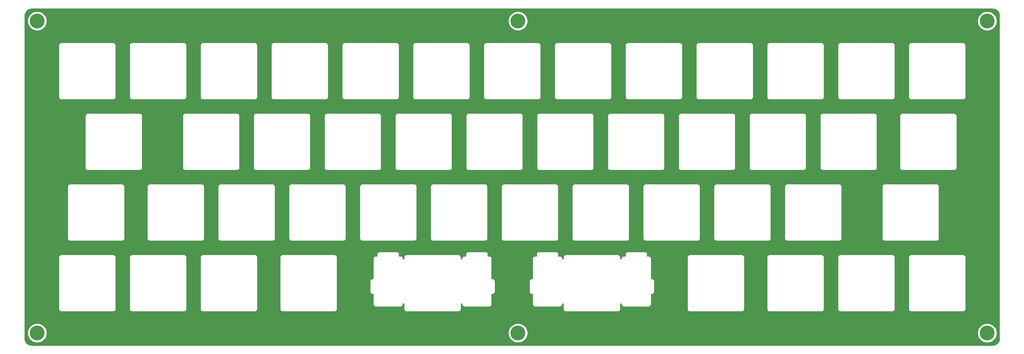
<source format=gtl>
G04 #@! TF.GenerationSoftware,KiCad,Pcbnew,(5.1.5)-3*
G04 #@! TF.CreationDate,2020-04-02T19:09:24+02:00*
G04 #@! TF.ProjectId,plate,706c6174-652e-46b6-9963-61645f706362,rev?*
G04 #@! TF.SameCoordinates,Original*
G04 #@! TF.FileFunction,Copper,L1,Top*
G04 #@! TF.FilePolarity,Positive*
%FSLAX46Y46*%
G04 Gerber Fmt 4.6, Leading zero omitted, Abs format (unit mm)*
G04 Created by KiCad (PCBNEW (5.1.5)-3) date 2020-04-02 19:09:24*
%MOMM*%
%LPD*%
G04 APERTURE LIST*
%ADD10C,4.000000*%
%ADD11C,0.254000*%
G04 APERTURE END LIST*
D10*
X245872000Y-208620500D03*
X245872000Y-124500500D03*
X372069500Y-124500500D03*
X372069500Y-208620500D03*
X116563000Y-208620500D03*
X116563000Y-124500500D03*
D11*
G36*
X373909378Y-121283990D02*
G01*
X374236310Y-121382696D01*
X374537843Y-121543025D01*
X374802495Y-121758870D01*
X375020178Y-122022003D01*
X375182608Y-122322411D01*
X375283596Y-122648650D01*
X375322500Y-123018800D01*
X375322501Y-210088211D01*
X375286010Y-210460377D01*
X375187303Y-210787312D01*
X375026976Y-211088843D01*
X374811132Y-211353493D01*
X374547996Y-211571179D01*
X374247589Y-211733608D01*
X373921350Y-211834596D01*
X373551200Y-211873500D01*
X115031779Y-211873500D01*
X114659623Y-211837010D01*
X114332688Y-211738303D01*
X114031157Y-211577976D01*
X113766507Y-211362132D01*
X113548821Y-211098996D01*
X113386392Y-210798589D01*
X113285404Y-210472350D01*
X113246500Y-210102200D01*
X113246500Y-208360975D01*
X113928000Y-208360975D01*
X113928000Y-208880025D01*
X114029261Y-209389101D01*
X114227893Y-209868641D01*
X114516262Y-210300215D01*
X114883285Y-210667238D01*
X115314859Y-210955607D01*
X115794399Y-211154239D01*
X116303475Y-211255500D01*
X116822525Y-211255500D01*
X117331601Y-211154239D01*
X117811141Y-210955607D01*
X118242715Y-210667238D01*
X118609738Y-210300215D01*
X118898107Y-209868641D01*
X119096739Y-209389101D01*
X119198000Y-208880025D01*
X119198000Y-208360975D01*
X243237000Y-208360975D01*
X243237000Y-208880025D01*
X243338261Y-209389101D01*
X243536893Y-209868641D01*
X243825262Y-210300215D01*
X244192285Y-210667238D01*
X244623859Y-210955607D01*
X245103399Y-211154239D01*
X245612475Y-211255500D01*
X246131525Y-211255500D01*
X246640601Y-211154239D01*
X247120141Y-210955607D01*
X247551715Y-210667238D01*
X247918738Y-210300215D01*
X248207107Y-209868641D01*
X248405739Y-209389101D01*
X248507000Y-208880025D01*
X248507000Y-208360975D01*
X369434500Y-208360975D01*
X369434500Y-208880025D01*
X369535761Y-209389101D01*
X369734393Y-209868641D01*
X370022762Y-210300215D01*
X370389785Y-210667238D01*
X370821359Y-210955607D01*
X371300899Y-211154239D01*
X371809975Y-211255500D01*
X372329025Y-211255500D01*
X372838101Y-211154239D01*
X373317641Y-210955607D01*
X373749215Y-210667238D01*
X374116238Y-210300215D01*
X374404607Y-209868641D01*
X374603239Y-209389101D01*
X374704500Y-208880025D01*
X374704500Y-208360975D01*
X374603239Y-207851899D01*
X374404607Y-207372359D01*
X374116238Y-206940785D01*
X373749215Y-206573762D01*
X373317641Y-206285393D01*
X372838101Y-206086761D01*
X372329025Y-205985500D01*
X371809975Y-205985500D01*
X371300899Y-206086761D01*
X370821359Y-206285393D01*
X370389785Y-206573762D01*
X370022762Y-206940785D01*
X369734393Y-207372359D01*
X369535761Y-207851899D01*
X369434500Y-208360975D01*
X248507000Y-208360975D01*
X248405739Y-207851899D01*
X248207107Y-207372359D01*
X247918738Y-206940785D01*
X247551715Y-206573762D01*
X247120141Y-206285393D01*
X246640601Y-206086761D01*
X246131525Y-205985500D01*
X245612475Y-205985500D01*
X245103399Y-206086761D01*
X244623859Y-206285393D01*
X244192285Y-206573762D01*
X243825262Y-206940785D01*
X243536893Y-207372359D01*
X243338261Y-207851899D01*
X243237000Y-208360975D01*
X119198000Y-208360975D01*
X119096739Y-207851899D01*
X118898107Y-207372359D01*
X118609738Y-206940785D01*
X118242715Y-206573762D01*
X117811141Y-206285393D01*
X117331601Y-206086761D01*
X116822525Y-205985500D01*
X116303475Y-205985500D01*
X115794399Y-206086761D01*
X115314859Y-206285393D01*
X114883285Y-206573762D01*
X114516262Y-206940785D01*
X114227893Y-207372359D01*
X114029261Y-207851899D01*
X113928000Y-208360975D01*
X113246500Y-208360975D01*
X113246500Y-188165000D01*
X122300359Y-188165000D01*
X122303800Y-188199936D01*
X122303801Y-202100054D01*
X122300359Y-202135000D01*
X122314091Y-202274420D01*
X122354758Y-202408481D01*
X122420798Y-202532033D01*
X122509673Y-202640327D01*
X122617967Y-202729202D01*
X122741519Y-202795242D01*
X122875580Y-202835909D01*
X122980064Y-202846200D01*
X123015000Y-202849641D01*
X123049936Y-202846200D01*
X136950064Y-202846200D01*
X136985000Y-202849641D01*
X137019936Y-202846200D01*
X137124420Y-202835909D01*
X137258481Y-202795242D01*
X137382033Y-202729202D01*
X137490327Y-202640327D01*
X137579202Y-202532033D01*
X137645242Y-202408481D01*
X137685909Y-202274420D01*
X137699641Y-202135000D01*
X137696200Y-202100064D01*
X137696200Y-188199936D01*
X137699641Y-188165000D01*
X141350359Y-188165000D01*
X141353800Y-188199936D01*
X141353801Y-202100054D01*
X141350359Y-202135000D01*
X141364091Y-202274420D01*
X141404758Y-202408481D01*
X141470798Y-202532033D01*
X141559673Y-202640327D01*
X141667967Y-202729202D01*
X141791519Y-202795242D01*
X141925580Y-202835909D01*
X142030064Y-202846200D01*
X142065000Y-202849641D01*
X142099936Y-202846200D01*
X156000064Y-202846200D01*
X156035000Y-202849641D01*
X156069936Y-202846200D01*
X156174420Y-202835909D01*
X156308481Y-202795242D01*
X156432033Y-202729202D01*
X156540327Y-202640327D01*
X156629202Y-202532033D01*
X156695242Y-202408481D01*
X156735909Y-202274420D01*
X156749641Y-202135000D01*
X156746200Y-202100064D01*
X156746200Y-188199936D01*
X156749641Y-188165000D01*
X160400359Y-188165000D01*
X160403800Y-188199936D01*
X160403801Y-202100054D01*
X160400359Y-202135000D01*
X160414091Y-202274420D01*
X160454758Y-202408481D01*
X160520798Y-202532033D01*
X160609673Y-202640327D01*
X160717967Y-202729202D01*
X160841519Y-202795242D01*
X160975580Y-202835909D01*
X161080064Y-202846200D01*
X161115000Y-202849641D01*
X161149936Y-202846200D01*
X175050064Y-202846200D01*
X175085000Y-202849641D01*
X175119936Y-202846200D01*
X175224420Y-202835909D01*
X175358481Y-202795242D01*
X175482033Y-202729202D01*
X175590327Y-202640327D01*
X175679202Y-202532033D01*
X175745242Y-202408481D01*
X175785909Y-202274420D01*
X175799641Y-202135000D01*
X175796200Y-202100064D01*
X175796200Y-188199936D01*
X175799641Y-188165000D01*
X181831609Y-188165000D01*
X181835050Y-188199936D01*
X181835051Y-202100054D01*
X181831609Y-202135000D01*
X181845341Y-202274420D01*
X181886008Y-202408481D01*
X181952048Y-202532033D01*
X182040923Y-202640327D01*
X182149217Y-202729202D01*
X182272769Y-202795242D01*
X182406830Y-202835909D01*
X182511314Y-202846200D01*
X182546250Y-202849641D01*
X182581186Y-202846200D01*
X196481314Y-202846200D01*
X196516250Y-202849641D01*
X196551186Y-202846200D01*
X196655670Y-202835909D01*
X196789731Y-202795242D01*
X196913283Y-202729202D01*
X197021577Y-202640327D01*
X197110452Y-202532033D01*
X197176492Y-202408481D01*
X197217159Y-202274420D01*
X197230891Y-202135000D01*
X197227450Y-202100064D01*
X197227450Y-194642000D01*
X206025109Y-194642000D01*
X206028550Y-194676935D01*
X206028551Y-197401054D01*
X206025109Y-197436000D01*
X206038841Y-197575420D01*
X206079508Y-197709481D01*
X206145548Y-197833033D01*
X206234423Y-197941327D01*
X206342717Y-198030202D01*
X206466269Y-198096242D01*
X206600330Y-198136909D01*
X206704814Y-198147200D01*
X206739750Y-198150641D01*
X206774686Y-198147200D01*
X206892150Y-198147200D01*
X206892151Y-200804654D01*
X206888709Y-200839600D01*
X206902441Y-200979020D01*
X206943108Y-201113081D01*
X207009148Y-201236633D01*
X207098023Y-201344927D01*
X207206317Y-201433802D01*
X207329869Y-201499842D01*
X207463930Y-201540509D01*
X207568414Y-201550800D01*
X207603350Y-201554241D01*
X207638286Y-201550800D01*
X214223214Y-201550800D01*
X214258150Y-201554241D01*
X214293086Y-201550800D01*
X214397570Y-201540509D01*
X214531631Y-201499842D01*
X214655183Y-201433802D01*
X214763477Y-201344927D01*
X214852352Y-201236633D01*
X214918392Y-201113081D01*
X214959059Y-200979020D01*
X214972791Y-200839600D01*
X214969350Y-200804664D01*
X214969350Y-200738000D01*
X215172550Y-200738000D01*
X215172551Y-202100054D01*
X215169109Y-202135000D01*
X215182841Y-202274420D01*
X215223508Y-202408481D01*
X215289548Y-202532033D01*
X215378423Y-202640327D01*
X215486717Y-202729202D01*
X215610269Y-202795242D01*
X215744330Y-202835909D01*
X215848814Y-202846200D01*
X215883750Y-202849641D01*
X215918686Y-202846200D01*
X229818814Y-202846200D01*
X229853750Y-202849641D01*
X229888686Y-202846200D01*
X229993170Y-202835909D01*
X230127231Y-202795242D01*
X230250783Y-202729202D01*
X230359077Y-202640327D01*
X230447952Y-202532033D01*
X230513992Y-202408481D01*
X230554659Y-202274420D01*
X230568391Y-202135000D01*
X230564950Y-202100064D01*
X230564950Y-200738000D01*
X230768150Y-200738000D01*
X230768150Y-200804664D01*
X230764709Y-200839600D01*
X230778441Y-200979020D01*
X230819108Y-201113081D01*
X230885148Y-201236633D01*
X230974023Y-201344927D01*
X231082317Y-201433802D01*
X231205869Y-201499842D01*
X231339930Y-201540509D01*
X231444414Y-201550800D01*
X231479350Y-201554241D01*
X231514286Y-201550800D01*
X238099214Y-201550800D01*
X238134150Y-201554241D01*
X238169086Y-201550800D01*
X238273570Y-201540509D01*
X238407631Y-201499842D01*
X238531183Y-201433802D01*
X238639477Y-201344927D01*
X238728352Y-201236633D01*
X238794392Y-201113081D01*
X238835059Y-200979020D01*
X238848791Y-200839600D01*
X238845350Y-200804664D01*
X238845350Y-198147200D01*
X238962814Y-198147200D01*
X238997750Y-198150641D01*
X239032686Y-198147200D01*
X239137170Y-198136909D01*
X239271231Y-198096242D01*
X239394783Y-198030202D01*
X239503077Y-197941327D01*
X239591952Y-197833033D01*
X239657992Y-197709481D01*
X239698659Y-197575420D01*
X239712391Y-197436000D01*
X239708950Y-197401064D01*
X239708950Y-194676935D01*
X239712391Y-194642000D01*
X248887609Y-194642000D01*
X248891050Y-194676935D01*
X248891051Y-197401054D01*
X248887609Y-197436000D01*
X248901341Y-197575420D01*
X248942008Y-197709481D01*
X249008048Y-197833033D01*
X249096923Y-197941327D01*
X249205217Y-198030202D01*
X249328769Y-198096242D01*
X249462830Y-198136909D01*
X249567314Y-198147200D01*
X249602250Y-198150641D01*
X249637186Y-198147200D01*
X249754650Y-198147200D01*
X249754651Y-200804654D01*
X249751209Y-200839600D01*
X249764941Y-200979020D01*
X249805608Y-201113081D01*
X249871648Y-201236633D01*
X249960523Y-201344927D01*
X250068817Y-201433802D01*
X250192369Y-201499842D01*
X250326430Y-201540509D01*
X250430914Y-201550800D01*
X250465850Y-201554241D01*
X250500786Y-201550800D01*
X257085714Y-201550800D01*
X257120650Y-201554241D01*
X257155586Y-201550800D01*
X257260070Y-201540509D01*
X257394131Y-201499842D01*
X257517683Y-201433802D01*
X257625977Y-201344927D01*
X257714852Y-201236633D01*
X257780892Y-201113081D01*
X257821559Y-200979020D01*
X257835291Y-200839600D01*
X257831850Y-200804664D01*
X257831850Y-200738000D01*
X258035050Y-200738000D01*
X258035051Y-202100054D01*
X258031609Y-202135000D01*
X258045341Y-202274420D01*
X258086008Y-202408481D01*
X258152048Y-202532033D01*
X258240923Y-202640327D01*
X258349217Y-202729202D01*
X258472769Y-202795242D01*
X258606830Y-202835909D01*
X258711314Y-202846200D01*
X258746250Y-202849641D01*
X258781186Y-202846200D01*
X272681314Y-202846200D01*
X272716250Y-202849641D01*
X272751186Y-202846200D01*
X272855670Y-202835909D01*
X272989731Y-202795242D01*
X273113283Y-202729202D01*
X273221577Y-202640327D01*
X273310452Y-202532033D01*
X273376492Y-202408481D01*
X273417159Y-202274420D01*
X273430891Y-202135000D01*
X273427450Y-202100064D01*
X273427450Y-200738000D01*
X273630650Y-200738000D01*
X273630650Y-200804664D01*
X273627209Y-200839600D01*
X273640941Y-200979020D01*
X273681608Y-201113081D01*
X273747648Y-201236633D01*
X273836523Y-201344927D01*
X273944817Y-201433802D01*
X274068369Y-201499842D01*
X274202430Y-201540509D01*
X274306914Y-201550800D01*
X274341850Y-201554241D01*
X274376786Y-201550800D01*
X280961714Y-201550800D01*
X280996650Y-201554241D01*
X281031586Y-201550800D01*
X281136070Y-201540509D01*
X281270131Y-201499842D01*
X281393683Y-201433802D01*
X281501977Y-201344927D01*
X281590852Y-201236633D01*
X281656892Y-201113081D01*
X281697559Y-200979020D01*
X281711291Y-200839600D01*
X281707850Y-200804664D01*
X281707850Y-198147200D01*
X281825314Y-198147200D01*
X281860250Y-198150641D01*
X281895186Y-198147200D01*
X281999670Y-198136909D01*
X282133731Y-198096242D01*
X282257283Y-198030202D01*
X282365577Y-197941327D01*
X282454452Y-197833033D01*
X282520492Y-197709481D01*
X282561159Y-197575420D01*
X282574891Y-197436000D01*
X282571450Y-197401064D01*
X282571450Y-194676935D01*
X282574891Y-194642000D01*
X282561159Y-194502580D01*
X282520492Y-194368519D01*
X282454452Y-194244967D01*
X282365577Y-194136673D01*
X282257283Y-194047798D01*
X282133731Y-193981758D01*
X281999670Y-193941091D01*
X281895186Y-193930800D01*
X281860250Y-193927359D01*
X281825314Y-193930800D01*
X281707850Y-193930800D01*
X281707850Y-188580935D01*
X281711291Y-188546000D01*
X281697559Y-188406580D01*
X281656892Y-188272519D01*
X281599422Y-188165000D01*
X291369109Y-188165000D01*
X291372550Y-188199936D01*
X291372551Y-202100054D01*
X291369109Y-202135000D01*
X291382841Y-202274420D01*
X291423508Y-202408481D01*
X291489548Y-202532033D01*
X291578423Y-202640327D01*
X291686717Y-202729202D01*
X291810269Y-202795242D01*
X291944330Y-202835909D01*
X292048814Y-202846200D01*
X292083750Y-202849641D01*
X292118686Y-202846200D01*
X306018814Y-202846200D01*
X306053750Y-202849641D01*
X306088686Y-202846200D01*
X306193170Y-202835909D01*
X306327231Y-202795242D01*
X306450783Y-202729202D01*
X306559077Y-202640327D01*
X306647952Y-202532033D01*
X306713992Y-202408481D01*
X306754659Y-202274420D01*
X306768391Y-202135000D01*
X306764950Y-202100064D01*
X306764950Y-188199936D01*
X306768391Y-188165000D01*
X312800359Y-188165000D01*
X312803800Y-188199936D01*
X312803801Y-202100054D01*
X312800359Y-202135000D01*
X312814091Y-202274420D01*
X312854758Y-202408481D01*
X312920798Y-202532033D01*
X313009673Y-202640327D01*
X313117967Y-202729202D01*
X313241519Y-202795242D01*
X313375580Y-202835909D01*
X313480064Y-202846200D01*
X313515000Y-202849641D01*
X313549936Y-202846200D01*
X327450064Y-202846200D01*
X327485000Y-202849641D01*
X327519936Y-202846200D01*
X327624420Y-202835909D01*
X327758481Y-202795242D01*
X327882033Y-202729202D01*
X327990327Y-202640327D01*
X328079202Y-202532033D01*
X328145242Y-202408481D01*
X328185909Y-202274420D01*
X328199641Y-202135000D01*
X328196200Y-202100064D01*
X328196200Y-188199936D01*
X328199641Y-188165000D01*
X331850359Y-188165000D01*
X331853800Y-188199936D01*
X331853801Y-202100054D01*
X331850359Y-202135000D01*
X331864091Y-202274420D01*
X331904758Y-202408481D01*
X331970798Y-202532033D01*
X332059673Y-202640327D01*
X332167967Y-202729202D01*
X332291519Y-202795242D01*
X332425580Y-202835909D01*
X332530064Y-202846200D01*
X332565000Y-202849641D01*
X332599936Y-202846200D01*
X346500064Y-202846200D01*
X346535000Y-202849641D01*
X346569936Y-202846200D01*
X346674420Y-202835909D01*
X346808481Y-202795242D01*
X346932033Y-202729202D01*
X347040327Y-202640327D01*
X347129202Y-202532033D01*
X347195242Y-202408481D01*
X347235909Y-202274420D01*
X347249641Y-202135000D01*
X347246200Y-202100064D01*
X347246200Y-188199936D01*
X347249641Y-188165000D01*
X350900359Y-188165000D01*
X350903800Y-188199936D01*
X350903801Y-202100054D01*
X350900359Y-202135000D01*
X350914091Y-202274420D01*
X350954758Y-202408481D01*
X351020798Y-202532033D01*
X351109673Y-202640327D01*
X351217967Y-202729202D01*
X351341519Y-202795242D01*
X351475580Y-202835909D01*
X351580064Y-202846200D01*
X351615000Y-202849641D01*
X351649936Y-202846200D01*
X365550064Y-202846200D01*
X365585000Y-202849641D01*
X365619936Y-202846200D01*
X365724420Y-202835909D01*
X365858481Y-202795242D01*
X365982033Y-202729202D01*
X366090327Y-202640327D01*
X366179202Y-202532033D01*
X366245242Y-202408481D01*
X366285909Y-202274420D01*
X366299641Y-202135000D01*
X366296200Y-202100064D01*
X366296200Y-188199936D01*
X366299641Y-188165000D01*
X366285909Y-188025580D01*
X366245242Y-187891519D01*
X366179202Y-187767967D01*
X366090327Y-187659673D01*
X365982033Y-187570798D01*
X365858481Y-187504758D01*
X365724420Y-187464091D01*
X365619936Y-187453800D01*
X365585000Y-187450359D01*
X365550064Y-187453800D01*
X351649936Y-187453800D01*
X351615000Y-187450359D01*
X351580064Y-187453800D01*
X351475580Y-187464091D01*
X351341519Y-187504758D01*
X351217967Y-187570798D01*
X351109673Y-187659673D01*
X351020798Y-187767967D01*
X350954758Y-187891519D01*
X350914091Y-188025580D01*
X350900359Y-188165000D01*
X347249641Y-188165000D01*
X347235909Y-188025580D01*
X347195242Y-187891519D01*
X347129202Y-187767967D01*
X347040327Y-187659673D01*
X346932033Y-187570798D01*
X346808481Y-187504758D01*
X346674420Y-187464091D01*
X346569936Y-187453800D01*
X346535000Y-187450359D01*
X346500064Y-187453800D01*
X332599936Y-187453800D01*
X332565000Y-187450359D01*
X332530064Y-187453800D01*
X332425580Y-187464091D01*
X332291519Y-187504758D01*
X332167967Y-187570798D01*
X332059673Y-187659673D01*
X331970798Y-187767967D01*
X331904758Y-187891519D01*
X331864091Y-188025580D01*
X331850359Y-188165000D01*
X328199641Y-188165000D01*
X328185909Y-188025580D01*
X328145242Y-187891519D01*
X328079202Y-187767967D01*
X327990327Y-187659673D01*
X327882033Y-187570798D01*
X327758481Y-187504758D01*
X327624420Y-187464091D01*
X327519936Y-187453800D01*
X327485000Y-187450359D01*
X327450064Y-187453800D01*
X313549936Y-187453800D01*
X313515000Y-187450359D01*
X313480064Y-187453800D01*
X313375580Y-187464091D01*
X313241519Y-187504758D01*
X313117967Y-187570798D01*
X313009673Y-187659673D01*
X312920798Y-187767967D01*
X312854758Y-187891519D01*
X312814091Y-188025580D01*
X312800359Y-188165000D01*
X306768391Y-188165000D01*
X306754659Y-188025580D01*
X306713992Y-187891519D01*
X306647952Y-187767967D01*
X306559077Y-187659673D01*
X306450783Y-187570798D01*
X306327231Y-187504758D01*
X306193170Y-187464091D01*
X306088686Y-187453800D01*
X306053750Y-187450359D01*
X306018814Y-187453800D01*
X292118686Y-187453800D01*
X292083750Y-187450359D01*
X292048814Y-187453800D01*
X291944330Y-187464091D01*
X291810269Y-187504758D01*
X291686717Y-187570798D01*
X291578423Y-187659673D01*
X291489548Y-187767967D01*
X291423508Y-187891519D01*
X291382841Y-188025580D01*
X291369109Y-188165000D01*
X281599422Y-188165000D01*
X281590852Y-188148967D01*
X281501977Y-188040673D01*
X281393683Y-187951798D01*
X281270131Y-187885758D01*
X281136070Y-187845091D01*
X281031586Y-187834800D01*
X280996650Y-187831359D01*
X280961714Y-187834800D01*
X280666450Y-187834800D01*
X280666450Y-187412536D01*
X280669891Y-187377600D01*
X280656159Y-187238180D01*
X280615492Y-187104119D01*
X280549452Y-186980567D01*
X280460577Y-186872273D01*
X280352283Y-186783398D01*
X280228731Y-186717358D01*
X280094670Y-186676691D01*
X279990186Y-186666400D01*
X279955250Y-186662959D01*
X279920314Y-186666400D01*
X275418186Y-186666400D01*
X275383250Y-186662959D01*
X275348314Y-186666400D01*
X275243830Y-186676691D01*
X275109769Y-186717358D01*
X274986217Y-186783398D01*
X274877923Y-186872273D01*
X274789048Y-186980567D01*
X274723008Y-187104119D01*
X274682341Y-187238180D01*
X274668609Y-187377600D01*
X274672050Y-187412537D01*
X274672050Y-187834800D01*
X274376786Y-187834800D01*
X274341850Y-187831359D01*
X274306914Y-187834800D01*
X274202430Y-187845091D01*
X274068369Y-187885758D01*
X273944817Y-187951798D01*
X273836523Y-188040673D01*
X273747648Y-188148967D01*
X273681608Y-188272519D01*
X273640941Y-188406580D01*
X273627209Y-188546000D01*
X273630650Y-188580935D01*
X273630650Y-188622200D01*
X273427450Y-188622200D01*
X273427450Y-188199936D01*
X273430891Y-188165000D01*
X273417159Y-188025580D01*
X273376492Y-187891519D01*
X273310452Y-187767967D01*
X273221577Y-187659673D01*
X273113283Y-187570798D01*
X272989731Y-187504758D01*
X272855670Y-187464091D01*
X272751186Y-187453800D01*
X272716250Y-187450359D01*
X272681314Y-187453800D01*
X258781186Y-187453800D01*
X258746250Y-187450359D01*
X258711314Y-187453800D01*
X258606830Y-187464091D01*
X258472769Y-187504758D01*
X258349217Y-187570798D01*
X258240923Y-187659673D01*
X258152048Y-187767967D01*
X258086008Y-187891519D01*
X258045341Y-188025580D01*
X258031609Y-188165000D01*
X258035050Y-188199937D01*
X258035050Y-188622200D01*
X257831850Y-188622200D01*
X257831850Y-188580935D01*
X257835291Y-188546000D01*
X257821559Y-188406580D01*
X257780892Y-188272519D01*
X257714852Y-188148967D01*
X257625977Y-188040673D01*
X257517683Y-187951798D01*
X257394131Y-187885758D01*
X257260070Y-187845091D01*
X257155586Y-187834800D01*
X257120650Y-187831359D01*
X257085714Y-187834800D01*
X256790450Y-187834800D01*
X256790450Y-187412536D01*
X256793891Y-187377600D01*
X256780159Y-187238180D01*
X256739492Y-187104119D01*
X256673452Y-186980567D01*
X256584577Y-186872273D01*
X256476283Y-186783398D01*
X256352731Y-186717358D01*
X256218670Y-186676691D01*
X256114186Y-186666400D01*
X256079250Y-186662959D01*
X256044314Y-186666400D01*
X251542186Y-186666400D01*
X251507250Y-186662959D01*
X251472314Y-186666400D01*
X251367830Y-186676691D01*
X251233769Y-186717358D01*
X251110217Y-186783398D01*
X251001923Y-186872273D01*
X250913048Y-186980567D01*
X250847008Y-187104119D01*
X250806341Y-187238180D01*
X250792609Y-187377600D01*
X250796050Y-187412537D01*
X250796050Y-187834800D01*
X250500786Y-187834800D01*
X250465850Y-187831359D01*
X250430914Y-187834800D01*
X250326430Y-187845091D01*
X250192369Y-187885758D01*
X250068817Y-187951798D01*
X249960523Y-188040673D01*
X249871648Y-188148967D01*
X249805608Y-188272519D01*
X249764941Y-188406580D01*
X249751209Y-188546000D01*
X249754650Y-188580935D01*
X249754651Y-193930800D01*
X249637186Y-193930800D01*
X249602250Y-193927359D01*
X249567314Y-193930800D01*
X249462830Y-193941091D01*
X249328769Y-193981758D01*
X249205217Y-194047798D01*
X249096923Y-194136673D01*
X249008048Y-194244967D01*
X248942008Y-194368519D01*
X248901341Y-194502580D01*
X248887609Y-194642000D01*
X239712391Y-194642000D01*
X239698659Y-194502580D01*
X239657992Y-194368519D01*
X239591952Y-194244967D01*
X239503077Y-194136673D01*
X239394783Y-194047798D01*
X239271231Y-193981758D01*
X239137170Y-193941091D01*
X239032686Y-193930800D01*
X238997750Y-193927359D01*
X238962814Y-193930800D01*
X238845350Y-193930800D01*
X238845350Y-188580935D01*
X238848791Y-188546000D01*
X238835059Y-188406580D01*
X238794392Y-188272519D01*
X238728352Y-188148967D01*
X238639477Y-188040673D01*
X238531183Y-187951798D01*
X238407631Y-187885758D01*
X238273570Y-187845091D01*
X238169086Y-187834800D01*
X238134150Y-187831359D01*
X238099214Y-187834800D01*
X237803950Y-187834800D01*
X237803950Y-187412536D01*
X237807391Y-187377600D01*
X237793659Y-187238180D01*
X237752992Y-187104119D01*
X237686952Y-186980567D01*
X237598077Y-186872273D01*
X237489783Y-186783398D01*
X237366231Y-186717358D01*
X237232170Y-186676691D01*
X237127686Y-186666400D01*
X237092750Y-186662959D01*
X237057814Y-186666400D01*
X232555686Y-186666400D01*
X232520750Y-186662959D01*
X232485814Y-186666400D01*
X232381330Y-186676691D01*
X232247269Y-186717358D01*
X232123717Y-186783398D01*
X232015423Y-186872273D01*
X231926548Y-186980567D01*
X231860508Y-187104119D01*
X231819841Y-187238180D01*
X231806109Y-187377600D01*
X231809550Y-187412537D01*
X231809550Y-187834800D01*
X231514286Y-187834800D01*
X231479350Y-187831359D01*
X231444414Y-187834800D01*
X231339930Y-187845091D01*
X231205869Y-187885758D01*
X231082317Y-187951798D01*
X230974023Y-188040673D01*
X230885148Y-188148967D01*
X230819108Y-188272519D01*
X230778441Y-188406580D01*
X230764709Y-188546000D01*
X230768150Y-188580935D01*
X230768150Y-188622200D01*
X230564950Y-188622200D01*
X230564950Y-188199936D01*
X230568391Y-188165000D01*
X230554659Y-188025580D01*
X230513992Y-187891519D01*
X230447952Y-187767967D01*
X230359077Y-187659673D01*
X230250783Y-187570798D01*
X230127231Y-187504758D01*
X229993170Y-187464091D01*
X229888686Y-187453800D01*
X229853750Y-187450359D01*
X229818814Y-187453800D01*
X215918686Y-187453800D01*
X215883750Y-187450359D01*
X215848814Y-187453800D01*
X215744330Y-187464091D01*
X215610269Y-187504758D01*
X215486717Y-187570798D01*
X215378423Y-187659673D01*
X215289548Y-187767967D01*
X215223508Y-187891519D01*
X215182841Y-188025580D01*
X215169109Y-188165000D01*
X215172550Y-188199937D01*
X215172550Y-188622200D01*
X214969350Y-188622200D01*
X214969350Y-188580935D01*
X214972791Y-188546000D01*
X214959059Y-188406580D01*
X214918392Y-188272519D01*
X214852352Y-188148967D01*
X214763477Y-188040673D01*
X214655183Y-187951798D01*
X214531631Y-187885758D01*
X214397570Y-187845091D01*
X214293086Y-187834800D01*
X214258150Y-187831359D01*
X214223214Y-187834800D01*
X213927950Y-187834800D01*
X213927950Y-187412536D01*
X213931391Y-187377600D01*
X213917659Y-187238180D01*
X213876992Y-187104119D01*
X213810952Y-186980567D01*
X213722077Y-186872273D01*
X213613783Y-186783398D01*
X213490231Y-186717358D01*
X213356170Y-186676691D01*
X213251686Y-186666400D01*
X213216750Y-186662959D01*
X213181814Y-186666400D01*
X208679686Y-186666400D01*
X208644750Y-186662959D01*
X208609814Y-186666400D01*
X208505330Y-186676691D01*
X208371269Y-186717358D01*
X208247717Y-186783398D01*
X208139423Y-186872273D01*
X208050548Y-186980567D01*
X207984508Y-187104119D01*
X207943841Y-187238180D01*
X207930109Y-187377600D01*
X207933550Y-187412537D01*
X207933550Y-187834800D01*
X207638286Y-187834800D01*
X207603350Y-187831359D01*
X207568414Y-187834800D01*
X207463930Y-187845091D01*
X207329869Y-187885758D01*
X207206317Y-187951798D01*
X207098023Y-188040673D01*
X207009148Y-188148967D01*
X206943108Y-188272519D01*
X206902441Y-188406580D01*
X206888709Y-188546000D01*
X206892150Y-188580935D01*
X206892151Y-193930800D01*
X206774686Y-193930800D01*
X206739750Y-193927359D01*
X206704814Y-193930800D01*
X206600330Y-193941091D01*
X206466269Y-193981758D01*
X206342717Y-194047798D01*
X206234423Y-194136673D01*
X206145548Y-194244967D01*
X206079508Y-194368519D01*
X206038841Y-194502580D01*
X206025109Y-194642000D01*
X197227450Y-194642000D01*
X197227450Y-188199936D01*
X197230891Y-188165000D01*
X197217159Y-188025580D01*
X197176492Y-187891519D01*
X197110452Y-187767967D01*
X197021577Y-187659673D01*
X196913283Y-187570798D01*
X196789731Y-187504758D01*
X196655670Y-187464091D01*
X196551186Y-187453800D01*
X196516250Y-187450359D01*
X196481314Y-187453800D01*
X182581186Y-187453800D01*
X182546250Y-187450359D01*
X182511314Y-187453800D01*
X182406830Y-187464091D01*
X182272769Y-187504758D01*
X182149217Y-187570798D01*
X182040923Y-187659673D01*
X181952048Y-187767967D01*
X181886008Y-187891519D01*
X181845341Y-188025580D01*
X181831609Y-188165000D01*
X175799641Y-188165000D01*
X175785909Y-188025580D01*
X175745242Y-187891519D01*
X175679202Y-187767967D01*
X175590327Y-187659673D01*
X175482033Y-187570798D01*
X175358481Y-187504758D01*
X175224420Y-187464091D01*
X175119936Y-187453800D01*
X175085000Y-187450359D01*
X175050064Y-187453800D01*
X161149936Y-187453800D01*
X161115000Y-187450359D01*
X161080064Y-187453800D01*
X160975580Y-187464091D01*
X160841519Y-187504758D01*
X160717967Y-187570798D01*
X160609673Y-187659673D01*
X160520798Y-187767967D01*
X160454758Y-187891519D01*
X160414091Y-188025580D01*
X160400359Y-188165000D01*
X156749641Y-188165000D01*
X156735909Y-188025580D01*
X156695242Y-187891519D01*
X156629202Y-187767967D01*
X156540327Y-187659673D01*
X156432033Y-187570798D01*
X156308481Y-187504758D01*
X156174420Y-187464091D01*
X156069936Y-187453800D01*
X156035000Y-187450359D01*
X156000064Y-187453800D01*
X142099936Y-187453800D01*
X142065000Y-187450359D01*
X142030064Y-187453800D01*
X141925580Y-187464091D01*
X141791519Y-187504758D01*
X141667967Y-187570798D01*
X141559673Y-187659673D01*
X141470798Y-187767967D01*
X141404758Y-187891519D01*
X141364091Y-188025580D01*
X141350359Y-188165000D01*
X137699641Y-188165000D01*
X137685909Y-188025580D01*
X137645242Y-187891519D01*
X137579202Y-187767967D01*
X137490327Y-187659673D01*
X137382033Y-187570798D01*
X137258481Y-187504758D01*
X137124420Y-187464091D01*
X137019936Y-187453800D01*
X136985000Y-187450359D01*
X136950064Y-187453800D01*
X123049936Y-187453800D01*
X123015000Y-187450359D01*
X122980064Y-187453800D01*
X122875580Y-187464091D01*
X122741519Y-187504758D01*
X122617967Y-187570798D01*
X122509673Y-187659673D01*
X122420798Y-187767967D01*
X122354758Y-187891519D01*
X122314091Y-188025580D01*
X122300359Y-188165000D01*
X113246500Y-188165000D01*
X113246500Y-169115000D01*
X124681609Y-169115000D01*
X124685050Y-169149936D01*
X124685051Y-183050054D01*
X124681609Y-183085000D01*
X124695341Y-183224420D01*
X124736008Y-183358481D01*
X124802048Y-183482033D01*
X124890923Y-183590327D01*
X124999217Y-183679202D01*
X125122769Y-183745242D01*
X125256830Y-183785909D01*
X125361314Y-183796200D01*
X125396250Y-183799641D01*
X125431186Y-183796200D01*
X139331314Y-183796200D01*
X139366250Y-183799641D01*
X139401186Y-183796200D01*
X139505670Y-183785909D01*
X139639731Y-183745242D01*
X139763283Y-183679202D01*
X139871577Y-183590327D01*
X139960452Y-183482033D01*
X140026492Y-183358481D01*
X140067159Y-183224420D01*
X140080891Y-183085000D01*
X140077450Y-183050064D01*
X140077450Y-169149936D01*
X140080891Y-169115000D01*
X146112859Y-169115000D01*
X146116300Y-169149936D01*
X146116301Y-183050054D01*
X146112859Y-183085000D01*
X146126591Y-183224420D01*
X146167258Y-183358481D01*
X146233298Y-183482033D01*
X146322173Y-183590327D01*
X146430467Y-183679202D01*
X146554019Y-183745242D01*
X146688080Y-183785909D01*
X146792564Y-183796200D01*
X146827500Y-183799641D01*
X146862436Y-183796200D01*
X160762564Y-183796200D01*
X160797500Y-183799641D01*
X160832436Y-183796200D01*
X160936920Y-183785909D01*
X161070981Y-183745242D01*
X161194533Y-183679202D01*
X161302827Y-183590327D01*
X161391702Y-183482033D01*
X161457742Y-183358481D01*
X161498409Y-183224420D01*
X161512141Y-183085000D01*
X161508700Y-183050064D01*
X161508700Y-169149936D01*
X161512141Y-169115000D01*
X165162859Y-169115000D01*
X165166300Y-169149936D01*
X165166301Y-183050054D01*
X165162859Y-183085000D01*
X165176591Y-183224420D01*
X165217258Y-183358481D01*
X165283298Y-183482033D01*
X165372173Y-183590327D01*
X165480467Y-183679202D01*
X165604019Y-183745242D01*
X165738080Y-183785909D01*
X165842564Y-183796200D01*
X165877500Y-183799641D01*
X165912436Y-183796200D01*
X179812564Y-183796200D01*
X179847500Y-183799641D01*
X179882436Y-183796200D01*
X179986920Y-183785909D01*
X180120981Y-183745242D01*
X180244533Y-183679202D01*
X180352827Y-183590327D01*
X180441702Y-183482033D01*
X180507742Y-183358481D01*
X180548409Y-183224420D01*
X180562141Y-183085000D01*
X180558700Y-183050064D01*
X180558700Y-169149936D01*
X180562141Y-169115000D01*
X184212859Y-169115000D01*
X184216300Y-169149936D01*
X184216301Y-183050054D01*
X184212859Y-183085000D01*
X184226591Y-183224420D01*
X184267258Y-183358481D01*
X184333298Y-183482033D01*
X184422173Y-183590327D01*
X184530467Y-183679202D01*
X184654019Y-183745242D01*
X184788080Y-183785909D01*
X184892564Y-183796200D01*
X184927500Y-183799641D01*
X184962436Y-183796200D01*
X198862564Y-183796200D01*
X198897500Y-183799641D01*
X198932436Y-183796200D01*
X199036920Y-183785909D01*
X199170981Y-183745242D01*
X199294533Y-183679202D01*
X199402827Y-183590327D01*
X199491702Y-183482033D01*
X199557742Y-183358481D01*
X199598409Y-183224420D01*
X199612141Y-183085000D01*
X199608700Y-183050064D01*
X199608700Y-169149936D01*
X199612141Y-169115000D01*
X203262859Y-169115000D01*
X203266300Y-169149936D01*
X203266301Y-183050054D01*
X203262859Y-183085000D01*
X203276591Y-183224420D01*
X203317258Y-183358481D01*
X203383298Y-183482033D01*
X203472173Y-183590327D01*
X203580467Y-183679202D01*
X203704019Y-183745242D01*
X203838080Y-183785909D01*
X203942564Y-183796200D01*
X203977500Y-183799641D01*
X204012436Y-183796200D01*
X217912564Y-183796200D01*
X217947500Y-183799641D01*
X217982436Y-183796200D01*
X218086920Y-183785909D01*
X218220981Y-183745242D01*
X218344533Y-183679202D01*
X218452827Y-183590327D01*
X218541702Y-183482033D01*
X218607742Y-183358481D01*
X218648409Y-183224420D01*
X218662141Y-183085000D01*
X218658700Y-183050064D01*
X218658700Y-169149936D01*
X218662141Y-169115000D01*
X222312859Y-169115000D01*
X222316300Y-169149936D01*
X222316301Y-183050054D01*
X222312859Y-183085000D01*
X222326591Y-183224420D01*
X222367258Y-183358481D01*
X222433298Y-183482033D01*
X222522173Y-183590327D01*
X222630467Y-183679202D01*
X222754019Y-183745242D01*
X222888080Y-183785909D01*
X222992564Y-183796200D01*
X223027500Y-183799641D01*
X223062436Y-183796200D01*
X236962564Y-183796200D01*
X236997500Y-183799641D01*
X237032436Y-183796200D01*
X237136920Y-183785909D01*
X237270981Y-183745242D01*
X237394533Y-183679202D01*
X237502827Y-183590327D01*
X237591702Y-183482033D01*
X237657742Y-183358481D01*
X237698409Y-183224420D01*
X237712141Y-183085000D01*
X237708700Y-183050064D01*
X237708700Y-169149936D01*
X237712141Y-169115000D01*
X241362859Y-169115000D01*
X241366300Y-169149936D01*
X241366301Y-183050054D01*
X241362859Y-183085000D01*
X241376591Y-183224420D01*
X241417258Y-183358481D01*
X241483298Y-183482033D01*
X241572173Y-183590327D01*
X241680467Y-183679202D01*
X241804019Y-183745242D01*
X241938080Y-183785909D01*
X242042564Y-183796200D01*
X242077500Y-183799641D01*
X242112436Y-183796200D01*
X256012564Y-183796200D01*
X256047500Y-183799641D01*
X256082436Y-183796200D01*
X256186920Y-183785909D01*
X256320981Y-183745242D01*
X256444533Y-183679202D01*
X256552827Y-183590327D01*
X256641702Y-183482033D01*
X256707742Y-183358481D01*
X256748409Y-183224420D01*
X256762141Y-183085000D01*
X256758700Y-183050064D01*
X256758700Y-169149936D01*
X256762141Y-169115000D01*
X260412859Y-169115000D01*
X260416300Y-169149936D01*
X260416301Y-183050054D01*
X260412859Y-183085000D01*
X260426591Y-183224420D01*
X260467258Y-183358481D01*
X260533298Y-183482033D01*
X260622173Y-183590327D01*
X260730467Y-183679202D01*
X260854019Y-183745242D01*
X260988080Y-183785909D01*
X261092564Y-183796200D01*
X261127500Y-183799641D01*
X261162436Y-183796200D01*
X275062564Y-183796200D01*
X275097500Y-183799641D01*
X275132436Y-183796200D01*
X275236920Y-183785909D01*
X275370981Y-183745242D01*
X275494533Y-183679202D01*
X275602827Y-183590327D01*
X275691702Y-183482033D01*
X275757742Y-183358481D01*
X275798409Y-183224420D01*
X275812141Y-183085000D01*
X275808700Y-183050064D01*
X275808700Y-169149936D01*
X275812141Y-169115000D01*
X279462859Y-169115000D01*
X279466300Y-169149936D01*
X279466301Y-183050054D01*
X279462859Y-183085000D01*
X279476591Y-183224420D01*
X279517258Y-183358481D01*
X279583298Y-183482033D01*
X279672173Y-183590327D01*
X279780467Y-183679202D01*
X279904019Y-183745242D01*
X280038080Y-183785909D01*
X280142564Y-183796200D01*
X280177500Y-183799641D01*
X280212436Y-183796200D01*
X294112564Y-183796200D01*
X294147500Y-183799641D01*
X294182436Y-183796200D01*
X294286920Y-183785909D01*
X294420981Y-183745242D01*
X294544533Y-183679202D01*
X294652827Y-183590327D01*
X294741702Y-183482033D01*
X294807742Y-183358481D01*
X294848409Y-183224420D01*
X294862141Y-183085000D01*
X294858700Y-183050064D01*
X294858700Y-169149936D01*
X294862141Y-169115000D01*
X298512859Y-169115000D01*
X298516300Y-169149936D01*
X298516301Y-183050054D01*
X298512859Y-183085000D01*
X298526591Y-183224420D01*
X298567258Y-183358481D01*
X298633298Y-183482033D01*
X298722173Y-183590327D01*
X298830467Y-183679202D01*
X298954019Y-183745242D01*
X299088080Y-183785909D01*
X299192564Y-183796200D01*
X299227500Y-183799641D01*
X299262436Y-183796200D01*
X313162564Y-183796200D01*
X313197500Y-183799641D01*
X313232436Y-183796200D01*
X313336920Y-183785909D01*
X313470981Y-183745242D01*
X313594533Y-183679202D01*
X313702827Y-183590327D01*
X313791702Y-183482033D01*
X313857742Y-183358481D01*
X313898409Y-183224420D01*
X313912141Y-183085000D01*
X313908700Y-183050064D01*
X313908700Y-169149936D01*
X313912141Y-169115000D01*
X317562859Y-169115000D01*
X317566300Y-169149936D01*
X317566301Y-183050054D01*
X317562859Y-183085000D01*
X317576591Y-183224420D01*
X317617258Y-183358481D01*
X317683298Y-183482033D01*
X317772173Y-183590327D01*
X317880467Y-183679202D01*
X318004019Y-183745242D01*
X318138080Y-183785909D01*
X318242564Y-183796200D01*
X318277500Y-183799641D01*
X318312436Y-183796200D01*
X332212564Y-183796200D01*
X332247500Y-183799641D01*
X332282436Y-183796200D01*
X332386920Y-183785909D01*
X332520981Y-183745242D01*
X332644533Y-183679202D01*
X332752827Y-183590327D01*
X332841702Y-183482033D01*
X332907742Y-183358481D01*
X332948409Y-183224420D01*
X332962141Y-183085000D01*
X332958700Y-183050064D01*
X332958700Y-169149936D01*
X332962141Y-169115000D01*
X343756609Y-169115000D01*
X343760050Y-169149936D01*
X343760051Y-183050054D01*
X343756609Y-183085000D01*
X343770341Y-183224420D01*
X343811008Y-183358481D01*
X343877048Y-183482033D01*
X343965923Y-183590327D01*
X344074217Y-183679202D01*
X344197769Y-183745242D01*
X344331830Y-183785909D01*
X344436314Y-183796200D01*
X344471250Y-183799641D01*
X344506186Y-183796200D01*
X358406314Y-183796200D01*
X358441250Y-183799641D01*
X358476186Y-183796200D01*
X358580670Y-183785909D01*
X358714731Y-183745242D01*
X358838283Y-183679202D01*
X358946577Y-183590327D01*
X359035452Y-183482033D01*
X359101492Y-183358481D01*
X359142159Y-183224420D01*
X359155891Y-183085000D01*
X359152450Y-183050064D01*
X359152450Y-169149936D01*
X359155891Y-169115000D01*
X359142159Y-168975580D01*
X359101492Y-168841519D01*
X359035452Y-168717967D01*
X358946577Y-168609673D01*
X358838283Y-168520798D01*
X358714731Y-168454758D01*
X358580670Y-168414091D01*
X358476186Y-168403800D01*
X358441250Y-168400359D01*
X358406314Y-168403800D01*
X344506186Y-168403800D01*
X344471250Y-168400359D01*
X344436314Y-168403800D01*
X344331830Y-168414091D01*
X344197769Y-168454758D01*
X344074217Y-168520798D01*
X343965923Y-168609673D01*
X343877048Y-168717967D01*
X343811008Y-168841519D01*
X343770341Y-168975580D01*
X343756609Y-169115000D01*
X332962141Y-169115000D01*
X332948409Y-168975580D01*
X332907742Y-168841519D01*
X332841702Y-168717967D01*
X332752827Y-168609673D01*
X332644533Y-168520798D01*
X332520981Y-168454758D01*
X332386920Y-168414091D01*
X332282436Y-168403800D01*
X332247500Y-168400359D01*
X332212564Y-168403800D01*
X318312436Y-168403800D01*
X318277500Y-168400359D01*
X318242564Y-168403800D01*
X318138080Y-168414091D01*
X318004019Y-168454758D01*
X317880467Y-168520798D01*
X317772173Y-168609673D01*
X317683298Y-168717967D01*
X317617258Y-168841519D01*
X317576591Y-168975580D01*
X317562859Y-169115000D01*
X313912141Y-169115000D01*
X313898409Y-168975580D01*
X313857742Y-168841519D01*
X313791702Y-168717967D01*
X313702827Y-168609673D01*
X313594533Y-168520798D01*
X313470981Y-168454758D01*
X313336920Y-168414091D01*
X313232436Y-168403800D01*
X313197500Y-168400359D01*
X313162564Y-168403800D01*
X299262436Y-168403800D01*
X299227500Y-168400359D01*
X299192564Y-168403800D01*
X299088080Y-168414091D01*
X298954019Y-168454758D01*
X298830467Y-168520798D01*
X298722173Y-168609673D01*
X298633298Y-168717967D01*
X298567258Y-168841519D01*
X298526591Y-168975580D01*
X298512859Y-169115000D01*
X294862141Y-169115000D01*
X294848409Y-168975580D01*
X294807742Y-168841519D01*
X294741702Y-168717967D01*
X294652827Y-168609673D01*
X294544533Y-168520798D01*
X294420981Y-168454758D01*
X294286920Y-168414091D01*
X294182436Y-168403800D01*
X294147500Y-168400359D01*
X294112564Y-168403800D01*
X280212436Y-168403800D01*
X280177500Y-168400359D01*
X280142564Y-168403800D01*
X280038080Y-168414091D01*
X279904019Y-168454758D01*
X279780467Y-168520798D01*
X279672173Y-168609673D01*
X279583298Y-168717967D01*
X279517258Y-168841519D01*
X279476591Y-168975580D01*
X279462859Y-169115000D01*
X275812141Y-169115000D01*
X275798409Y-168975580D01*
X275757742Y-168841519D01*
X275691702Y-168717967D01*
X275602827Y-168609673D01*
X275494533Y-168520798D01*
X275370981Y-168454758D01*
X275236920Y-168414091D01*
X275132436Y-168403800D01*
X275097500Y-168400359D01*
X275062564Y-168403800D01*
X261162436Y-168403800D01*
X261127500Y-168400359D01*
X261092564Y-168403800D01*
X260988080Y-168414091D01*
X260854019Y-168454758D01*
X260730467Y-168520798D01*
X260622173Y-168609673D01*
X260533298Y-168717967D01*
X260467258Y-168841519D01*
X260426591Y-168975580D01*
X260412859Y-169115000D01*
X256762141Y-169115000D01*
X256748409Y-168975580D01*
X256707742Y-168841519D01*
X256641702Y-168717967D01*
X256552827Y-168609673D01*
X256444533Y-168520798D01*
X256320981Y-168454758D01*
X256186920Y-168414091D01*
X256082436Y-168403800D01*
X256047500Y-168400359D01*
X256012564Y-168403800D01*
X242112436Y-168403800D01*
X242077500Y-168400359D01*
X242042564Y-168403800D01*
X241938080Y-168414091D01*
X241804019Y-168454758D01*
X241680467Y-168520798D01*
X241572173Y-168609673D01*
X241483298Y-168717967D01*
X241417258Y-168841519D01*
X241376591Y-168975580D01*
X241362859Y-169115000D01*
X237712141Y-169115000D01*
X237698409Y-168975580D01*
X237657742Y-168841519D01*
X237591702Y-168717967D01*
X237502827Y-168609673D01*
X237394533Y-168520798D01*
X237270981Y-168454758D01*
X237136920Y-168414091D01*
X237032436Y-168403800D01*
X236997500Y-168400359D01*
X236962564Y-168403800D01*
X223062436Y-168403800D01*
X223027500Y-168400359D01*
X222992564Y-168403800D01*
X222888080Y-168414091D01*
X222754019Y-168454758D01*
X222630467Y-168520798D01*
X222522173Y-168609673D01*
X222433298Y-168717967D01*
X222367258Y-168841519D01*
X222326591Y-168975580D01*
X222312859Y-169115000D01*
X218662141Y-169115000D01*
X218648409Y-168975580D01*
X218607742Y-168841519D01*
X218541702Y-168717967D01*
X218452827Y-168609673D01*
X218344533Y-168520798D01*
X218220981Y-168454758D01*
X218086920Y-168414091D01*
X217982436Y-168403800D01*
X217947500Y-168400359D01*
X217912564Y-168403800D01*
X204012436Y-168403800D01*
X203977500Y-168400359D01*
X203942564Y-168403800D01*
X203838080Y-168414091D01*
X203704019Y-168454758D01*
X203580467Y-168520798D01*
X203472173Y-168609673D01*
X203383298Y-168717967D01*
X203317258Y-168841519D01*
X203276591Y-168975580D01*
X203262859Y-169115000D01*
X199612141Y-169115000D01*
X199598409Y-168975580D01*
X199557742Y-168841519D01*
X199491702Y-168717967D01*
X199402827Y-168609673D01*
X199294533Y-168520798D01*
X199170981Y-168454758D01*
X199036920Y-168414091D01*
X198932436Y-168403800D01*
X198897500Y-168400359D01*
X198862564Y-168403800D01*
X184962436Y-168403800D01*
X184927500Y-168400359D01*
X184892564Y-168403800D01*
X184788080Y-168414091D01*
X184654019Y-168454758D01*
X184530467Y-168520798D01*
X184422173Y-168609673D01*
X184333298Y-168717967D01*
X184267258Y-168841519D01*
X184226591Y-168975580D01*
X184212859Y-169115000D01*
X180562141Y-169115000D01*
X180548409Y-168975580D01*
X180507742Y-168841519D01*
X180441702Y-168717967D01*
X180352827Y-168609673D01*
X180244533Y-168520798D01*
X180120981Y-168454758D01*
X179986920Y-168414091D01*
X179882436Y-168403800D01*
X179847500Y-168400359D01*
X179812564Y-168403800D01*
X165912436Y-168403800D01*
X165877500Y-168400359D01*
X165842564Y-168403800D01*
X165738080Y-168414091D01*
X165604019Y-168454758D01*
X165480467Y-168520798D01*
X165372173Y-168609673D01*
X165283298Y-168717967D01*
X165217258Y-168841519D01*
X165176591Y-168975580D01*
X165162859Y-169115000D01*
X161512141Y-169115000D01*
X161498409Y-168975580D01*
X161457742Y-168841519D01*
X161391702Y-168717967D01*
X161302827Y-168609673D01*
X161194533Y-168520798D01*
X161070981Y-168454758D01*
X160936920Y-168414091D01*
X160832436Y-168403800D01*
X160797500Y-168400359D01*
X160762564Y-168403800D01*
X146862436Y-168403800D01*
X146827500Y-168400359D01*
X146792564Y-168403800D01*
X146688080Y-168414091D01*
X146554019Y-168454758D01*
X146430467Y-168520798D01*
X146322173Y-168609673D01*
X146233298Y-168717967D01*
X146167258Y-168841519D01*
X146126591Y-168975580D01*
X146112859Y-169115000D01*
X140080891Y-169115000D01*
X140067159Y-168975580D01*
X140026492Y-168841519D01*
X139960452Y-168717967D01*
X139871577Y-168609673D01*
X139763283Y-168520798D01*
X139639731Y-168454758D01*
X139505670Y-168414091D01*
X139401186Y-168403800D01*
X139366250Y-168400359D01*
X139331314Y-168403800D01*
X125431186Y-168403800D01*
X125396250Y-168400359D01*
X125361314Y-168403800D01*
X125256830Y-168414091D01*
X125122769Y-168454758D01*
X124999217Y-168520798D01*
X124890923Y-168609673D01*
X124802048Y-168717967D01*
X124736008Y-168841519D01*
X124695341Y-168975580D01*
X124681609Y-169115000D01*
X113246500Y-169115000D01*
X113246500Y-150065000D01*
X129444109Y-150065000D01*
X129447550Y-150099936D01*
X129447551Y-164000054D01*
X129444109Y-164035000D01*
X129457841Y-164174420D01*
X129498508Y-164308481D01*
X129564548Y-164432033D01*
X129653423Y-164540327D01*
X129761717Y-164629202D01*
X129885269Y-164695242D01*
X130019330Y-164735909D01*
X130123814Y-164746200D01*
X130158750Y-164749641D01*
X130193686Y-164746200D01*
X144093814Y-164746200D01*
X144128750Y-164749641D01*
X144163686Y-164746200D01*
X144268170Y-164735909D01*
X144402231Y-164695242D01*
X144525783Y-164629202D01*
X144634077Y-164540327D01*
X144722952Y-164432033D01*
X144788992Y-164308481D01*
X144829659Y-164174420D01*
X144843391Y-164035000D01*
X144839950Y-164000064D01*
X144839950Y-150099936D01*
X144843391Y-150065000D01*
X155637859Y-150065000D01*
X155641300Y-150099936D01*
X155641301Y-164000054D01*
X155637859Y-164035000D01*
X155651591Y-164174420D01*
X155692258Y-164308481D01*
X155758298Y-164432033D01*
X155847173Y-164540327D01*
X155955467Y-164629202D01*
X156079019Y-164695242D01*
X156213080Y-164735909D01*
X156317564Y-164746200D01*
X156352500Y-164749641D01*
X156387436Y-164746200D01*
X170287564Y-164746200D01*
X170322500Y-164749641D01*
X170357436Y-164746200D01*
X170461920Y-164735909D01*
X170595981Y-164695242D01*
X170719533Y-164629202D01*
X170827827Y-164540327D01*
X170916702Y-164432033D01*
X170982742Y-164308481D01*
X171023409Y-164174420D01*
X171037141Y-164035000D01*
X171033700Y-164000064D01*
X171033700Y-150099936D01*
X171037141Y-150065000D01*
X174687859Y-150065000D01*
X174691300Y-150099936D01*
X174691301Y-164000054D01*
X174687859Y-164035000D01*
X174701591Y-164174420D01*
X174742258Y-164308481D01*
X174808298Y-164432033D01*
X174897173Y-164540327D01*
X175005467Y-164629202D01*
X175129019Y-164695242D01*
X175263080Y-164735909D01*
X175367564Y-164746200D01*
X175402500Y-164749641D01*
X175437436Y-164746200D01*
X189337564Y-164746200D01*
X189372500Y-164749641D01*
X189407436Y-164746200D01*
X189511920Y-164735909D01*
X189645981Y-164695242D01*
X189769533Y-164629202D01*
X189877827Y-164540327D01*
X189966702Y-164432033D01*
X190032742Y-164308481D01*
X190073409Y-164174420D01*
X190087141Y-164035000D01*
X190083700Y-164000064D01*
X190083700Y-150099936D01*
X190087141Y-150065000D01*
X193737859Y-150065000D01*
X193741300Y-150099936D01*
X193741301Y-164000054D01*
X193737859Y-164035000D01*
X193751591Y-164174420D01*
X193792258Y-164308481D01*
X193858298Y-164432033D01*
X193947173Y-164540327D01*
X194055467Y-164629202D01*
X194179019Y-164695242D01*
X194313080Y-164735909D01*
X194417564Y-164746200D01*
X194452500Y-164749641D01*
X194487436Y-164746200D01*
X208387564Y-164746200D01*
X208422500Y-164749641D01*
X208457436Y-164746200D01*
X208561920Y-164735909D01*
X208695981Y-164695242D01*
X208819533Y-164629202D01*
X208927827Y-164540327D01*
X209016702Y-164432033D01*
X209082742Y-164308481D01*
X209123409Y-164174420D01*
X209137141Y-164035000D01*
X209133700Y-164000064D01*
X209133700Y-150099936D01*
X209137141Y-150065000D01*
X212787859Y-150065000D01*
X212791300Y-150099936D01*
X212791301Y-164000054D01*
X212787859Y-164035000D01*
X212801591Y-164174420D01*
X212842258Y-164308481D01*
X212908298Y-164432033D01*
X212997173Y-164540327D01*
X213105467Y-164629202D01*
X213229019Y-164695242D01*
X213363080Y-164735909D01*
X213467564Y-164746200D01*
X213502500Y-164749641D01*
X213537436Y-164746200D01*
X227437564Y-164746200D01*
X227472500Y-164749641D01*
X227507436Y-164746200D01*
X227611920Y-164735909D01*
X227745981Y-164695242D01*
X227869533Y-164629202D01*
X227977827Y-164540327D01*
X228066702Y-164432033D01*
X228132742Y-164308481D01*
X228173409Y-164174420D01*
X228187141Y-164035000D01*
X228183700Y-164000064D01*
X228183700Y-150099936D01*
X228187141Y-150065000D01*
X231837859Y-150065000D01*
X231841300Y-150099936D01*
X231841301Y-164000054D01*
X231837859Y-164035000D01*
X231851591Y-164174420D01*
X231892258Y-164308481D01*
X231958298Y-164432033D01*
X232047173Y-164540327D01*
X232155467Y-164629202D01*
X232279019Y-164695242D01*
X232413080Y-164735909D01*
X232517564Y-164746200D01*
X232552500Y-164749641D01*
X232587436Y-164746200D01*
X246487564Y-164746200D01*
X246522500Y-164749641D01*
X246557436Y-164746200D01*
X246661920Y-164735909D01*
X246795981Y-164695242D01*
X246919533Y-164629202D01*
X247027827Y-164540327D01*
X247116702Y-164432033D01*
X247182742Y-164308481D01*
X247223409Y-164174420D01*
X247237141Y-164035000D01*
X247233700Y-164000064D01*
X247233700Y-150099936D01*
X247237141Y-150065000D01*
X250887859Y-150065000D01*
X250891300Y-150099936D01*
X250891301Y-164000054D01*
X250887859Y-164035000D01*
X250901591Y-164174420D01*
X250942258Y-164308481D01*
X251008298Y-164432033D01*
X251097173Y-164540327D01*
X251205467Y-164629202D01*
X251329019Y-164695242D01*
X251463080Y-164735909D01*
X251567564Y-164746200D01*
X251602500Y-164749641D01*
X251637436Y-164746200D01*
X265537564Y-164746200D01*
X265572500Y-164749641D01*
X265607436Y-164746200D01*
X265711920Y-164735909D01*
X265845981Y-164695242D01*
X265969533Y-164629202D01*
X266077827Y-164540327D01*
X266166702Y-164432033D01*
X266232742Y-164308481D01*
X266273409Y-164174420D01*
X266287141Y-164035000D01*
X266283700Y-164000064D01*
X266283700Y-150099936D01*
X266287141Y-150065000D01*
X269937859Y-150065000D01*
X269941300Y-150099936D01*
X269941301Y-164000054D01*
X269937859Y-164035000D01*
X269951591Y-164174420D01*
X269992258Y-164308481D01*
X270058298Y-164432033D01*
X270147173Y-164540327D01*
X270255467Y-164629202D01*
X270379019Y-164695242D01*
X270513080Y-164735909D01*
X270617564Y-164746200D01*
X270652500Y-164749641D01*
X270687436Y-164746200D01*
X284587564Y-164746200D01*
X284622500Y-164749641D01*
X284657436Y-164746200D01*
X284761920Y-164735909D01*
X284895981Y-164695242D01*
X285019533Y-164629202D01*
X285127827Y-164540327D01*
X285216702Y-164432033D01*
X285282742Y-164308481D01*
X285323409Y-164174420D01*
X285337141Y-164035000D01*
X285333700Y-164000064D01*
X285333700Y-150099936D01*
X285337141Y-150065000D01*
X288987859Y-150065000D01*
X288991300Y-150099936D01*
X288991301Y-164000054D01*
X288987859Y-164035000D01*
X289001591Y-164174420D01*
X289042258Y-164308481D01*
X289108298Y-164432033D01*
X289197173Y-164540327D01*
X289305467Y-164629202D01*
X289429019Y-164695242D01*
X289563080Y-164735909D01*
X289667564Y-164746200D01*
X289702500Y-164749641D01*
X289737436Y-164746200D01*
X303637564Y-164746200D01*
X303672500Y-164749641D01*
X303707436Y-164746200D01*
X303811920Y-164735909D01*
X303945981Y-164695242D01*
X304069533Y-164629202D01*
X304177827Y-164540327D01*
X304266702Y-164432033D01*
X304332742Y-164308481D01*
X304373409Y-164174420D01*
X304387141Y-164035000D01*
X304383700Y-164000064D01*
X304383700Y-150099936D01*
X304387141Y-150065000D01*
X308037859Y-150065000D01*
X308041300Y-150099936D01*
X308041301Y-164000054D01*
X308037859Y-164035000D01*
X308051591Y-164174420D01*
X308092258Y-164308481D01*
X308158298Y-164432033D01*
X308247173Y-164540327D01*
X308355467Y-164629202D01*
X308479019Y-164695242D01*
X308613080Y-164735909D01*
X308717564Y-164746200D01*
X308752500Y-164749641D01*
X308787436Y-164746200D01*
X322687564Y-164746200D01*
X322722500Y-164749641D01*
X322757436Y-164746200D01*
X322861920Y-164735909D01*
X322995981Y-164695242D01*
X323119533Y-164629202D01*
X323227827Y-164540327D01*
X323316702Y-164432033D01*
X323382742Y-164308481D01*
X323423409Y-164174420D01*
X323437141Y-164035000D01*
X323433700Y-164000064D01*
X323433700Y-150099936D01*
X323437141Y-150065000D01*
X327087859Y-150065000D01*
X327091300Y-150099936D01*
X327091301Y-164000054D01*
X327087859Y-164035000D01*
X327101591Y-164174420D01*
X327142258Y-164308481D01*
X327208298Y-164432033D01*
X327297173Y-164540327D01*
X327405467Y-164629202D01*
X327529019Y-164695242D01*
X327663080Y-164735909D01*
X327767564Y-164746200D01*
X327802500Y-164749641D01*
X327837436Y-164746200D01*
X341737564Y-164746200D01*
X341772500Y-164749641D01*
X341807436Y-164746200D01*
X341911920Y-164735909D01*
X342045981Y-164695242D01*
X342169533Y-164629202D01*
X342277827Y-164540327D01*
X342366702Y-164432033D01*
X342432742Y-164308481D01*
X342473409Y-164174420D01*
X342487141Y-164035000D01*
X342483700Y-164000064D01*
X342483700Y-150099936D01*
X342487141Y-150065000D01*
X348519109Y-150065000D01*
X348522550Y-150099936D01*
X348522551Y-164000054D01*
X348519109Y-164035000D01*
X348532841Y-164174420D01*
X348573508Y-164308481D01*
X348639548Y-164432033D01*
X348728423Y-164540327D01*
X348836717Y-164629202D01*
X348960269Y-164695242D01*
X349094330Y-164735909D01*
X349198814Y-164746200D01*
X349233750Y-164749641D01*
X349268686Y-164746200D01*
X363168814Y-164746200D01*
X363203750Y-164749641D01*
X363238686Y-164746200D01*
X363343170Y-164735909D01*
X363477231Y-164695242D01*
X363600783Y-164629202D01*
X363709077Y-164540327D01*
X363797952Y-164432033D01*
X363863992Y-164308481D01*
X363904659Y-164174420D01*
X363918391Y-164035000D01*
X363914950Y-164000064D01*
X363914950Y-150099936D01*
X363918391Y-150065000D01*
X363904659Y-149925580D01*
X363863992Y-149791519D01*
X363797952Y-149667967D01*
X363709077Y-149559673D01*
X363600783Y-149470798D01*
X363477231Y-149404758D01*
X363343170Y-149364091D01*
X363238686Y-149353800D01*
X363203750Y-149350359D01*
X363168814Y-149353800D01*
X349268686Y-149353800D01*
X349233750Y-149350359D01*
X349198814Y-149353800D01*
X349094330Y-149364091D01*
X348960269Y-149404758D01*
X348836717Y-149470798D01*
X348728423Y-149559673D01*
X348639548Y-149667967D01*
X348573508Y-149791519D01*
X348532841Y-149925580D01*
X348519109Y-150065000D01*
X342487141Y-150065000D01*
X342473409Y-149925580D01*
X342432742Y-149791519D01*
X342366702Y-149667967D01*
X342277827Y-149559673D01*
X342169533Y-149470798D01*
X342045981Y-149404758D01*
X341911920Y-149364091D01*
X341807436Y-149353800D01*
X341772500Y-149350359D01*
X341737564Y-149353800D01*
X327837436Y-149353800D01*
X327802500Y-149350359D01*
X327767564Y-149353800D01*
X327663080Y-149364091D01*
X327529019Y-149404758D01*
X327405467Y-149470798D01*
X327297173Y-149559673D01*
X327208298Y-149667967D01*
X327142258Y-149791519D01*
X327101591Y-149925580D01*
X327087859Y-150065000D01*
X323437141Y-150065000D01*
X323423409Y-149925580D01*
X323382742Y-149791519D01*
X323316702Y-149667967D01*
X323227827Y-149559673D01*
X323119533Y-149470798D01*
X322995981Y-149404758D01*
X322861920Y-149364091D01*
X322757436Y-149353800D01*
X322722500Y-149350359D01*
X322687564Y-149353800D01*
X308787436Y-149353800D01*
X308752500Y-149350359D01*
X308717564Y-149353800D01*
X308613080Y-149364091D01*
X308479019Y-149404758D01*
X308355467Y-149470798D01*
X308247173Y-149559673D01*
X308158298Y-149667967D01*
X308092258Y-149791519D01*
X308051591Y-149925580D01*
X308037859Y-150065000D01*
X304387141Y-150065000D01*
X304373409Y-149925580D01*
X304332742Y-149791519D01*
X304266702Y-149667967D01*
X304177827Y-149559673D01*
X304069533Y-149470798D01*
X303945981Y-149404758D01*
X303811920Y-149364091D01*
X303707436Y-149353800D01*
X303672500Y-149350359D01*
X303637564Y-149353800D01*
X289737436Y-149353800D01*
X289702500Y-149350359D01*
X289667564Y-149353800D01*
X289563080Y-149364091D01*
X289429019Y-149404758D01*
X289305467Y-149470798D01*
X289197173Y-149559673D01*
X289108298Y-149667967D01*
X289042258Y-149791519D01*
X289001591Y-149925580D01*
X288987859Y-150065000D01*
X285337141Y-150065000D01*
X285323409Y-149925580D01*
X285282742Y-149791519D01*
X285216702Y-149667967D01*
X285127827Y-149559673D01*
X285019533Y-149470798D01*
X284895981Y-149404758D01*
X284761920Y-149364091D01*
X284657436Y-149353800D01*
X284622500Y-149350359D01*
X284587564Y-149353800D01*
X270687436Y-149353800D01*
X270652500Y-149350359D01*
X270617564Y-149353800D01*
X270513080Y-149364091D01*
X270379019Y-149404758D01*
X270255467Y-149470798D01*
X270147173Y-149559673D01*
X270058298Y-149667967D01*
X269992258Y-149791519D01*
X269951591Y-149925580D01*
X269937859Y-150065000D01*
X266287141Y-150065000D01*
X266273409Y-149925580D01*
X266232742Y-149791519D01*
X266166702Y-149667967D01*
X266077827Y-149559673D01*
X265969533Y-149470798D01*
X265845981Y-149404758D01*
X265711920Y-149364091D01*
X265607436Y-149353800D01*
X265572500Y-149350359D01*
X265537564Y-149353800D01*
X251637436Y-149353800D01*
X251602500Y-149350359D01*
X251567564Y-149353800D01*
X251463080Y-149364091D01*
X251329019Y-149404758D01*
X251205467Y-149470798D01*
X251097173Y-149559673D01*
X251008298Y-149667967D01*
X250942258Y-149791519D01*
X250901591Y-149925580D01*
X250887859Y-150065000D01*
X247237141Y-150065000D01*
X247223409Y-149925580D01*
X247182742Y-149791519D01*
X247116702Y-149667967D01*
X247027827Y-149559673D01*
X246919533Y-149470798D01*
X246795981Y-149404758D01*
X246661920Y-149364091D01*
X246557436Y-149353800D01*
X246522500Y-149350359D01*
X246487564Y-149353800D01*
X232587436Y-149353800D01*
X232552500Y-149350359D01*
X232517564Y-149353800D01*
X232413080Y-149364091D01*
X232279019Y-149404758D01*
X232155467Y-149470798D01*
X232047173Y-149559673D01*
X231958298Y-149667967D01*
X231892258Y-149791519D01*
X231851591Y-149925580D01*
X231837859Y-150065000D01*
X228187141Y-150065000D01*
X228173409Y-149925580D01*
X228132742Y-149791519D01*
X228066702Y-149667967D01*
X227977827Y-149559673D01*
X227869533Y-149470798D01*
X227745981Y-149404758D01*
X227611920Y-149364091D01*
X227507436Y-149353800D01*
X227472500Y-149350359D01*
X227437564Y-149353800D01*
X213537436Y-149353800D01*
X213502500Y-149350359D01*
X213467564Y-149353800D01*
X213363080Y-149364091D01*
X213229019Y-149404758D01*
X213105467Y-149470798D01*
X212997173Y-149559673D01*
X212908298Y-149667967D01*
X212842258Y-149791519D01*
X212801591Y-149925580D01*
X212787859Y-150065000D01*
X209137141Y-150065000D01*
X209123409Y-149925580D01*
X209082742Y-149791519D01*
X209016702Y-149667967D01*
X208927827Y-149559673D01*
X208819533Y-149470798D01*
X208695981Y-149404758D01*
X208561920Y-149364091D01*
X208457436Y-149353800D01*
X208422500Y-149350359D01*
X208387564Y-149353800D01*
X194487436Y-149353800D01*
X194452500Y-149350359D01*
X194417564Y-149353800D01*
X194313080Y-149364091D01*
X194179019Y-149404758D01*
X194055467Y-149470798D01*
X193947173Y-149559673D01*
X193858298Y-149667967D01*
X193792258Y-149791519D01*
X193751591Y-149925580D01*
X193737859Y-150065000D01*
X190087141Y-150065000D01*
X190073409Y-149925580D01*
X190032742Y-149791519D01*
X189966702Y-149667967D01*
X189877827Y-149559673D01*
X189769533Y-149470798D01*
X189645981Y-149404758D01*
X189511920Y-149364091D01*
X189407436Y-149353800D01*
X189372500Y-149350359D01*
X189337564Y-149353800D01*
X175437436Y-149353800D01*
X175402500Y-149350359D01*
X175367564Y-149353800D01*
X175263080Y-149364091D01*
X175129019Y-149404758D01*
X175005467Y-149470798D01*
X174897173Y-149559673D01*
X174808298Y-149667967D01*
X174742258Y-149791519D01*
X174701591Y-149925580D01*
X174687859Y-150065000D01*
X171037141Y-150065000D01*
X171023409Y-149925580D01*
X170982742Y-149791519D01*
X170916702Y-149667967D01*
X170827827Y-149559673D01*
X170719533Y-149470798D01*
X170595981Y-149404758D01*
X170461920Y-149364091D01*
X170357436Y-149353800D01*
X170322500Y-149350359D01*
X170287564Y-149353800D01*
X156387436Y-149353800D01*
X156352500Y-149350359D01*
X156317564Y-149353800D01*
X156213080Y-149364091D01*
X156079019Y-149404758D01*
X155955467Y-149470798D01*
X155847173Y-149559673D01*
X155758298Y-149667967D01*
X155692258Y-149791519D01*
X155651591Y-149925580D01*
X155637859Y-150065000D01*
X144843391Y-150065000D01*
X144829659Y-149925580D01*
X144788992Y-149791519D01*
X144722952Y-149667967D01*
X144634077Y-149559673D01*
X144525783Y-149470798D01*
X144402231Y-149404758D01*
X144268170Y-149364091D01*
X144163686Y-149353800D01*
X144128750Y-149350359D01*
X144093814Y-149353800D01*
X130193686Y-149353800D01*
X130158750Y-149350359D01*
X130123814Y-149353800D01*
X130019330Y-149364091D01*
X129885269Y-149404758D01*
X129761717Y-149470798D01*
X129653423Y-149559673D01*
X129564548Y-149667967D01*
X129498508Y-149791519D01*
X129457841Y-149925580D01*
X129444109Y-150065000D01*
X113246500Y-150065000D01*
X113246500Y-131015000D01*
X122300359Y-131015000D01*
X122303800Y-131049936D01*
X122303801Y-144950054D01*
X122300359Y-144985000D01*
X122314091Y-145124420D01*
X122354758Y-145258481D01*
X122420798Y-145382033D01*
X122509673Y-145490327D01*
X122617967Y-145579202D01*
X122741519Y-145645242D01*
X122875580Y-145685909D01*
X122980064Y-145696200D01*
X123015000Y-145699641D01*
X123049936Y-145696200D01*
X136950064Y-145696200D01*
X136985000Y-145699641D01*
X137019936Y-145696200D01*
X137124420Y-145685909D01*
X137258481Y-145645242D01*
X137382033Y-145579202D01*
X137490327Y-145490327D01*
X137579202Y-145382033D01*
X137645242Y-145258481D01*
X137685909Y-145124420D01*
X137699641Y-144985000D01*
X137696200Y-144950064D01*
X137696200Y-131049936D01*
X137699641Y-131015000D01*
X141350359Y-131015000D01*
X141353800Y-131049936D01*
X141353801Y-144950054D01*
X141350359Y-144985000D01*
X141364091Y-145124420D01*
X141404758Y-145258481D01*
X141470798Y-145382033D01*
X141559673Y-145490327D01*
X141667967Y-145579202D01*
X141791519Y-145645242D01*
X141925580Y-145685909D01*
X142030064Y-145696200D01*
X142065000Y-145699641D01*
X142099936Y-145696200D01*
X156000064Y-145696200D01*
X156035000Y-145699641D01*
X156069936Y-145696200D01*
X156174420Y-145685909D01*
X156308481Y-145645242D01*
X156432033Y-145579202D01*
X156540327Y-145490327D01*
X156629202Y-145382033D01*
X156695242Y-145258481D01*
X156735909Y-145124420D01*
X156749641Y-144985000D01*
X156746200Y-144950064D01*
X156746200Y-131049936D01*
X156749641Y-131015000D01*
X160400359Y-131015000D01*
X160403800Y-131049936D01*
X160403801Y-144950054D01*
X160400359Y-144985000D01*
X160414091Y-145124420D01*
X160454758Y-145258481D01*
X160520798Y-145382033D01*
X160609673Y-145490327D01*
X160717967Y-145579202D01*
X160841519Y-145645242D01*
X160975580Y-145685909D01*
X161080064Y-145696200D01*
X161115000Y-145699641D01*
X161149936Y-145696200D01*
X175050064Y-145696200D01*
X175085000Y-145699641D01*
X175119936Y-145696200D01*
X175224420Y-145685909D01*
X175358481Y-145645242D01*
X175482033Y-145579202D01*
X175590327Y-145490327D01*
X175679202Y-145382033D01*
X175745242Y-145258481D01*
X175785909Y-145124420D01*
X175799641Y-144985000D01*
X175796200Y-144950064D01*
X175796200Y-131049936D01*
X175799641Y-131015000D01*
X179450359Y-131015000D01*
X179453800Y-131049936D01*
X179453801Y-144950054D01*
X179450359Y-144985000D01*
X179464091Y-145124420D01*
X179504758Y-145258481D01*
X179570798Y-145382033D01*
X179659673Y-145490327D01*
X179767967Y-145579202D01*
X179891519Y-145645242D01*
X180025580Y-145685909D01*
X180130064Y-145696200D01*
X180165000Y-145699641D01*
X180199936Y-145696200D01*
X194100064Y-145696200D01*
X194135000Y-145699641D01*
X194169936Y-145696200D01*
X194274420Y-145685909D01*
X194408481Y-145645242D01*
X194532033Y-145579202D01*
X194640327Y-145490327D01*
X194729202Y-145382033D01*
X194795242Y-145258481D01*
X194835909Y-145124420D01*
X194849641Y-144985000D01*
X194846200Y-144950064D01*
X194846200Y-131049936D01*
X194849641Y-131015000D01*
X198500359Y-131015000D01*
X198503800Y-131049936D01*
X198503801Y-144950054D01*
X198500359Y-144985000D01*
X198514091Y-145124420D01*
X198554758Y-145258481D01*
X198620798Y-145382033D01*
X198709673Y-145490327D01*
X198817967Y-145579202D01*
X198941519Y-145645242D01*
X199075580Y-145685909D01*
X199180064Y-145696200D01*
X199215000Y-145699641D01*
X199249936Y-145696200D01*
X213150064Y-145696200D01*
X213185000Y-145699641D01*
X213219936Y-145696200D01*
X213324420Y-145685909D01*
X213458481Y-145645242D01*
X213582033Y-145579202D01*
X213690327Y-145490327D01*
X213779202Y-145382033D01*
X213845242Y-145258481D01*
X213885909Y-145124420D01*
X213899641Y-144985000D01*
X213896200Y-144950064D01*
X213896200Y-131049936D01*
X213899641Y-131015000D01*
X217550359Y-131015000D01*
X217553800Y-131049936D01*
X217553801Y-144950054D01*
X217550359Y-144985000D01*
X217564091Y-145124420D01*
X217604758Y-145258481D01*
X217670798Y-145382033D01*
X217759673Y-145490327D01*
X217867967Y-145579202D01*
X217991519Y-145645242D01*
X218125580Y-145685909D01*
X218230064Y-145696200D01*
X218265000Y-145699641D01*
X218299936Y-145696200D01*
X232200064Y-145696200D01*
X232235000Y-145699641D01*
X232269936Y-145696200D01*
X232374420Y-145685909D01*
X232508481Y-145645242D01*
X232632033Y-145579202D01*
X232740327Y-145490327D01*
X232829202Y-145382033D01*
X232895242Y-145258481D01*
X232935909Y-145124420D01*
X232949641Y-144985000D01*
X232946200Y-144950064D01*
X232946200Y-131049936D01*
X232949641Y-131015000D01*
X236600359Y-131015000D01*
X236603800Y-131049936D01*
X236603801Y-144950054D01*
X236600359Y-144985000D01*
X236614091Y-145124420D01*
X236654758Y-145258481D01*
X236720798Y-145382033D01*
X236809673Y-145490327D01*
X236917967Y-145579202D01*
X237041519Y-145645242D01*
X237175580Y-145685909D01*
X237280064Y-145696200D01*
X237315000Y-145699641D01*
X237349936Y-145696200D01*
X251250064Y-145696200D01*
X251285000Y-145699641D01*
X251319936Y-145696200D01*
X251424420Y-145685909D01*
X251558481Y-145645242D01*
X251682033Y-145579202D01*
X251790327Y-145490327D01*
X251879202Y-145382033D01*
X251945242Y-145258481D01*
X251985909Y-145124420D01*
X251999641Y-144985000D01*
X251996200Y-144950064D01*
X251996200Y-131049936D01*
X251999641Y-131015000D01*
X255650359Y-131015000D01*
X255653800Y-131049936D01*
X255653801Y-144950054D01*
X255650359Y-144985000D01*
X255664091Y-145124420D01*
X255704758Y-145258481D01*
X255770798Y-145382033D01*
X255859673Y-145490327D01*
X255967967Y-145579202D01*
X256091519Y-145645242D01*
X256225580Y-145685909D01*
X256330064Y-145696200D01*
X256365000Y-145699641D01*
X256399936Y-145696200D01*
X270300064Y-145696200D01*
X270335000Y-145699641D01*
X270369936Y-145696200D01*
X270474420Y-145685909D01*
X270608481Y-145645242D01*
X270732033Y-145579202D01*
X270840327Y-145490327D01*
X270929202Y-145382033D01*
X270995242Y-145258481D01*
X271035909Y-145124420D01*
X271049641Y-144985000D01*
X271046200Y-144950064D01*
X271046200Y-131049936D01*
X271049641Y-131015000D01*
X274700359Y-131015000D01*
X274703800Y-131049936D01*
X274703801Y-144950054D01*
X274700359Y-144985000D01*
X274714091Y-145124420D01*
X274754758Y-145258481D01*
X274820798Y-145382033D01*
X274909673Y-145490327D01*
X275017967Y-145579202D01*
X275141519Y-145645242D01*
X275275580Y-145685909D01*
X275380064Y-145696200D01*
X275415000Y-145699641D01*
X275449936Y-145696200D01*
X289350064Y-145696200D01*
X289385000Y-145699641D01*
X289419936Y-145696200D01*
X289524420Y-145685909D01*
X289658481Y-145645242D01*
X289782033Y-145579202D01*
X289890327Y-145490327D01*
X289979202Y-145382033D01*
X290045242Y-145258481D01*
X290085909Y-145124420D01*
X290099641Y-144985000D01*
X290096200Y-144950064D01*
X290096200Y-131049936D01*
X290099641Y-131015000D01*
X293750359Y-131015000D01*
X293753800Y-131049936D01*
X293753801Y-144950054D01*
X293750359Y-144985000D01*
X293764091Y-145124420D01*
X293804758Y-145258481D01*
X293870798Y-145382033D01*
X293959673Y-145490327D01*
X294067967Y-145579202D01*
X294191519Y-145645242D01*
X294325580Y-145685909D01*
X294430064Y-145696200D01*
X294465000Y-145699641D01*
X294499936Y-145696200D01*
X308400064Y-145696200D01*
X308435000Y-145699641D01*
X308469936Y-145696200D01*
X308574420Y-145685909D01*
X308708481Y-145645242D01*
X308832033Y-145579202D01*
X308940327Y-145490327D01*
X309029202Y-145382033D01*
X309095242Y-145258481D01*
X309135909Y-145124420D01*
X309149641Y-144985000D01*
X309146200Y-144950064D01*
X309146200Y-131049936D01*
X309149641Y-131015000D01*
X312800359Y-131015000D01*
X312803800Y-131049936D01*
X312803801Y-144950054D01*
X312800359Y-144985000D01*
X312814091Y-145124420D01*
X312854758Y-145258481D01*
X312920798Y-145382033D01*
X313009673Y-145490327D01*
X313117967Y-145579202D01*
X313241519Y-145645242D01*
X313375580Y-145685909D01*
X313480064Y-145696200D01*
X313515000Y-145699641D01*
X313549936Y-145696200D01*
X327450064Y-145696200D01*
X327485000Y-145699641D01*
X327519936Y-145696200D01*
X327624420Y-145685909D01*
X327758481Y-145645242D01*
X327882033Y-145579202D01*
X327990327Y-145490327D01*
X328079202Y-145382033D01*
X328145242Y-145258481D01*
X328185909Y-145124420D01*
X328199641Y-144985000D01*
X328196200Y-144950064D01*
X328196200Y-131049936D01*
X328199641Y-131015000D01*
X331850359Y-131015000D01*
X331853800Y-131049936D01*
X331853801Y-144950054D01*
X331850359Y-144985000D01*
X331864091Y-145124420D01*
X331904758Y-145258481D01*
X331970798Y-145382033D01*
X332059673Y-145490327D01*
X332167967Y-145579202D01*
X332291519Y-145645242D01*
X332425580Y-145685909D01*
X332530064Y-145696200D01*
X332565000Y-145699641D01*
X332599936Y-145696200D01*
X346500064Y-145696200D01*
X346535000Y-145699641D01*
X346569936Y-145696200D01*
X346674420Y-145685909D01*
X346808481Y-145645242D01*
X346932033Y-145579202D01*
X347040327Y-145490327D01*
X347129202Y-145382033D01*
X347195242Y-145258481D01*
X347235909Y-145124420D01*
X347249641Y-144985000D01*
X347246200Y-144950064D01*
X347246200Y-131049936D01*
X347249641Y-131015000D01*
X350900359Y-131015000D01*
X350903800Y-131049936D01*
X350903801Y-144950054D01*
X350900359Y-144985000D01*
X350914091Y-145124420D01*
X350954758Y-145258481D01*
X351020798Y-145382033D01*
X351109673Y-145490327D01*
X351217967Y-145579202D01*
X351341519Y-145645242D01*
X351475580Y-145685909D01*
X351580064Y-145696200D01*
X351615000Y-145699641D01*
X351649936Y-145696200D01*
X365550064Y-145696200D01*
X365585000Y-145699641D01*
X365619936Y-145696200D01*
X365724420Y-145685909D01*
X365858481Y-145645242D01*
X365982033Y-145579202D01*
X366090327Y-145490327D01*
X366179202Y-145382033D01*
X366245242Y-145258481D01*
X366285909Y-145124420D01*
X366299641Y-144985000D01*
X366296200Y-144950064D01*
X366296200Y-131049936D01*
X366299641Y-131015000D01*
X366285909Y-130875580D01*
X366245242Y-130741519D01*
X366179202Y-130617967D01*
X366090327Y-130509673D01*
X365982033Y-130420798D01*
X365858481Y-130354758D01*
X365724420Y-130314091D01*
X365619936Y-130303800D01*
X365585000Y-130300359D01*
X365550064Y-130303800D01*
X351649936Y-130303800D01*
X351615000Y-130300359D01*
X351580064Y-130303800D01*
X351475580Y-130314091D01*
X351341519Y-130354758D01*
X351217967Y-130420798D01*
X351109673Y-130509673D01*
X351020798Y-130617967D01*
X350954758Y-130741519D01*
X350914091Y-130875580D01*
X350900359Y-131015000D01*
X347249641Y-131015000D01*
X347235909Y-130875580D01*
X347195242Y-130741519D01*
X347129202Y-130617967D01*
X347040327Y-130509673D01*
X346932033Y-130420798D01*
X346808481Y-130354758D01*
X346674420Y-130314091D01*
X346569936Y-130303800D01*
X346535000Y-130300359D01*
X346500064Y-130303800D01*
X332599936Y-130303800D01*
X332565000Y-130300359D01*
X332530064Y-130303800D01*
X332425580Y-130314091D01*
X332291519Y-130354758D01*
X332167967Y-130420798D01*
X332059673Y-130509673D01*
X331970798Y-130617967D01*
X331904758Y-130741519D01*
X331864091Y-130875580D01*
X331850359Y-131015000D01*
X328199641Y-131015000D01*
X328185909Y-130875580D01*
X328145242Y-130741519D01*
X328079202Y-130617967D01*
X327990327Y-130509673D01*
X327882033Y-130420798D01*
X327758481Y-130354758D01*
X327624420Y-130314091D01*
X327519936Y-130303800D01*
X327485000Y-130300359D01*
X327450064Y-130303800D01*
X313549936Y-130303800D01*
X313515000Y-130300359D01*
X313480064Y-130303800D01*
X313375580Y-130314091D01*
X313241519Y-130354758D01*
X313117967Y-130420798D01*
X313009673Y-130509673D01*
X312920798Y-130617967D01*
X312854758Y-130741519D01*
X312814091Y-130875580D01*
X312800359Y-131015000D01*
X309149641Y-131015000D01*
X309135909Y-130875580D01*
X309095242Y-130741519D01*
X309029202Y-130617967D01*
X308940327Y-130509673D01*
X308832033Y-130420798D01*
X308708481Y-130354758D01*
X308574420Y-130314091D01*
X308469936Y-130303800D01*
X308435000Y-130300359D01*
X308400064Y-130303800D01*
X294499936Y-130303800D01*
X294465000Y-130300359D01*
X294430064Y-130303800D01*
X294325580Y-130314091D01*
X294191519Y-130354758D01*
X294067967Y-130420798D01*
X293959673Y-130509673D01*
X293870798Y-130617967D01*
X293804758Y-130741519D01*
X293764091Y-130875580D01*
X293750359Y-131015000D01*
X290099641Y-131015000D01*
X290085909Y-130875580D01*
X290045242Y-130741519D01*
X289979202Y-130617967D01*
X289890327Y-130509673D01*
X289782033Y-130420798D01*
X289658481Y-130354758D01*
X289524420Y-130314091D01*
X289419936Y-130303800D01*
X289385000Y-130300359D01*
X289350064Y-130303800D01*
X275449936Y-130303800D01*
X275415000Y-130300359D01*
X275380064Y-130303800D01*
X275275580Y-130314091D01*
X275141519Y-130354758D01*
X275017967Y-130420798D01*
X274909673Y-130509673D01*
X274820798Y-130617967D01*
X274754758Y-130741519D01*
X274714091Y-130875580D01*
X274700359Y-131015000D01*
X271049641Y-131015000D01*
X271035909Y-130875580D01*
X270995242Y-130741519D01*
X270929202Y-130617967D01*
X270840327Y-130509673D01*
X270732033Y-130420798D01*
X270608481Y-130354758D01*
X270474420Y-130314091D01*
X270369936Y-130303800D01*
X270335000Y-130300359D01*
X270300064Y-130303800D01*
X256399936Y-130303800D01*
X256365000Y-130300359D01*
X256330064Y-130303800D01*
X256225580Y-130314091D01*
X256091519Y-130354758D01*
X255967967Y-130420798D01*
X255859673Y-130509673D01*
X255770798Y-130617967D01*
X255704758Y-130741519D01*
X255664091Y-130875580D01*
X255650359Y-131015000D01*
X251999641Y-131015000D01*
X251985909Y-130875580D01*
X251945242Y-130741519D01*
X251879202Y-130617967D01*
X251790327Y-130509673D01*
X251682033Y-130420798D01*
X251558481Y-130354758D01*
X251424420Y-130314091D01*
X251319936Y-130303800D01*
X251285000Y-130300359D01*
X251250064Y-130303800D01*
X237349936Y-130303800D01*
X237315000Y-130300359D01*
X237280064Y-130303800D01*
X237175580Y-130314091D01*
X237041519Y-130354758D01*
X236917967Y-130420798D01*
X236809673Y-130509673D01*
X236720798Y-130617967D01*
X236654758Y-130741519D01*
X236614091Y-130875580D01*
X236600359Y-131015000D01*
X232949641Y-131015000D01*
X232935909Y-130875580D01*
X232895242Y-130741519D01*
X232829202Y-130617967D01*
X232740327Y-130509673D01*
X232632033Y-130420798D01*
X232508481Y-130354758D01*
X232374420Y-130314091D01*
X232269936Y-130303800D01*
X232235000Y-130300359D01*
X232200064Y-130303800D01*
X218299936Y-130303800D01*
X218265000Y-130300359D01*
X218230064Y-130303800D01*
X218125580Y-130314091D01*
X217991519Y-130354758D01*
X217867967Y-130420798D01*
X217759673Y-130509673D01*
X217670798Y-130617967D01*
X217604758Y-130741519D01*
X217564091Y-130875580D01*
X217550359Y-131015000D01*
X213899641Y-131015000D01*
X213885909Y-130875580D01*
X213845242Y-130741519D01*
X213779202Y-130617967D01*
X213690327Y-130509673D01*
X213582033Y-130420798D01*
X213458481Y-130354758D01*
X213324420Y-130314091D01*
X213219936Y-130303800D01*
X213185000Y-130300359D01*
X213150064Y-130303800D01*
X199249936Y-130303800D01*
X199215000Y-130300359D01*
X199180064Y-130303800D01*
X199075580Y-130314091D01*
X198941519Y-130354758D01*
X198817967Y-130420798D01*
X198709673Y-130509673D01*
X198620798Y-130617967D01*
X198554758Y-130741519D01*
X198514091Y-130875580D01*
X198500359Y-131015000D01*
X194849641Y-131015000D01*
X194835909Y-130875580D01*
X194795242Y-130741519D01*
X194729202Y-130617967D01*
X194640327Y-130509673D01*
X194532033Y-130420798D01*
X194408481Y-130354758D01*
X194274420Y-130314091D01*
X194169936Y-130303800D01*
X194135000Y-130300359D01*
X194100064Y-130303800D01*
X180199936Y-130303800D01*
X180165000Y-130300359D01*
X180130064Y-130303800D01*
X180025580Y-130314091D01*
X179891519Y-130354758D01*
X179767967Y-130420798D01*
X179659673Y-130509673D01*
X179570798Y-130617967D01*
X179504758Y-130741519D01*
X179464091Y-130875580D01*
X179450359Y-131015000D01*
X175799641Y-131015000D01*
X175785909Y-130875580D01*
X175745242Y-130741519D01*
X175679202Y-130617967D01*
X175590327Y-130509673D01*
X175482033Y-130420798D01*
X175358481Y-130354758D01*
X175224420Y-130314091D01*
X175119936Y-130303800D01*
X175085000Y-130300359D01*
X175050064Y-130303800D01*
X161149936Y-130303800D01*
X161115000Y-130300359D01*
X161080064Y-130303800D01*
X160975580Y-130314091D01*
X160841519Y-130354758D01*
X160717967Y-130420798D01*
X160609673Y-130509673D01*
X160520798Y-130617967D01*
X160454758Y-130741519D01*
X160414091Y-130875580D01*
X160400359Y-131015000D01*
X156749641Y-131015000D01*
X156735909Y-130875580D01*
X156695242Y-130741519D01*
X156629202Y-130617967D01*
X156540327Y-130509673D01*
X156432033Y-130420798D01*
X156308481Y-130354758D01*
X156174420Y-130314091D01*
X156069936Y-130303800D01*
X156035000Y-130300359D01*
X156000064Y-130303800D01*
X142099936Y-130303800D01*
X142065000Y-130300359D01*
X142030064Y-130303800D01*
X141925580Y-130314091D01*
X141791519Y-130354758D01*
X141667967Y-130420798D01*
X141559673Y-130509673D01*
X141470798Y-130617967D01*
X141404758Y-130741519D01*
X141364091Y-130875580D01*
X141350359Y-131015000D01*
X137699641Y-131015000D01*
X137685909Y-130875580D01*
X137645242Y-130741519D01*
X137579202Y-130617967D01*
X137490327Y-130509673D01*
X137382033Y-130420798D01*
X137258481Y-130354758D01*
X137124420Y-130314091D01*
X137019936Y-130303800D01*
X136985000Y-130300359D01*
X136950064Y-130303800D01*
X123049936Y-130303800D01*
X123015000Y-130300359D01*
X122980064Y-130303800D01*
X122875580Y-130314091D01*
X122741519Y-130354758D01*
X122617967Y-130420798D01*
X122509673Y-130509673D01*
X122420798Y-130617967D01*
X122354758Y-130741519D01*
X122314091Y-130875580D01*
X122300359Y-131015000D01*
X113246500Y-131015000D01*
X113246500Y-124240975D01*
X113928000Y-124240975D01*
X113928000Y-124760025D01*
X114029261Y-125269101D01*
X114227893Y-125748641D01*
X114516262Y-126180215D01*
X114883285Y-126547238D01*
X115314859Y-126835607D01*
X115794399Y-127034239D01*
X116303475Y-127135500D01*
X116822525Y-127135500D01*
X117331601Y-127034239D01*
X117811141Y-126835607D01*
X118242715Y-126547238D01*
X118609738Y-126180215D01*
X118898107Y-125748641D01*
X119096739Y-125269101D01*
X119198000Y-124760025D01*
X119198000Y-124240975D01*
X243237000Y-124240975D01*
X243237000Y-124760025D01*
X243338261Y-125269101D01*
X243536893Y-125748641D01*
X243825262Y-126180215D01*
X244192285Y-126547238D01*
X244623859Y-126835607D01*
X245103399Y-127034239D01*
X245612475Y-127135500D01*
X246131525Y-127135500D01*
X246640601Y-127034239D01*
X247120141Y-126835607D01*
X247551715Y-126547238D01*
X247918738Y-126180215D01*
X248207107Y-125748641D01*
X248405739Y-125269101D01*
X248507000Y-124760025D01*
X248507000Y-124240975D01*
X369434500Y-124240975D01*
X369434500Y-124760025D01*
X369535761Y-125269101D01*
X369734393Y-125748641D01*
X370022762Y-126180215D01*
X370389785Y-126547238D01*
X370821359Y-126835607D01*
X371300899Y-127034239D01*
X371809975Y-127135500D01*
X372329025Y-127135500D01*
X372838101Y-127034239D01*
X373317641Y-126835607D01*
X373749215Y-126547238D01*
X374116238Y-126180215D01*
X374404607Y-125748641D01*
X374603239Y-125269101D01*
X374704500Y-124760025D01*
X374704500Y-124240975D01*
X374603239Y-123731899D01*
X374404607Y-123252359D01*
X374116238Y-122820785D01*
X373749215Y-122453762D01*
X373317641Y-122165393D01*
X372838101Y-121966761D01*
X372329025Y-121865500D01*
X371809975Y-121865500D01*
X371300899Y-121966761D01*
X370821359Y-122165393D01*
X370389785Y-122453762D01*
X370022762Y-122820785D01*
X369734393Y-123252359D01*
X369535761Y-123731899D01*
X369434500Y-124240975D01*
X248507000Y-124240975D01*
X248405739Y-123731899D01*
X248207107Y-123252359D01*
X247918738Y-122820785D01*
X247551715Y-122453762D01*
X247120141Y-122165393D01*
X246640601Y-121966761D01*
X246131525Y-121865500D01*
X245612475Y-121865500D01*
X245103399Y-121966761D01*
X244623859Y-122165393D01*
X244192285Y-122453762D01*
X243825262Y-122820785D01*
X243536893Y-123252359D01*
X243338261Y-123731899D01*
X243237000Y-124240975D01*
X119198000Y-124240975D01*
X119096739Y-123731899D01*
X118898107Y-123252359D01*
X118609738Y-122820785D01*
X118242715Y-122453762D01*
X117811141Y-122165393D01*
X117331601Y-121966761D01*
X116822525Y-121865500D01*
X116303475Y-121865500D01*
X115794399Y-121966761D01*
X115314859Y-122165393D01*
X114883285Y-122453762D01*
X114516262Y-122820785D01*
X114227893Y-123252359D01*
X114029261Y-123731899D01*
X113928000Y-124240975D01*
X113246500Y-124240975D01*
X113246500Y-123087977D01*
X113283401Y-122711631D01*
X113385736Y-122372681D01*
X113551955Y-122060068D01*
X113775735Y-121785687D01*
X114048540Y-121560004D01*
X114359988Y-121391604D01*
X114701185Y-121285986D01*
X115037174Y-121247500D01*
X373537222Y-121247500D01*
X373909378Y-121283990D01*
G37*
X373909378Y-121283990D02*
X374236310Y-121382696D01*
X374537843Y-121543025D01*
X374802495Y-121758870D01*
X375020178Y-122022003D01*
X375182608Y-122322411D01*
X375283596Y-122648650D01*
X375322500Y-123018800D01*
X375322501Y-210088211D01*
X375286010Y-210460377D01*
X375187303Y-210787312D01*
X375026976Y-211088843D01*
X374811132Y-211353493D01*
X374547996Y-211571179D01*
X374247589Y-211733608D01*
X373921350Y-211834596D01*
X373551200Y-211873500D01*
X115031779Y-211873500D01*
X114659623Y-211837010D01*
X114332688Y-211738303D01*
X114031157Y-211577976D01*
X113766507Y-211362132D01*
X113548821Y-211098996D01*
X113386392Y-210798589D01*
X113285404Y-210472350D01*
X113246500Y-210102200D01*
X113246500Y-208360975D01*
X113928000Y-208360975D01*
X113928000Y-208880025D01*
X114029261Y-209389101D01*
X114227893Y-209868641D01*
X114516262Y-210300215D01*
X114883285Y-210667238D01*
X115314859Y-210955607D01*
X115794399Y-211154239D01*
X116303475Y-211255500D01*
X116822525Y-211255500D01*
X117331601Y-211154239D01*
X117811141Y-210955607D01*
X118242715Y-210667238D01*
X118609738Y-210300215D01*
X118898107Y-209868641D01*
X119096739Y-209389101D01*
X119198000Y-208880025D01*
X119198000Y-208360975D01*
X243237000Y-208360975D01*
X243237000Y-208880025D01*
X243338261Y-209389101D01*
X243536893Y-209868641D01*
X243825262Y-210300215D01*
X244192285Y-210667238D01*
X244623859Y-210955607D01*
X245103399Y-211154239D01*
X245612475Y-211255500D01*
X246131525Y-211255500D01*
X246640601Y-211154239D01*
X247120141Y-210955607D01*
X247551715Y-210667238D01*
X247918738Y-210300215D01*
X248207107Y-209868641D01*
X248405739Y-209389101D01*
X248507000Y-208880025D01*
X248507000Y-208360975D01*
X369434500Y-208360975D01*
X369434500Y-208880025D01*
X369535761Y-209389101D01*
X369734393Y-209868641D01*
X370022762Y-210300215D01*
X370389785Y-210667238D01*
X370821359Y-210955607D01*
X371300899Y-211154239D01*
X371809975Y-211255500D01*
X372329025Y-211255500D01*
X372838101Y-211154239D01*
X373317641Y-210955607D01*
X373749215Y-210667238D01*
X374116238Y-210300215D01*
X374404607Y-209868641D01*
X374603239Y-209389101D01*
X374704500Y-208880025D01*
X374704500Y-208360975D01*
X374603239Y-207851899D01*
X374404607Y-207372359D01*
X374116238Y-206940785D01*
X373749215Y-206573762D01*
X373317641Y-206285393D01*
X372838101Y-206086761D01*
X372329025Y-205985500D01*
X371809975Y-205985500D01*
X371300899Y-206086761D01*
X370821359Y-206285393D01*
X370389785Y-206573762D01*
X370022762Y-206940785D01*
X369734393Y-207372359D01*
X369535761Y-207851899D01*
X369434500Y-208360975D01*
X248507000Y-208360975D01*
X248405739Y-207851899D01*
X248207107Y-207372359D01*
X247918738Y-206940785D01*
X247551715Y-206573762D01*
X247120141Y-206285393D01*
X246640601Y-206086761D01*
X246131525Y-205985500D01*
X245612475Y-205985500D01*
X245103399Y-206086761D01*
X244623859Y-206285393D01*
X244192285Y-206573762D01*
X243825262Y-206940785D01*
X243536893Y-207372359D01*
X243338261Y-207851899D01*
X243237000Y-208360975D01*
X119198000Y-208360975D01*
X119096739Y-207851899D01*
X118898107Y-207372359D01*
X118609738Y-206940785D01*
X118242715Y-206573762D01*
X117811141Y-206285393D01*
X117331601Y-206086761D01*
X116822525Y-205985500D01*
X116303475Y-205985500D01*
X115794399Y-206086761D01*
X115314859Y-206285393D01*
X114883285Y-206573762D01*
X114516262Y-206940785D01*
X114227893Y-207372359D01*
X114029261Y-207851899D01*
X113928000Y-208360975D01*
X113246500Y-208360975D01*
X113246500Y-188165000D01*
X122300359Y-188165000D01*
X122303800Y-188199936D01*
X122303801Y-202100054D01*
X122300359Y-202135000D01*
X122314091Y-202274420D01*
X122354758Y-202408481D01*
X122420798Y-202532033D01*
X122509673Y-202640327D01*
X122617967Y-202729202D01*
X122741519Y-202795242D01*
X122875580Y-202835909D01*
X122980064Y-202846200D01*
X123015000Y-202849641D01*
X123049936Y-202846200D01*
X136950064Y-202846200D01*
X136985000Y-202849641D01*
X137019936Y-202846200D01*
X137124420Y-202835909D01*
X137258481Y-202795242D01*
X137382033Y-202729202D01*
X137490327Y-202640327D01*
X137579202Y-202532033D01*
X137645242Y-202408481D01*
X137685909Y-202274420D01*
X137699641Y-202135000D01*
X137696200Y-202100064D01*
X137696200Y-188199936D01*
X137699641Y-188165000D01*
X141350359Y-188165000D01*
X141353800Y-188199936D01*
X141353801Y-202100054D01*
X141350359Y-202135000D01*
X141364091Y-202274420D01*
X141404758Y-202408481D01*
X141470798Y-202532033D01*
X141559673Y-202640327D01*
X141667967Y-202729202D01*
X141791519Y-202795242D01*
X141925580Y-202835909D01*
X142030064Y-202846200D01*
X142065000Y-202849641D01*
X142099936Y-202846200D01*
X156000064Y-202846200D01*
X156035000Y-202849641D01*
X156069936Y-202846200D01*
X156174420Y-202835909D01*
X156308481Y-202795242D01*
X156432033Y-202729202D01*
X156540327Y-202640327D01*
X156629202Y-202532033D01*
X156695242Y-202408481D01*
X156735909Y-202274420D01*
X156749641Y-202135000D01*
X156746200Y-202100064D01*
X156746200Y-188199936D01*
X156749641Y-188165000D01*
X160400359Y-188165000D01*
X160403800Y-188199936D01*
X160403801Y-202100054D01*
X160400359Y-202135000D01*
X160414091Y-202274420D01*
X160454758Y-202408481D01*
X160520798Y-202532033D01*
X160609673Y-202640327D01*
X160717967Y-202729202D01*
X160841519Y-202795242D01*
X160975580Y-202835909D01*
X161080064Y-202846200D01*
X161115000Y-202849641D01*
X161149936Y-202846200D01*
X175050064Y-202846200D01*
X175085000Y-202849641D01*
X175119936Y-202846200D01*
X175224420Y-202835909D01*
X175358481Y-202795242D01*
X175482033Y-202729202D01*
X175590327Y-202640327D01*
X175679202Y-202532033D01*
X175745242Y-202408481D01*
X175785909Y-202274420D01*
X175799641Y-202135000D01*
X175796200Y-202100064D01*
X175796200Y-188199936D01*
X175799641Y-188165000D01*
X181831609Y-188165000D01*
X181835050Y-188199936D01*
X181835051Y-202100054D01*
X181831609Y-202135000D01*
X181845341Y-202274420D01*
X181886008Y-202408481D01*
X181952048Y-202532033D01*
X182040923Y-202640327D01*
X182149217Y-202729202D01*
X182272769Y-202795242D01*
X182406830Y-202835909D01*
X182511314Y-202846200D01*
X182546250Y-202849641D01*
X182581186Y-202846200D01*
X196481314Y-202846200D01*
X196516250Y-202849641D01*
X196551186Y-202846200D01*
X196655670Y-202835909D01*
X196789731Y-202795242D01*
X196913283Y-202729202D01*
X197021577Y-202640327D01*
X197110452Y-202532033D01*
X197176492Y-202408481D01*
X197217159Y-202274420D01*
X197230891Y-202135000D01*
X197227450Y-202100064D01*
X197227450Y-194642000D01*
X206025109Y-194642000D01*
X206028550Y-194676935D01*
X206028551Y-197401054D01*
X206025109Y-197436000D01*
X206038841Y-197575420D01*
X206079508Y-197709481D01*
X206145548Y-197833033D01*
X206234423Y-197941327D01*
X206342717Y-198030202D01*
X206466269Y-198096242D01*
X206600330Y-198136909D01*
X206704814Y-198147200D01*
X206739750Y-198150641D01*
X206774686Y-198147200D01*
X206892150Y-198147200D01*
X206892151Y-200804654D01*
X206888709Y-200839600D01*
X206902441Y-200979020D01*
X206943108Y-201113081D01*
X207009148Y-201236633D01*
X207098023Y-201344927D01*
X207206317Y-201433802D01*
X207329869Y-201499842D01*
X207463930Y-201540509D01*
X207568414Y-201550800D01*
X207603350Y-201554241D01*
X207638286Y-201550800D01*
X214223214Y-201550800D01*
X214258150Y-201554241D01*
X214293086Y-201550800D01*
X214397570Y-201540509D01*
X214531631Y-201499842D01*
X214655183Y-201433802D01*
X214763477Y-201344927D01*
X214852352Y-201236633D01*
X214918392Y-201113081D01*
X214959059Y-200979020D01*
X214972791Y-200839600D01*
X214969350Y-200804664D01*
X214969350Y-200738000D01*
X215172550Y-200738000D01*
X215172551Y-202100054D01*
X215169109Y-202135000D01*
X215182841Y-202274420D01*
X215223508Y-202408481D01*
X215289548Y-202532033D01*
X215378423Y-202640327D01*
X215486717Y-202729202D01*
X215610269Y-202795242D01*
X215744330Y-202835909D01*
X215848814Y-202846200D01*
X215883750Y-202849641D01*
X215918686Y-202846200D01*
X229818814Y-202846200D01*
X229853750Y-202849641D01*
X229888686Y-202846200D01*
X229993170Y-202835909D01*
X230127231Y-202795242D01*
X230250783Y-202729202D01*
X230359077Y-202640327D01*
X230447952Y-202532033D01*
X230513992Y-202408481D01*
X230554659Y-202274420D01*
X230568391Y-202135000D01*
X230564950Y-202100064D01*
X230564950Y-200738000D01*
X230768150Y-200738000D01*
X230768150Y-200804664D01*
X230764709Y-200839600D01*
X230778441Y-200979020D01*
X230819108Y-201113081D01*
X230885148Y-201236633D01*
X230974023Y-201344927D01*
X231082317Y-201433802D01*
X231205869Y-201499842D01*
X231339930Y-201540509D01*
X231444414Y-201550800D01*
X231479350Y-201554241D01*
X231514286Y-201550800D01*
X238099214Y-201550800D01*
X238134150Y-201554241D01*
X238169086Y-201550800D01*
X238273570Y-201540509D01*
X238407631Y-201499842D01*
X238531183Y-201433802D01*
X238639477Y-201344927D01*
X238728352Y-201236633D01*
X238794392Y-201113081D01*
X238835059Y-200979020D01*
X238848791Y-200839600D01*
X238845350Y-200804664D01*
X238845350Y-198147200D01*
X238962814Y-198147200D01*
X238997750Y-198150641D01*
X239032686Y-198147200D01*
X239137170Y-198136909D01*
X239271231Y-198096242D01*
X239394783Y-198030202D01*
X239503077Y-197941327D01*
X239591952Y-197833033D01*
X239657992Y-197709481D01*
X239698659Y-197575420D01*
X239712391Y-197436000D01*
X239708950Y-197401064D01*
X239708950Y-194676935D01*
X239712391Y-194642000D01*
X248887609Y-194642000D01*
X248891050Y-194676935D01*
X248891051Y-197401054D01*
X248887609Y-197436000D01*
X248901341Y-197575420D01*
X248942008Y-197709481D01*
X249008048Y-197833033D01*
X249096923Y-197941327D01*
X249205217Y-198030202D01*
X249328769Y-198096242D01*
X249462830Y-198136909D01*
X249567314Y-198147200D01*
X249602250Y-198150641D01*
X249637186Y-198147200D01*
X249754650Y-198147200D01*
X249754651Y-200804654D01*
X249751209Y-200839600D01*
X249764941Y-200979020D01*
X249805608Y-201113081D01*
X249871648Y-201236633D01*
X249960523Y-201344927D01*
X250068817Y-201433802D01*
X250192369Y-201499842D01*
X250326430Y-201540509D01*
X250430914Y-201550800D01*
X250465850Y-201554241D01*
X250500786Y-201550800D01*
X257085714Y-201550800D01*
X257120650Y-201554241D01*
X257155586Y-201550800D01*
X257260070Y-201540509D01*
X257394131Y-201499842D01*
X257517683Y-201433802D01*
X257625977Y-201344927D01*
X257714852Y-201236633D01*
X257780892Y-201113081D01*
X257821559Y-200979020D01*
X257835291Y-200839600D01*
X257831850Y-200804664D01*
X257831850Y-200738000D01*
X258035050Y-200738000D01*
X258035051Y-202100054D01*
X258031609Y-202135000D01*
X258045341Y-202274420D01*
X258086008Y-202408481D01*
X258152048Y-202532033D01*
X258240923Y-202640327D01*
X258349217Y-202729202D01*
X258472769Y-202795242D01*
X258606830Y-202835909D01*
X258711314Y-202846200D01*
X258746250Y-202849641D01*
X258781186Y-202846200D01*
X272681314Y-202846200D01*
X272716250Y-202849641D01*
X272751186Y-202846200D01*
X272855670Y-202835909D01*
X272989731Y-202795242D01*
X273113283Y-202729202D01*
X273221577Y-202640327D01*
X273310452Y-202532033D01*
X273376492Y-202408481D01*
X273417159Y-202274420D01*
X273430891Y-202135000D01*
X273427450Y-202100064D01*
X273427450Y-200738000D01*
X273630650Y-200738000D01*
X273630650Y-200804664D01*
X273627209Y-200839600D01*
X273640941Y-200979020D01*
X273681608Y-201113081D01*
X273747648Y-201236633D01*
X273836523Y-201344927D01*
X273944817Y-201433802D01*
X274068369Y-201499842D01*
X274202430Y-201540509D01*
X274306914Y-201550800D01*
X274341850Y-201554241D01*
X274376786Y-201550800D01*
X280961714Y-201550800D01*
X280996650Y-201554241D01*
X281031586Y-201550800D01*
X281136070Y-201540509D01*
X281270131Y-201499842D01*
X281393683Y-201433802D01*
X281501977Y-201344927D01*
X281590852Y-201236633D01*
X281656892Y-201113081D01*
X281697559Y-200979020D01*
X281711291Y-200839600D01*
X281707850Y-200804664D01*
X281707850Y-198147200D01*
X281825314Y-198147200D01*
X281860250Y-198150641D01*
X281895186Y-198147200D01*
X281999670Y-198136909D01*
X282133731Y-198096242D01*
X282257283Y-198030202D01*
X282365577Y-197941327D01*
X282454452Y-197833033D01*
X282520492Y-197709481D01*
X282561159Y-197575420D01*
X282574891Y-197436000D01*
X282571450Y-197401064D01*
X282571450Y-194676935D01*
X282574891Y-194642000D01*
X282561159Y-194502580D01*
X282520492Y-194368519D01*
X282454452Y-194244967D01*
X282365577Y-194136673D01*
X282257283Y-194047798D01*
X282133731Y-193981758D01*
X281999670Y-193941091D01*
X281895186Y-193930800D01*
X281860250Y-193927359D01*
X281825314Y-193930800D01*
X281707850Y-193930800D01*
X281707850Y-188580935D01*
X281711291Y-188546000D01*
X281697559Y-188406580D01*
X281656892Y-188272519D01*
X281599422Y-188165000D01*
X291369109Y-188165000D01*
X291372550Y-188199936D01*
X291372551Y-202100054D01*
X291369109Y-202135000D01*
X291382841Y-202274420D01*
X291423508Y-202408481D01*
X291489548Y-202532033D01*
X291578423Y-202640327D01*
X291686717Y-202729202D01*
X291810269Y-202795242D01*
X291944330Y-202835909D01*
X292048814Y-202846200D01*
X292083750Y-202849641D01*
X292118686Y-202846200D01*
X306018814Y-202846200D01*
X306053750Y-202849641D01*
X306088686Y-202846200D01*
X306193170Y-202835909D01*
X306327231Y-202795242D01*
X306450783Y-202729202D01*
X306559077Y-202640327D01*
X306647952Y-202532033D01*
X306713992Y-202408481D01*
X306754659Y-202274420D01*
X306768391Y-202135000D01*
X306764950Y-202100064D01*
X306764950Y-188199936D01*
X306768391Y-188165000D01*
X312800359Y-188165000D01*
X312803800Y-188199936D01*
X312803801Y-202100054D01*
X312800359Y-202135000D01*
X312814091Y-202274420D01*
X312854758Y-202408481D01*
X312920798Y-202532033D01*
X313009673Y-202640327D01*
X313117967Y-202729202D01*
X313241519Y-202795242D01*
X313375580Y-202835909D01*
X313480064Y-202846200D01*
X313515000Y-202849641D01*
X313549936Y-202846200D01*
X327450064Y-202846200D01*
X327485000Y-202849641D01*
X327519936Y-202846200D01*
X327624420Y-202835909D01*
X327758481Y-202795242D01*
X327882033Y-202729202D01*
X327990327Y-202640327D01*
X328079202Y-202532033D01*
X328145242Y-202408481D01*
X328185909Y-202274420D01*
X328199641Y-202135000D01*
X328196200Y-202100064D01*
X328196200Y-188199936D01*
X328199641Y-188165000D01*
X331850359Y-188165000D01*
X331853800Y-188199936D01*
X331853801Y-202100054D01*
X331850359Y-202135000D01*
X331864091Y-202274420D01*
X331904758Y-202408481D01*
X331970798Y-202532033D01*
X332059673Y-202640327D01*
X332167967Y-202729202D01*
X332291519Y-202795242D01*
X332425580Y-202835909D01*
X332530064Y-202846200D01*
X332565000Y-202849641D01*
X332599936Y-202846200D01*
X346500064Y-202846200D01*
X346535000Y-202849641D01*
X346569936Y-202846200D01*
X346674420Y-202835909D01*
X346808481Y-202795242D01*
X346932033Y-202729202D01*
X347040327Y-202640327D01*
X347129202Y-202532033D01*
X347195242Y-202408481D01*
X347235909Y-202274420D01*
X347249641Y-202135000D01*
X347246200Y-202100064D01*
X347246200Y-188199936D01*
X347249641Y-188165000D01*
X350900359Y-188165000D01*
X350903800Y-188199936D01*
X350903801Y-202100054D01*
X350900359Y-202135000D01*
X350914091Y-202274420D01*
X350954758Y-202408481D01*
X351020798Y-202532033D01*
X351109673Y-202640327D01*
X351217967Y-202729202D01*
X351341519Y-202795242D01*
X351475580Y-202835909D01*
X351580064Y-202846200D01*
X351615000Y-202849641D01*
X351649936Y-202846200D01*
X365550064Y-202846200D01*
X365585000Y-202849641D01*
X365619936Y-202846200D01*
X365724420Y-202835909D01*
X365858481Y-202795242D01*
X365982033Y-202729202D01*
X366090327Y-202640327D01*
X366179202Y-202532033D01*
X366245242Y-202408481D01*
X366285909Y-202274420D01*
X366299641Y-202135000D01*
X366296200Y-202100064D01*
X366296200Y-188199936D01*
X366299641Y-188165000D01*
X366285909Y-188025580D01*
X366245242Y-187891519D01*
X366179202Y-187767967D01*
X366090327Y-187659673D01*
X365982033Y-187570798D01*
X365858481Y-187504758D01*
X365724420Y-187464091D01*
X365619936Y-187453800D01*
X365585000Y-187450359D01*
X365550064Y-187453800D01*
X351649936Y-187453800D01*
X351615000Y-187450359D01*
X351580064Y-187453800D01*
X351475580Y-187464091D01*
X351341519Y-187504758D01*
X351217967Y-187570798D01*
X351109673Y-187659673D01*
X351020798Y-187767967D01*
X350954758Y-187891519D01*
X350914091Y-188025580D01*
X350900359Y-188165000D01*
X347249641Y-188165000D01*
X347235909Y-188025580D01*
X347195242Y-187891519D01*
X347129202Y-187767967D01*
X347040327Y-187659673D01*
X346932033Y-187570798D01*
X346808481Y-187504758D01*
X346674420Y-187464091D01*
X346569936Y-187453800D01*
X346535000Y-187450359D01*
X346500064Y-187453800D01*
X332599936Y-187453800D01*
X332565000Y-187450359D01*
X332530064Y-187453800D01*
X332425580Y-187464091D01*
X332291519Y-187504758D01*
X332167967Y-187570798D01*
X332059673Y-187659673D01*
X331970798Y-187767967D01*
X331904758Y-187891519D01*
X331864091Y-188025580D01*
X331850359Y-188165000D01*
X328199641Y-188165000D01*
X328185909Y-188025580D01*
X328145242Y-187891519D01*
X328079202Y-187767967D01*
X327990327Y-187659673D01*
X327882033Y-187570798D01*
X327758481Y-187504758D01*
X327624420Y-187464091D01*
X327519936Y-187453800D01*
X327485000Y-187450359D01*
X327450064Y-187453800D01*
X313549936Y-187453800D01*
X313515000Y-187450359D01*
X313480064Y-187453800D01*
X313375580Y-187464091D01*
X313241519Y-187504758D01*
X313117967Y-187570798D01*
X313009673Y-187659673D01*
X312920798Y-187767967D01*
X312854758Y-187891519D01*
X312814091Y-188025580D01*
X312800359Y-188165000D01*
X306768391Y-188165000D01*
X306754659Y-188025580D01*
X306713992Y-187891519D01*
X306647952Y-187767967D01*
X306559077Y-187659673D01*
X306450783Y-187570798D01*
X306327231Y-187504758D01*
X306193170Y-187464091D01*
X306088686Y-187453800D01*
X306053750Y-187450359D01*
X306018814Y-187453800D01*
X292118686Y-187453800D01*
X292083750Y-187450359D01*
X292048814Y-187453800D01*
X291944330Y-187464091D01*
X291810269Y-187504758D01*
X291686717Y-187570798D01*
X291578423Y-187659673D01*
X291489548Y-187767967D01*
X291423508Y-187891519D01*
X291382841Y-188025580D01*
X291369109Y-188165000D01*
X281599422Y-188165000D01*
X281590852Y-188148967D01*
X281501977Y-188040673D01*
X281393683Y-187951798D01*
X281270131Y-187885758D01*
X281136070Y-187845091D01*
X281031586Y-187834800D01*
X280996650Y-187831359D01*
X280961714Y-187834800D01*
X280666450Y-187834800D01*
X280666450Y-187412536D01*
X280669891Y-187377600D01*
X280656159Y-187238180D01*
X280615492Y-187104119D01*
X280549452Y-186980567D01*
X280460577Y-186872273D01*
X280352283Y-186783398D01*
X280228731Y-186717358D01*
X280094670Y-186676691D01*
X279990186Y-186666400D01*
X279955250Y-186662959D01*
X279920314Y-186666400D01*
X275418186Y-186666400D01*
X275383250Y-186662959D01*
X275348314Y-186666400D01*
X275243830Y-186676691D01*
X275109769Y-186717358D01*
X274986217Y-186783398D01*
X274877923Y-186872273D01*
X274789048Y-186980567D01*
X274723008Y-187104119D01*
X274682341Y-187238180D01*
X274668609Y-187377600D01*
X274672050Y-187412537D01*
X274672050Y-187834800D01*
X274376786Y-187834800D01*
X274341850Y-187831359D01*
X274306914Y-187834800D01*
X274202430Y-187845091D01*
X274068369Y-187885758D01*
X273944817Y-187951798D01*
X273836523Y-188040673D01*
X273747648Y-188148967D01*
X273681608Y-188272519D01*
X273640941Y-188406580D01*
X273627209Y-188546000D01*
X273630650Y-188580935D01*
X273630650Y-188622200D01*
X273427450Y-188622200D01*
X273427450Y-188199936D01*
X273430891Y-188165000D01*
X273417159Y-188025580D01*
X273376492Y-187891519D01*
X273310452Y-187767967D01*
X273221577Y-187659673D01*
X273113283Y-187570798D01*
X272989731Y-187504758D01*
X272855670Y-187464091D01*
X272751186Y-187453800D01*
X272716250Y-187450359D01*
X272681314Y-187453800D01*
X258781186Y-187453800D01*
X258746250Y-187450359D01*
X258711314Y-187453800D01*
X258606830Y-187464091D01*
X258472769Y-187504758D01*
X258349217Y-187570798D01*
X258240923Y-187659673D01*
X258152048Y-187767967D01*
X258086008Y-187891519D01*
X258045341Y-188025580D01*
X258031609Y-188165000D01*
X258035050Y-188199937D01*
X258035050Y-188622200D01*
X257831850Y-188622200D01*
X257831850Y-188580935D01*
X257835291Y-188546000D01*
X257821559Y-188406580D01*
X257780892Y-188272519D01*
X257714852Y-188148967D01*
X257625977Y-188040673D01*
X257517683Y-187951798D01*
X257394131Y-187885758D01*
X257260070Y-187845091D01*
X257155586Y-187834800D01*
X257120650Y-187831359D01*
X257085714Y-187834800D01*
X256790450Y-187834800D01*
X256790450Y-187412536D01*
X256793891Y-187377600D01*
X256780159Y-187238180D01*
X256739492Y-187104119D01*
X256673452Y-186980567D01*
X256584577Y-186872273D01*
X256476283Y-186783398D01*
X256352731Y-186717358D01*
X256218670Y-186676691D01*
X256114186Y-186666400D01*
X256079250Y-186662959D01*
X256044314Y-186666400D01*
X251542186Y-186666400D01*
X251507250Y-186662959D01*
X251472314Y-186666400D01*
X251367830Y-186676691D01*
X251233769Y-186717358D01*
X251110217Y-186783398D01*
X251001923Y-186872273D01*
X250913048Y-186980567D01*
X250847008Y-187104119D01*
X250806341Y-187238180D01*
X250792609Y-187377600D01*
X250796050Y-187412537D01*
X250796050Y-187834800D01*
X250500786Y-187834800D01*
X250465850Y-187831359D01*
X250430914Y-187834800D01*
X250326430Y-187845091D01*
X250192369Y-187885758D01*
X250068817Y-187951798D01*
X249960523Y-188040673D01*
X249871648Y-188148967D01*
X249805608Y-188272519D01*
X249764941Y-188406580D01*
X249751209Y-188546000D01*
X249754650Y-188580935D01*
X249754651Y-193930800D01*
X249637186Y-193930800D01*
X249602250Y-193927359D01*
X249567314Y-193930800D01*
X249462830Y-193941091D01*
X249328769Y-193981758D01*
X249205217Y-194047798D01*
X249096923Y-194136673D01*
X249008048Y-194244967D01*
X248942008Y-194368519D01*
X248901341Y-194502580D01*
X248887609Y-194642000D01*
X239712391Y-194642000D01*
X239698659Y-194502580D01*
X239657992Y-194368519D01*
X239591952Y-194244967D01*
X239503077Y-194136673D01*
X239394783Y-194047798D01*
X239271231Y-193981758D01*
X239137170Y-193941091D01*
X239032686Y-193930800D01*
X238997750Y-193927359D01*
X238962814Y-193930800D01*
X238845350Y-193930800D01*
X238845350Y-188580935D01*
X238848791Y-188546000D01*
X238835059Y-188406580D01*
X238794392Y-188272519D01*
X238728352Y-188148967D01*
X238639477Y-188040673D01*
X238531183Y-187951798D01*
X238407631Y-187885758D01*
X238273570Y-187845091D01*
X238169086Y-187834800D01*
X238134150Y-187831359D01*
X238099214Y-187834800D01*
X237803950Y-187834800D01*
X237803950Y-187412536D01*
X237807391Y-187377600D01*
X237793659Y-187238180D01*
X237752992Y-187104119D01*
X237686952Y-186980567D01*
X237598077Y-186872273D01*
X237489783Y-186783398D01*
X237366231Y-186717358D01*
X237232170Y-186676691D01*
X237127686Y-186666400D01*
X237092750Y-186662959D01*
X237057814Y-186666400D01*
X232555686Y-186666400D01*
X232520750Y-186662959D01*
X232485814Y-186666400D01*
X232381330Y-186676691D01*
X232247269Y-186717358D01*
X232123717Y-186783398D01*
X232015423Y-186872273D01*
X231926548Y-186980567D01*
X231860508Y-187104119D01*
X231819841Y-187238180D01*
X231806109Y-187377600D01*
X231809550Y-187412537D01*
X231809550Y-187834800D01*
X231514286Y-187834800D01*
X231479350Y-187831359D01*
X231444414Y-187834800D01*
X231339930Y-187845091D01*
X231205869Y-187885758D01*
X231082317Y-187951798D01*
X230974023Y-188040673D01*
X230885148Y-188148967D01*
X230819108Y-188272519D01*
X230778441Y-188406580D01*
X230764709Y-188546000D01*
X230768150Y-188580935D01*
X230768150Y-188622200D01*
X230564950Y-188622200D01*
X230564950Y-188199936D01*
X230568391Y-188165000D01*
X230554659Y-188025580D01*
X230513992Y-187891519D01*
X230447952Y-187767967D01*
X230359077Y-187659673D01*
X230250783Y-187570798D01*
X230127231Y-187504758D01*
X229993170Y-187464091D01*
X229888686Y-187453800D01*
X229853750Y-187450359D01*
X229818814Y-187453800D01*
X215918686Y-187453800D01*
X215883750Y-187450359D01*
X215848814Y-187453800D01*
X215744330Y-187464091D01*
X215610269Y-187504758D01*
X215486717Y-187570798D01*
X215378423Y-187659673D01*
X215289548Y-187767967D01*
X215223508Y-187891519D01*
X215182841Y-188025580D01*
X215169109Y-188165000D01*
X215172550Y-188199937D01*
X215172550Y-188622200D01*
X214969350Y-188622200D01*
X214969350Y-188580935D01*
X214972791Y-188546000D01*
X214959059Y-188406580D01*
X214918392Y-188272519D01*
X214852352Y-188148967D01*
X214763477Y-188040673D01*
X214655183Y-187951798D01*
X214531631Y-187885758D01*
X214397570Y-187845091D01*
X214293086Y-187834800D01*
X214258150Y-187831359D01*
X214223214Y-187834800D01*
X213927950Y-187834800D01*
X213927950Y-187412536D01*
X213931391Y-187377600D01*
X213917659Y-187238180D01*
X213876992Y-187104119D01*
X213810952Y-186980567D01*
X213722077Y-186872273D01*
X213613783Y-186783398D01*
X213490231Y-186717358D01*
X213356170Y-186676691D01*
X213251686Y-186666400D01*
X213216750Y-186662959D01*
X213181814Y-186666400D01*
X208679686Y-186666400D01*
X208644750Y-186662959D01*
X208609814Y-186666400D01*
X208505330Y-186676691D01*
X208371269Y-186717358D01*
X208247717Y-186783398D01*
X208139423Y-186872273D01*
X208050548Y-186980567D01*
X207984508Y-187104119D01*
X207943841Y-187238180D01*
X207930109Y-187377600D01*
X207933550Y-187412537D01*
X207933550Y-187834800D01*
X207638286Y-187834800D01*
X207603350Y-187831359D01*
X207568414Y-187834800D01*
X207463930Y-187845091D01*
X207329869Y-187885758D01*
X207206317Y-187951798D01*
X207098023Y-188040673D01*
X207009148Y-188148967D01*
X206943108Y-188272519D01*
X206902441Y-188406580D01*
X206888709Y-188546000D01*
X206892150Y-188580935D01*
X206892151Y-193930800D01*
X206774686Y-193930800D01*
X206739750Y-193927359D01*
X206704814Y-193930800D01*
X206600330Y-193941091D01*
X206466269Y-193981758D01*
X206342717Y-194047798D01*
X206234423Y-194136673D01*
X206145548Y-194244967D01*
X206079508Y-194368519D01*
X206038841Y-194502580D01*
X206025109Y-194642000D01*
X197227450Y-194642000D01*
X197227450Y-188199936D01*
X197230891Y-188165000D01*
X197217159Y-188025580D01*
X197176492Y-187891519D01*
X197110452Y-187767967D01*
X197021577Y-187659673D01*
X196913283Y-187570798D01*
X196789731Y-187504758D01*
X196655670Y-187464091D01*
X196551186Y-187453800D01*
X196516250Y-187450359D01*
X196481314Y-187453800D01*
X182581186Y-187453800D01*
X182546250Y-187450359D01*
X182511314Y-187453800D01*
X182406830Y-187464091D01*
X182272769Y-187504758D01*
X182149217Y-187570798D01*
X182040923Y-187659673D01*
X181952048Y-187767967D01*
X181886008Y-187891519D01*
X181845341Y-188025580D01*
X181831609Y-188165000D01*
X175799641Y-188165000D01*
X175785909Y-188025580D01*
X175745242Y-187891519D01*
X175679202Y-187767967D01*
X175590327Y-187659673D01*
X175482033Y-187570798D01*
X175358481Y-187504758D01*
X175224420Y-187464091D01*
X175119936Y-187453800D01*
X175085000Y-187450359D01*
X175050064Y-187453800D01*
X161149936Y-187453800D01*
X161115000Y-187450359D01*
X161080064Y-187453800D01*
X160975580Y-187464091D01*
X160841519Y-187504758D01*
X160717967Y-187570798D01*
X160609673Y-187659673D01*
X160520798Y-187767967D01*
X160454758Y-187891519D01*
X160414091Y-188025580D01*
X160400359Y-188165000D01*
X156749641Y-188165000D01*
X156735909Y-188025580D01*
X156695242Y-187891519D01*
X156629202Y-187767967D01*
X156540327Y-187659673D01*
X156432033Y-187570798D01*
X156308481Y-187504758D01*
X156174420Y-187464091D01*
X156069936Y-187453800D01*
X156035000Y-187450359D01*
X156000064Y-187453800D01*
X142099936Y-187453800D01*
X142065000Y-187450359D01*
X142030064Y-187453800D01*
X141925580Y-187464091D01*
X141791519Y-187504758D01*
X141667967Y-187570798D01*
X141559673Y-187659673D01*
X141470798Y-187767967D01*
X141404758Y-187891519D01*
X141364091Y-188025580D01*
X141350359Y-188165000D01*
X137699641Y-188165000D01*
X137685909Y-188025580D01*
X137645242Y-187891519D01*
X137579202Y-187767967D01*
X137490327Y-187659673D01*
X137382033Y-187570798D01*
X137258481Y-187504758D01*
X137124420Y-187464091D01*
X137019936Y-187453800D01*
X136985000Y-187450359D01*
X136950064Y-187453800D01*
X123049936Y-187453800D01*
X123015000Y-187450359D01*
X122980064Y-187453800D01*
X122875580Y-187464091D01*
X122741519Y-187504758D01*
X122617967Y-187570798D01*
X122509673Y-187659673D01*
X122420798Y-187767967D01*
X122354758Y-187891519D01*
X122314091Y-188025580D01*
X122300359Y-188165000D01*
X113246500Y-188165000D01*
X113246500Y-169115000D01*
X124681609Y-169115000D01*
X124685050Y-169149936D01*
X124685051Y-183050054D01*
X124681609Y-183085000D01*
X124695341Y-183224420D01*
X124736008Y-183358481D01*
X124802048Y-183482033D01*
X124890923Y-183590327D01*
X124999217Y-183679202D01*
X125122769Y-183745242D01*
X125256830Y-183785909D01*
X125361314Y-183796200D01*
X125396250Y-183799641D01*
X125431186Y-183796200D01*
X139331314Y-183796200D01*
X139366250Y-183799641D01*
X139401186Y-183796200D01*
X139505670Y-183785909D01*
X139639731Y-183745242D01*
X139763283Y-183679202D01*
X139871577Y-183590327D01*
X139960452Y-183482033D01*
X140026492Y-183358481D01*
X140067159Y-183224420D01*
X140080891Y-183085000D01*
X140077450Y-183050064D01*
X140077450Y-169149936D01*
X140080891Y-169115000D01*
X146112859Y-169115000D01*
X146116300Y-169149936D01*
X146116301Y-183050054D01*
X146112859Y-183085000D01*
X146126591Y-183224420D01*
X146167258Y-183358481D01*
X146233298Y-183482033D01*
X146322173Y-183590327D01*
X146430467Y-183679202D01*
X146554019Y-183745242D01*
X146688080Y-183785909D01*
X146792564Y-183796200D01*
X146827500Y-183799641D01*
X146862436Y-183796200D01*
X160762564Y-183796200D01*
X160797500Y-183799641D01*
X160832436Y-183796200D01*
X160936920Y-183785909D01*
X161070981Y-183745242D01*
X161194533Y-183679202D01*
X161302827Y-183590327D01*
X161391702Y-183482033D01*
X161457742Y-183358481D01*
X161498409Y-183224420D01*
X161512141Y-183085000D01*
X161508700Y-183050064D01*
X161508700Y-169149936D01*
X161512141Y-169115000D01*
X165162859Y-169115000D01*
X165166300Y-169149936D01*
X165166301Y-183050054D01*
X165162859Y-183085000D01*
X165176591Y-183224420D01*
X165217258Y-183358481D01*
X165283298Y-183482033D01*
X165372173Y-183590327D01*
X165480467Y-183679202D01*
X165604019Y-183745242D01*
X165738080Y-183785909D01*
X165842564Y-183796200D01*
X165877500Y-183799641D01*
X165912436Y-183796200D01*
X179812564Y-183796200D01*
X179847500Y-183799641D01*
X179882436Y-183796200D01*
X179986920Y-183785909D01*
X180120981Y-183745242D01*
X180244533Y-183679202D01*
X180352827Y-183590327D01*
X180441702Y-183482033D01*
X180507742Y-183358481D01*
X180548409Y-183224420D01*
X180562141Y-183085000D01*
X180558700Y-183050064D01*
X180558700Y-169149936D01*
X180562141Y-169115000D01*
X184212859Y-169115000D01*
X184216300Y-169149936D01*
X184216301Y-183050054D01*
X184212859Y-183085000D01*
X184226591Y-183224420D01*
X184267258Y-183358481D01*
X184333298Y-183482033D01*
X184422173Y-183590327D01*
X184530467Y-183679202D01*
X184654019Y-183745242D01*
X184788080Y-183785909D01*
X184892564Y-183796200D01*
X184927500Y-183799641D01*
X184962436Y-183796200D01*
X198862564Y-183796200D01*
X198897500Y-183799641D01*
X198932436Y-183796200D01*
X199036920Y-183785909D01*
X199170981Y-183745242D01*
X199294533Y-183679202D01*
X199402827Y-183590327D01*
X199491702Y-183482033D01*
X199557742Y-183358481D01*
X199598409Y-183224420D01*
X199612141Y-183085000D01*
X199608700Y-183050064D01*
X199608700Y-169149936D01*
X199612141Y-169115000D01*
X203262859Y-169115000D01*
X203266300Y-169149936D01*
X203266301Y-183050054D01*
X203262859Y-183085000D01*
X203276591Y-183224420D01*
X203317258Y-183358481D01*
X203383298Y-183482033D01*
X203472173Y-183590327D01*
X203580467Y-183679202D01*
X203704019Y-183745242D01*
X203838080Y-183785909D01*
X203942564Y-183796200D01*
X203977500Y-183799641D01*
X204012436Y-183796200D01*
X217912564Y-183796200D01*
X217947500Y-183799641D01*
X217982436Y-183796200D01*
X218086920Y-183785909D01*
X218220981Y-183745242D01*
X218344533Y-183679202D01*
X218452827Y-183590327D01*
X218541702Y-183482033D01*
X218607742Y-183358481D01*
X218648409Y-183224420D01*
X218662141Y-183085000D01*
X218658700Y-183050064D01*
X218658700Y-169149936D01*
X218662141Y-169115000D01*
X222312859Y-169115000D01*
X222316300Y-169149936D01*
X222316301Y-183050054D01*
X222312859Y-183085000D01*
X222326591Y-183224420D01*
X222367258Y-183358481D01*
X222433298Y-183482033D01*
X222522173Y-183590327D01*
X222630467Y-183679202D01*
X222754019Y-183745242D01*
X222888080Y-183785909D01*
X222992564Y-183796200D01*
X223027500Y-183799641D01*
X223062436Y-183796200D01*
X236962564Y-183796200D01*
X236997500Y-183799641D01*
X237032436Y-183796200D01*
X237136920Y-183785909D01*
X237270981Y-183745242D01*
X237394533Y-183679202D01*
X237502827Y-183590327D01*
X237591702Y-183482033D01*
X237657742Y-183358481D01*
X237698409Y-183224420D01*
X237712141Y-183085000D01*
X237708700Y-183050064D01*
X237708700Y-169149936D01*
X237712141Y-169115000D01*
X241362859Y-169115000D01*
X241366300Y-169149936D01*
X241366301Y-183050054D01*
X241362859Y-183085000D01*
X241376591Y-183224420D01*
X241417258Y-183358481D01*
X241483298Y-183482033D01*
X241572173Y-183590327D01*
X241680467Y-183679202D01*
X241804019Y-183745242D01*
X241938080Y-183785909D01*
X242042564Y-183796200D01*
X242077500Y-183799641D01*
X242112436Y-183796200D01*
X256012564Y-183796200D01*
X256047500Y-183799641D01*
X256082436Y-183796200D01*
X256186920Y-183785909D01*
X256320981Y-183745242D01*
X256444533Y-183679202D01*
X256552827Y-183590327D01*
X256641702Y-183482033D01*
X256707742Y-183358481D01*
X256748409Y-183224420D01*
X256762141Y-183085000D01*
X256758700Y-183050064D01*
X256758700Y-169149936D01*
X256762141Y-169115000D01*
X260412859Y-169115000D01*
X260416300Y-169149936D01*
X260416301Y-183050054D01*
X260412859Y-183085000D01*
X260426591Y-183224420D01*
X260467258Y-183358481D01*
X260533298Y-183482033D01*
X260622173Y-183590327D01*
X260730467Y-183679202D01*
X260854019Y-183745242D01*
X260988080Y-183785909D01*
X261092564Y-183796200D01*
X261127500Y-183799641D01*
X261162436Y-183796200D01*
X275062564Y-183796200D01*
X275097500Y-183799641D01*
X275132436Y-183796200D01*
X275236920Y-183785909D01*
X275370981Y-183745242D01*
X275494533Y-183679202D01*
X275602827Y-183590327D01*
X275691702Y-183482033D01*
X275757742Y-183358481D01*
X275798409Y-183224420D01*
X275812141Y-183085000D01*
X275808700Y-183050064D01*
X275808700Y-169149936D01*
X275812141Y-169115000D01*
X279462859Y-169115000D01*
X279466300Y-169149936D01*
X279466301Y-183050054D01*
X279462859Y-183085000D01*
X279476591Y-183224420D01*
X279517258Y-183358481D01*
X279583298Y-183482033D01*
X279672173Y-183590327D01*
X279780467Y-183679202D01*
X279904019Y-183745242D01*
X280038080Y-183785909D01*
X280142564Y-183796200D01*
X280177500Y-183799641D01*
X280212436Y-183796200D01*
X294112564Y-183796200D01*
X294147500Y-183799641D01*
X294182436Y-183796200D01*
X294286920Y-183785909D01*
X294420981Y-183745242D01*
X294544533Y-183679202D01*
X294652827Y-183590327D01*
X294741702Y-183482033D01*
X294807742Y-183358481D01*
X294848409Y-183224420D01*
X294862141Y-183085000D01*
X294858700Y-183050064D01*
X294858700Y-169149936D01*
X294862141Y-169115000D01*
X298512859Y-169115000D01*
X298516300Y-169149936D01*
X298516301Y-183050054D01*
X298512859Y-183085000D01*
X298526591Y-183224420D01*
X298567258Y-183358481D01*
X298633298Y-183482033D01*
X298722173Y-183590327D01*
X298830467Y-183679202D01*
X298954019Y-183745242D01*
X299088080Y-183785909D01*
X299192564Y-183796200D01*
X299227500Y-183799641D01*
X299262436Y-183796200D01*
X313162564Y-183796200D01*
X313197500Y-183799641D01*
X313232436Y-183796200D01*
X313336920Y-183785909D01*
X313470981Y-183745242D01*
X313594533Y-183679202D01*
X313702827Y-183590327D01*
X313791702Y-183482033D01*
X313857742Y-183358481D01*
X313898409Y-183224420D01*
X313912141Y-183085000D01*
X313908700Y-183050064D01*
X313908700Y-169149936D01*
X313912141Y-169115000D01*
X317562859Y-169115000D01*
X317566300Y-169149936D01*
X317566301Y-183050054D01*
X317562859Y-183085000D01*
X317576591Y-183224420D01*
X317617258Y-183358481D01*
X317683298Y-183482033D01*
X317772173Y-183590327D01*
X317880467Y-183679202D01*
X318004019Y-183745242D01*
X318138080Y-183785909D01*
X318242564Y-183796200D01*
X318277500Y-183799641D01*
X318312436Y-183796200D01*
X332212564Y-183796200D01*
X332247500Y-183799641D01*
X332282436Y-183796200D01*
X332386920Y-183785909D01*
X332520981Y-183745242D01*
X332644533Y-183679202D01*
X332752827Y-183590327D01*
X332841702Y-183482033D01*
X332907742Y-183358481D01*
X332948409Y-183224420D01*
X332962141Y-183085000D01*
X332958700Y-183050064D01*
X332958700Y-169149936D01*
X332962141Y-169115000D01*
X343756609Y-169115000D01*
X343760050Y-169149936D01*
X343760051Y-183050054D01*
X343756609Y-183085000D01*
X343770341Y-183224420D01*
X343811008Y-183358481D01*
X343877048Y-183482033D01*
X343965923Y-183590327D01*
X344074217Y-183679202D01*
X344197769Y-183745242D01*
X344331830Y-183785909D01*
X344436314Y-183796200D01*
X344471250Y-183799641D01*
X344506186Y-183796200D01*
X358406314Y-183796200D01*
X358441250Y-183799641D01*
X358476186Y-183796200D01*
X358580670Y-183785909D01*
X358714731Y-183745242D01*
X358838283Y-183679202D01*
X358946577Y-183590327D01*
X359035452Y-183482033D01*
X359101492Y-183358481D01*
X359142159Y-183224420D01*
X359155891Y-183085000D01*
X359152450Y-183050064D01*
X359152450Y-169149936D01*
X359155891Y-169115000D01*
X359142159Y-168975580D01*
X359101492Y-168841519D01*
X359035452Y-168717967D01*
X358946577Y-168609673D01*
X358838283Y-168520798D01*
X358714731Y-168454758D01*
X358580670Y-168414091D01*
X358476186Y-168403800D01*
X358441250Y-168400359D01*
X358406314Y-168403800D01*
X344506186Y-168403800D01*
X344471250Y-168400359D01*
X344436314Y-168403800D01*
X344331830Y-168414091D01*
X344197769Y-168454758D01*
X344074217Y-168520798D01*
X343965923Y-168609673D01*
X343877048Y-168717967D01*
X343811008Y-168841519D01*
X343770341Y-168975580D01*
X343756609Y-169115000D01*
X332962141Y-169115000D01*
X332948409Y-168975580D01*
X332907742Y-168841519D01*
X332841702Y-168717967D01*
X332752827Y-168609673D01*
X332644533Y-168520798D01*
X332520981Y-168454758D01*
X332386920Y-168414091D01*
X332282436Y-168403800D01*
X332247500Y-168400359D01*
X332212564Y-168403800D01*
X318312436Y-168403800D01*
X318277500Y-168400359D01*
X318242564Y-168403800D01*
X318138080Y-168414091D01*
X318004019Y-168454758D01*
X317880467Y-168520798D01*
X317772173Y-168609673D01*
X317683298Y-168717967D01*
X317617258Y-168841519D01*
X317576591Y-168975580D01*
X317562859Y-169115000D01*
X313912141Y-169115000D01*
X313898409Y-168975580D01*
X313857742Y-168841519D01*
X313791702Y-168717967D01*
X313702827Y-168609673D01*
X313594533Y-168520798D01*
X313470981Y-168454758D01*
X313336920Y-168414091D01*
X313232436Y-168403800D01*
X313197500Y-168400359D01*
X313162564Y-168403800D01*
X299262436Y-168403800D01*
X299227500Y-168400359D01*
X299192564Y-168403800D01*
X299088080Y-168414091D01*
X298954019Y-168454758D01*
X298830467Y-168520798D01*
X298722173Y-168609673D01*
X298633298Y-168717967D01*
X298567258Y-168841519D01*
X298526591Y-168975580D01*
X298512859Y-169115000D01*
X294862141Y-169115000D01*
X294848409Y-168975580D01*
X294807742Y-168841519D01*
X294741702Y-168717967D01*
X294652827Y-168609673D01*
X294544533Y-168520798D01*
X294420981Y-168454758D01*
X294286920Y-168414091D01*
X294182436Y-168403800D01*
X294147500Y-168400359D01*
X294112564Y-168403800D01*
X280212436Y-168403800D01*
X280177500Y-168400359D01*
X280142564Y-168403800D01*
X280038080Y-168414091D01*
X279904019Y-168454758D01*
X279780467Y-168520798D01*
X279672173Y-168609673D01*
X279583298Y-168717967D01*
X279517258Y-168841519D01*
X279476591Y-168975580D01*
X279462859Y-169115000D01*
X275812141Y-169115000D01*
X275798409Y-168975580D01*
X275757742Y-168841519D01*
X275691702Y-168717967D01*
X275602827Y-168609673D01*
X275494533Y-168520798D01*
X275370981Y-168454758D01*
X275236920Y-168414091D01*
X275132436Y-168403800D01*
X275097500Y-168400359D01*
X275062564Y-168403800D01*
X261162436Y-168403800D01*
X261127500Y-168400359D01*
X261092564Y-168403800D01*
X260988080Y-168414091D01*
X260854019Y-168454758D01*
X260730467Y-168520798D01*
X260622173Y-168609673D01*
X260533298Y-168717967D01*
X260467258Y-168841519D01*
X260426591Y-168975580D01*
X260412859Y-169115000D01*
X256762141Y-169115000D01*
X256748409Y-168975580D01*
X256707742Y-168841519D01*
X256641702Y-168717967D01*
X256552827Y-168609673D01*
X256444533Y-168520798D01*
X256320981Y-168454758D01*
X256186920Y-168414091D01*
X256082436Y-168403800D01*
X256047500Y-168400359D01*
X256012564Y-168403800D01*
X242112436Y-168403800D01*
X242077500Y-168400359D01*
X242042564Y-168403800D01*
X241938080Y-168414091D01*
X241804019Y-168454758D01*
X241680467Y-168520798D01*
X241572173Y-168609673D01*
X241483298Y-168717967D01*
X241417258Y-168841519D01*
X241376591Y-168975580D01*
X241362859Y-169115000D01*
X237712141Y-169115000D01*
X237698409Y-168975580D01*
X237657742Y-168841519D01*
X237591702Y-168717967D01*
X237502827Y-168609673D01*
X237394533Y-168520798D01*
X237270981Y-168454758D01*
X237136920Y-168414091D01*
X237032436Y-168403800D01*
X236997500Y-168400359D01*
X236962564Y-168403800D01*
X223062436Y-168403800D01*
X223027500Y-168400359D01*
X222992564Y-168403800D01*
X222888080Y-168414091D01*
X222754019Y-168454758D01*
X222630467Y-168520798D01*
X222522173Y-168609673D01*
X222433298Y-168717967D01*
X222367258Y-168841519D01*
X222326591Y-168975580D01*
X222312859Y-169115000D01*
X218662141Y-169115000D01*
X218648409Y-168975580D01*
X218607742Y-168841519D01*
X218541702Y-168717967D01*
X218452827Y-168609673D01*
X218344533Y-168520798D01*
X218220981Y-168454758D01*
X218086920Y-168414091D01*
X217982436Y-168403800D01*
X217947500Y-168400359D01*
X217912564Y-168403800D01*
X204012436Y-168403800D01*
X203977500Y-168400359D01*
X203942564Y-168403800D01*
X203838080Y-168414091D01*
X203704019Y-168454758D01*
X203580467Y-168520798D01*
X203472173Y-168609673D01*
X203383298Y-168717967D01*
X203317258Y-168841519D01*
X203276591Y-168975580D01*
X203262859Y-169115000D01*
X199612141Y-169115000D01*
X199598409Y-168975580D01*
X199557742Y-168841519D01*
X199491702Y-168717967D01*
X199402827Y-168609673D01*
X199294533Y-168520798D01*
X199170981Y-168454758D01*
X199036920Y-168414091D01*
X198932436Y-168403800D01*
X198897500Y-168400359D01*
X198862564Y-168403800D01*
X184962436Y-168403800D01*
X184927500Y-168400359D01*
X184892564Y-168403800D01*
X184788080Y-168414091D01*
X184654019Y-168454758D01*
X184530467Y-168520798D01*
X184422173Y-168609673D01*
X184333298Y-168717967D01*
X184267258Y-168841519D01*
X184226591Y-168975580D01*
X184212859Y-169115000D01*
X180562141Y-169115000D01*
X180548409Y-168975580D01*
X180507742Y-168841519D01*
X180441702Y-168717967D01*
X180352827Y-168609673D01*
X180244533Y-168520798D01*
X180120981Y-168454758D01*
X179986920Y-168414091D01*
X179882436Y-168403800D01*
X179847500Y-168400359D01*
X179812564Y-168403800D01*
X165912436Y-168403800D01*
X165877500Y-168400359D01*
X165842564Y-168403800D01*
X165738080Y-168414091D01*
X165604019Y-168454758D01*
X165480467Y-168520798D01*
X165372173Y-168609673D01*
X165283298Y-168717967D01*
X165217258Y-168841519D01*
X165176591Y-168975580D01*
X165162859Y-169115000D01*
X161512141Y-169115000D01*
X161498409Y-168975580D01*
X161457742Y-168841519D01*
X161391702Y-168717967D01*
X161302827Y-168609673D01*
X161194533Y-168520798D01*
X161070981Y-168454758D01*
X160936920Y-168414091D01*
X160832436Y-168403800D01*
X160797500Y-168400359D01*
X160762564Y-168403800D01*
X146862436Y-168403800D01*
X146827500Y-168400359D01*
X146792564Y-168403800D01*
X146688080Y-168414091D01*
X146554019Y-168454758D01*
X146430467Y-168520798D01*
X146322173Y-168609673D01*
X146233298Y-168717967D01*
X146167258Y-168841519D01*
X146126591Y-168975580D01*
X146112859Y-169115000D01*
X140080891Y-169115000D01*
X140067159Y-168975580D01*
X140026492Y-168841519D01*
X139960452Y-168717967D01*
X139871577Y-168609673D01*
X139763283Y-168520798D01*
X139639731Y-168454758D01*
X139505670Y-168414091D01*
X139401186Y-168403800D01*
X139366250Y-168400359D01*
X139331314Y-168403800D01*
X125431186Y-168403800D01*
X125396250Y-168400359D01*
X125361314Y-168403800D01*
X125256830Y-168414091D01*
X125122769Y-168454758D01*
X124999217Y-168520798D01*
X124890923Y-168609673D01*
X124802048Y-168717967D01*
X124736008Y-168841519D01*
X124695341Y-168975580D01*
X124681609Y-169115000D01*
X113246500Y-169115000D01*
X113246500Y-150065000D01*
X129444109Y-150065000D01*
X129447550Y-150099936D01*
X129447551Y-164000054D01*
X129444109Y-164035000D01*
X129457841Y-164174420D01*
X129498508Y-164308481D01*
X129564548Y-164432033D01*
X129653423Y-164540327D01*
X129761717Y-164629202D01*
X129885269Y-164695242D01*
X130019330Y-164735909D01*
X130123814Y-164746200D01*
X130158750Y-164749641D01*
X130193686Y-164746200D01*
X144093814Y-164746200D01*
X144128750Y-164749641D01*
X144163686Y-164746200D01*
X144268170Y-164735909D01*
X144402231Y-164695242D01*
X144525783Y-164629202D01*
X144634077Y-164540327D01*
X144722952Y-164432033D01*
X144788992Y-164308481D01*
X144829659Y-164174420D01*
X144843391Y-164035000D01*
X144839950Y-164000064D01*
X144839950Y-150099936D01*
X144843391Y-150065000D01*
X155637859Y-150065000D01*
X155641300Y-150099936D01*
X155641301Y-164000054D01*
X155637859Y-164035000D01*
X155651591Y-164174420D01*
X155692258Y-164308481D01*
X155758298Y-164432033D01*
X155847173Y-164540327D01*
X155955467Y-164629202D01*
X156079019Y-164695242D01*
X156213080Y-164735909D01*
X156317564Y-164746200D01*
X156352500Y-164749641D01*
X156387436Y-164746200D01*
X170287564Y-164746200D01*
X170322500Y-164749641D01*
X170357436Y-164746200D01*
X170461920Y-164735909D01*
X170595981Y-164695242D01*
X170719533Y-164629202D01*
X170827827Y-164540327D01*
X170916702Y-164432033D01*
X170982742Y-164308481D01*
X171023409Y-164174420D01*
X171037141Y-164035000D01*
X171033700Y-164000064D01*
X171033700Y-150099936D01*
X171037141Y-150065000D01*
X174687859Y-150065000D01*
X174691300Y-150099936D01*
X174691301Y-164000054D01*
X174687859Y-164035000D01*
X174701591Y-164174420D01*
X174742258Y-164308481D01*
X174808298Y-164432033D01*
X174897173Y-164540327D01*
X175005467Y-164629202D01*
X175129019Y-164695242D01*
X175263080Y-164735909D01*
X175367564Y-164746200D01*
X175402500Y-164749641D01*
X175437436Y-164746200D01*
X189337564Y-164746200D01*
X189372500Y-164749641D01*
X189407436Y-164746200D01*
X189511920Y-164735909D01*
X189645981Y-164695242D01*
X189769533Y-164629202D01*
X189877827Y-164540327D01*
X189966702Y-164432033D01*
X190032742Y-164308481D01*
X190073409Y-164174420D01*
X190087141Y-164035000D01*
X190083700Y-164000064D01*
X190083700Y-150099936D01*
X190087141Y-150065000D01*
X193737859Y-150065000D01*
X193741300Y-150099936D01*
X193741301Y-164000054D01*
X193737859Y-164035000D01*
X193751591Y-164174420D01*
X193792258Y-164308481D01*
X193858298Y-164432033D01*
X193947173Y-164540327D01*
X194055467Y-164629202D01*
X194179019Y-164695242D01*
X194313080Y-164735909D01*
X194417564Y-164746200D01*
X194452500Y-164749641D01*
X194487436Y-164746200D01*
X208387564Y-164746200D01*
X208422500Y-164749641D01*
X208457436Y-164746200D01*
X208561920Y-164735909D01*
X208695981Y-164695242D01*
X208819533Y-164629202D01*
X208927827Y-164540327D01*
X209016702Y-164432033D01*
X209082742Y-164308481D01*
X209123409Y-164174420D01*
X209137141Y-164035000D01*
X209133700Y-164000064D01*
X209133700Y-150099936D01*
X209137141Y-150065000D01*
X212787859Y-150065000D01*
X212791300Y-150099936D01*
X212791301Y-164000054D01*
X212787859Y-164035000D01*
X212801591Y-164174420D01*
X212842258Y-164308481D01*
X212908298Y-164432033D01*
X212997173Y-164540327D01*
X213105467Y-164629202D01*
X213229019Y-164695242D01*
X213363080Y-164735909D01*
X213467564Y-164746200D01*
X213502500Y-164749641D01*
X213537436Y-164746200D01*
X227437564Y-164746200D01*
X227472500Y-164749641D01*
X227507436Y-164746200D01*
X227611920Y-164735909D01*
X227745981Y-164695242D01*
X227869533Y-164629202D01*
X227977827Y-164540327D01*
X228066702Y-164432033D01*
X228132742Y-164308481D01*
X228173409Y-164174420D01*
X228187141Y-164035000D01*
X228183700Y-164000064D01*
X228183700Y-150099936D01*
X228187141Y-150065000D01*
X231837859Y-150065000D01*
X231841300Y-150099936D01*
X231841301Y-164000054D01*
X231837859Y-164035000D01*
X231851591Y-164174420D01*
X231892258Y-164308481D01*
X231958298Y-164432033D01*
X232047173Y-164540327D01*
X232155467Y-164629202D01*
X232279019Y-164695242D01*
X232413080Y-164735909D01*
X232517564Y-164746200D01*
X232552500Y-164749641D01*
X232587436Y-164746200D01*
X246487564Y-164746200D01*
X246522500Y-164749641D01*
X246557436Y-164746200D01*
X246661920Y-164735909D01*
X246795981Y-164695242D01*
X246919533Y-164629202D01*
X247027827Y-164540327D01*
X247116702Y-164432033D01*
X247182742Y-164308481D01*
X247223409Y-164174420D01*
X247237141Y-164035000D01*
X247233700Y-164000064D01*
X247233700Y-150099936D01*
X247237141Y-150065000D01*
X250887859Y-150065000D01*
X250891300Y-150099936D01*
X250891301Y-164000054D01*
X250887859Y-164035000D01*
X250901591Y-164174420D01*
X250942258Y-164308481D01*
X251008298Y-164432033D01*
X251097173Y-164540327D01*
X251205467Y-164629202D01*
X251329019Y-164695242D01*
X251463080Y-164735909D01*
X251567564Y-164746200D01*
X251602500Y-164749641D01*
X251637436Y-164746200D01*
X265537564Y-164746200D01*
X265572500Y-164749641D01*
X265607436Y-164746200D01*
X265711920Y-164735909D01*
X265845981Y-164695242D01*
X265969533Y-164629202D01*
X266077827Y-164540327D01*
X266166702Y-164432033D01*
X266232742Y-164308481D01*
X266273409Y-164174420D01*
X266287141Y-164035000D01*
X266283700Y-164000064D01*
X266283700Y-150099936D01*
X266287141Y-150065000D01*
X269937859Y-150065000D01*
X269941300Y-150099936D01*
X269941301Y-164000054D01*
X269937859Y-164035000D01*
X269951591Y-164174420D01*
X269992258Y-164308481D01*
X270058298Y-164432033D01*
X270147173Y-164540327D01*
X270255467Y-164629202D01*
X270379019Y-164695242D01*
X270513080Y-164735909D01*
X270617564Y-164746200D01*
X270652500Y-164749641D01*
X270687436Y-164746200D01*
X284587564Y-164746200D01*
X284622500Y-164749641D01*
X284657436Y-164746200D01*
X284761920Y-164735909D01*
X284895981Y-164695242D01*
X285019533Y-164629202D01*
X285127827Y-164540327D01*
X285216702Y-164432033D01*
X285282742Y-164308481D01*
X285323409Y-164174420D01*
X285337141Y-164035000D01*
X285333700Y-164000064D01*
X285333700Y-150099936D01*
X285337141Y-150065000D01*
X288987859Y-150065000D01*
X288991300Y-150099936D01*
X288991301Y-164000054D01*
X288987859Y-164035000D01*
X289001591Y-164174420D01*
X289042258Y-164308481D01*
X289108298Y-164432033D01*
X289197173Y-164540327D01*
X289305467Y-164629202D01*
X289429019Y-164695242D01*
X289563080Y-164735909D01*
X289667564Y-164746200D01*
X289702500Y-164749641D01*
X289737436Y-164746200D01*
X303637564Y-164746200D01*
X303672500Y-164749641D01*
X303707436Y-164746200D01*
X303811920Y-164735909D01*
X303945981Y-164695242D01*
X304069533Y-164629202D01*
X304177827Y-164540327D01*
X304266702Y-164432033D01*
X304332742Y-164308481D01*
X304373409Y-164174420D01*
X304387141Y-164035000D01*
X304383700Y-164000064D01*
X304383700Y-150099936D01*
X304387141Y-150065000D01*
X308037859Y-150065000D01*
X308041300Y-150099936D01*
X308041301Y-164000054D01*
X308037859Y-164035000D01*
X308051591Y-164174420D01*
X308092258Y-164308481D01*
X308158298Y-164432033D01*
X308247173Y-164540327D01*
X308355467Y-164629202D01*
X308479019Y-164695242D01*
X308613080Y-164735909D01*
X308717564Y-164746200D01*
X308752500Y-164749641D01*
X308787436Y-164746200D01*
X322687564Y-164746200D01*
X322722500Y-164749641D01*
X322757436Y-164746200D01*
X322861920Y-164735909D01*
X322995981Y-164695242D01*
X323119533Y-164629202D01*
X323227827Y-164540327D01*
X323316702Y-164432033D01*
X323382742Y-164308481D01*
X323423409Y-164174420D01*
X323437141Y-164035000D01*
X323433700Y-164000064D01*
X323433700Y-150099936D01*
X323437141Y-150065000D01*
X327087859Y-150065000D01*
X327091300Y-150099936D01*
X327091301Y-164000054D01*
X327087859Y-164035000D01*
X327101591Y-164174420D01*
X327142258Y-164308481D01*
X327208298Y-164432033D01*
X327297173Y-164540327D01*
X327405467Y-164629202D01*
X327529019Y-164695242D01*
X327663080Y-164735909D01*
X327767564Y-164746200D01*
X327802500Y-164749641D01*
X327837436Y-164746200D01*
X341737564Y-164746200D01*
X341772500Y-164749641D01*
X341807436Y-164746200D01*
X341911920Y-164735909D01*
X342045981Y-164695242D01*
X342169533Y-164629202D01*
X342277827Y-164540327D01*
X342366702Y-164432033D01*
X342432742Y-164308481D01*
X342473409Y-164174420D01*
X342487141Y-164035000D01*
X342483700Y-164000064D01*
X342483700Y-150099936D01*
X342487141Y-150065000D01*
X348519109Y-150065000D01*
X348522550Y-150099936D01*
X348522551Y-164000054D01*
X348519109Y-164035000D01*
X348532841Y-164174420D01*
X348573508Y-164308481D01*
X348639548Y-164432033D01*
X348728423Y-164540327D01*
X348836717Y-164629202D01*
X348960269Y-164695242D01*
X349094330Y-164735909D01*
X349198814Y-164746200D01*
X349233750Y-164749641D01*
X349268686Y-164746200D01*
X363168814Y-164746200D01*
X363203750Y-164749641D01*
X363238686Y-164746200D01*
X363343170Y-164735909D01*
X363477231Y-164695242D01*
X363600783Y-164629202D01*
X363709077Y-164540327D01*
X363797952Y-164432033D01*
X363863992Y-164308481D01*
X363904659Y-164174420D01*
X363918391Y-164035000D01*
X363914950Y-164000064D01*
X363914950Y-150099936D01*
X363918391Y-150065000D01*
X363904659Y-149925580D01*
X363863992Y-149791519D01*
X363797952Y-149667967D01*
X363709077Y-149559673D01*
X363600783Y-149470798D01*
X363477231Y-149404758D01*
X363343170Y-149364091D01*
X363238686Y-149353800D01*
X363203750Y-149350359D01*
X363168814Y-149353800D01*
X349268686Y-149353800D01*
X349233750Y-149350359D01*
X349198814Y-149353800D01*
X349094330Y-149364091D01*
X348960269Y-149404758D01*
X348836717Y-149470798D01*
X348728423Y-149559673D01*
X348639548Y-149667967D01*
X348573508Y-149791519D01*
X348532841Y-149925580D01*
X348519109Y-150065000D01*
X342487141Y-150065000D01*
X342473409Y-149925580D01*
X342432742Y-149791519D01*
X342366702Y-149667967D01*
X342277827Y-149559673D01*
X342169533Y-149470798D01*
X342045981Y-149404758D01*
X341911920Y-149364091D01*
X341807436Y-149353800D01*
X341772500Y-149350359D01*
X341737564Y-149353800D01*
X327837436Y-149353800D01*
X327802500Y-149350359D01*
X327767564Y-149353800D01*
X327663080Y-149364091D01*
X327529019Y-149404758D01*
X327405467Y-149470798D01*
X327297173Y-149559673D01*
X327208298Y-149667967D01*
X327142258Y-149791519D01*
X327101591Y-149925580D01*
X327087859Y-150065000D01*
X323437141Y-150065000D01*
X323423409Y-149925580D01*
X323382742Y-149791519D01*
X323316702Y-149667967D01*
X323227827Y-149559673D01*
X323119533Y-149470798D01*
X322995981Y-149404758D01*
X322861920Y-149364091D01*
X322757436Y-149353800D01*
X322722500Y-149350359D01*
X322687564Y-149353800D01*
X308787436Y-149353800D01*
X308752500Y-149350359D01*
X308717564Y-149353800D01*
X308613080Y-149364091D01*
X308479019Y-149404758D01*
X308355467Y-149470798D01*
X308247173Y-149559673D01*
X308158298Y-149667967D01*
X308092258Y-149791519D01*
X308051591Y-149925580D01*
X308037859Y-150065000D01*
X304387141Y-150065000D01*
X304373409Y-149925580D01*
X304332742Y-149791519D01*
X304266702Y-149667967D01*
X304177827Y-149559673D01*
X304069533Y-149470798D01*
X303945981Y-149404758D01*
X303811920Y-149364091D01*
X303707436Y-149353800D01*
X303672500Y-149350359D01*
X303637564Y-149353800D01*
X289737436Y-149353800D01*
X289702500Y-149350359D01*
X289667564Y-149353800D01*
X289563080Y-149364091D01*
X289429019Y-149404758D01*
X289305467Y-149470798D01*
X289197173Y-149559673D01*
X289108298Y-149667967D01*
X289042258Y-149791519D01*
X289001591Y-149925580D01*
X288987859Y-150065000D01*
X285337141Y-150065000D01*
X285323409Y-149925580D01*
X285282742Y-149791519D01*
X285216702Y-149667967D01*
X285127827Y-149559673D01*
X285019533Y-149470798D01*
X284895981Y-149404758D01*
X284761920Y-149364091D01*
X284657436Y-149353800D01*
X284622500Y-149350359D01*
X284587564Y-149353800D01*
X270687436Y-149353800D01*
X270652500Y-149350359D01*
X270617564Y-149353800D01*
X270513080Y-149364091D01*
X270379019Y-149404758D01*
X270255467Y-149470798D01*
X270147173Y-149559673D01*
X270058298Y-149667967D01*
X269992258Y-149791519D01*
X269951591Y-149925580D01*
X269937859Y-150065000D01*
X266287141Y-150065000D01*
X266273409Y-149925580D01*
X266232742Y-149791519D01*
X266166702Y-149667967D01*
X266077827Y-149559673D01*
X265969533Y-149470798D01*
X265845981Y-149404758D01*
X265711920Y-149364091D01*
X265607436Y-149353800D01*
X265572500Y-149350359D01*
X265537564Y-149353800D01*
X251637436Y-149353800D01*
X251602500Y-149350359D01*
X251567564Y-149353800D01*
X251463080Y-149364091D01*
X251329019Y-149404758D01*
X251205467Y-149470798D01*
X251097173Y-149559673D01*
X251008298Y-149667967D01*
X250942258Y-149791519D01*
X250901591Y-149925580D01*
X250887859Y-150065000D01*
X247237141Y-150065000D01*
X247223409Y-149925580D01*
X247182742Y-149791519D01*
X247116702Y-149667967D01*
X247027827Y-149559673D01*
X246919533Y-149470798D01*
X246795981Y-149404758D01*
X246661920Y-149364091D01*
X246557436Y-149353800D01*
X246522500Y-149350359D01*
X246487564Y-149353800D01*
X232587436Y-149353800D01*
X232552500Y-149350359D01*
X232517564Y-149353800D01*
X232413080Y-149364091D01*
X232279019Y-149404758D01*
X232155467Y-149470798D01*
X232047173Y-149559673D01*
X231958298Y-149667967D01*
X231892258Y-149791519D01*
X231851591Y-149925580D01*
X231837859Y-150065000D01*
X228187141Y-150065000D01*
X228173409Y-149925580D01*
X228132742Y-149791519D01*
X228066702Y-149667967D01*
X227977827Y-149559673D01*
X227869533Y-149470798D01*
X227745981Y-149404758D01*
X227611920Y-149364091D01*
X227507436Y-149353800D01*
X227472500Y-149350359D01*
X227437564Y-149353800D01*
X213537436Y-149353800D01*
X213502500Y-149350359D01*
X213467564Y-149353800D01*
X213363080Y-149364091D01*
X213229019Y-149404758D01*
X213105467Y-149470798D01*
X212997173Y-149559673D01*
X212908298Y-149667967D01*
X212842258Y-149791519D01*
X212801591Y-149925580D01*
X212787859Y-150065000D01*
X209137141Y-150065000D01*
X209123409Y-149925580D01*
X209082742Y-149791519D01*
X209016702Y-149667967D01*
X208927827Y-149559673D01*
X208819533Y-149470798D01*
X208695981Y-149404758D01*
X208561920Y-149364091D01*
X208457436Y-149353800D01*
X208422500Y-149350359D01*
X208387564Y-149353800D01*
X194487436Y-149353800D01*
X194452500Y-149350359D01*
X194417564Y-149353800D01*
X194313080Y-149364091D01*
X194179019Y-149404758D01*
X194055467Y-149470798D01*
X193947173Y-149559673D01*
X193858298Y-149667967D01*
X193792258Y-149791519D01*
X193751591Y-149925580D01*
X193737859Y-150065000D01*
X190087141Y-150065000D01*
X190073409Y-149925580D01*
X190032742Y-149791519D01*
X189966702Y-149667967D01*
X189877827Y-149559673D01*
X189769533Y-149470798D01*
X189645981Y-149404758D01*
X189511920Y-149364091D01*
X189407436Y-149353800D01*
X189372500Y-149350359D01*
X189337564Y-149353800D01*
X175437436Y-149353800D01*
X175402500Y-149350359D01*
X175367564Y-149353800D01*
X175263080Y-149364091D01*
X175129019Y-149404758D01*
X175005467Y-149470798D01*
X174897173Y-149559673D01*
X174808298Y-149667967D01*
X174742258Y-149791519D01*
X174701591Y-149925580D01*
X174687859Y-150065000D01*
X171037141Y-150065000D01*
X171023409Y-149925580D01*
X170982742Y-149791519D01*
X170916702Y-149667967D01*
X170827827Y-149559673D01*
X170719533Y-149470798D01*
X170595981Y-149404758D01*
X170461920Y-149364091D01*
X170357436Y-149353800D01*
X170322500Y-149350359D01*
X170287564Y-149353800D01*
X156387436Y-149353800D01*
X156352500Y-149350359D01*
X156317564Y-149353800D01*
X156213080Y-149364091D01*
X156079019Y-149404758D01*
X155955467Y-149470798D01*
X155847173Y-149559673D01*
X155758298Y-149667967D01*
X155692258Y-149791519D01*
X155651591Y-149925580D01*
X155637859Y-150065000D01*
X144843391Y-150065000D01*
X144829659Y-149925580D01*
X144788992Y-149791519D01*
X144722952Y-149667967D01*
X144634077Y-149559673D01*
X144525783Y-149470798D01*
X144402231Y-149404758D01*
X144268170Y-149364091D01*
X144163686Y-149353800D01*
X144128750Y-149350359D01*
X144093814Y-149353800D01*
X130193686Y-149353800D01*
X130158750Y-149350359D01*
X130123814Y-149353800D01*
X130019330Y-149364091D01*
X129885269Y-149404758D01*
X129761717Y-149470798D01*
X129653423Y-149559673D01*
X129564548Y-149667967D01*
X129498508Y-149791519D01*
X129457841Y-149925580D01*
X129444109Y-150065000D01*
X113246500Y-150065000D01*
X113246500Y-131015000D01*
X122300359Y-131015000D01*
X122303800Y-131049936D01*
X122303801Y-144950054D01*
X122300359Y-144985000D01*
X122314091Y-145124420D01*
X122354758Y-145258481D01*
X122420798Y-145382033D01*
X122509673Y-145490327D01*
X122617967Y-145579202D01*
X122741519Y-145645242D01*
X122875580Y-145685909D01*
X122980064Y-145696200D01*
X123015000Y-145699641D01*
X123049936Y-145696200D01*
X136950064Y-145696200D01*
X136985000Y-145699641D01*
X137019936Y-145696200D01*
X137124420Y-145685909D01*
X137258481Y-145645242D01*
X137382033Y-145579202D01*
X137490327Y-145490327D01*
X137579202Y-145382033D01*
X137645242Y-145258481D01*
X137685909Y-145124420D01*
X137699641Y-144985000D01*
X137696200Y-144950064D01*
X137696200Y-131049936D01*
X137699641Y-131015000D01*
X141350359Y-131015000D01*
X141353800Y-131049936D01*
X141353801Y-144950054D01*
X141350359Y-144985000D01*
X141364091Y-145124420D01*
X141404758Y-145258481D01*
X141470798Y-145382033D01*
X141559673Y-145490327D01*
X141667967Y-145579202D01*
X141791519Y-145645242D01*
X141925580Y-145685909D01*
X142030064Y-145696200D01*
X142065000Y-145699641D01*
X142099936Y-145696200D01*
X156000064Y-145696200D01*
X156035000Y-145699641D01*
X156069936Y-145696200D01*
X156174420Y-145685909D01*
X156308481Y-145645242D01*
X156432033Y-145579202D01*
X156540327Y-145490327D01*
X156629202Y-145382033D01*
X156695242Y-145258481D01*
X156735909Y-145124420D01*
X156749641Y-144985000D01*
X156746200Y-144950064D01*
X156746200Y-131049936D01*
X156749641Y-131015000D01*
X160400359Y-131015000D01*
X160403800Y-131049936D01*
X160403801Y-144950054D01*
X160400359Y-144985000D01*
X160414091Y-145124420D01*
X160454758Y-145258481D01*
X160520798Y-145382033D01*
X160609673Y-145490327D01*
X160717967Y-145579202D01*
X160841519Y-145645242D01*
X160975580Y-145685909D01*
X161080064Y-145696200D01*
X161115000Y-145699641D01*
X161149936Y-145696200D01*
X175050064Y-145696200D01*
X175085000Y-145699641D01*
X175119936Y-145696200D01*
X175224420Y-145685909D01*
X175358481Y-145645242D01*
X175482033Y-145579202D01*
X175590327Y-145490327D01*
X175679202Y-145382033D01*
X175745242Y-145258481D01*
X175785909Y-145124420D01*
X175799641Y-144985000D01*
X175796200Y-144950064D01*
X175796200Y-131049936D01*
X175799641Y-131015000D01*
X179450359Y-131015000D01*
X179453800Y-131049936D01*
X179453801Y-144950054D01*
X179450359Y-144985000D01*
X179464091Y-145124420D01*
X179504758Y-145258481D01*
X179570798Y-145382033D01*
X179659673Y-145490327D01*
X179767967Y-145579202D01*
X179891519Y-145645242D01*
X180025580Y-145685909D01*
X180130064Y-145696200D01*
X180165000Y-145699641D01*
X180199936Y-145696200D01*
X194100064Y-145696200D01*
X194135000Y-145699641D01*
X194169936Y-145696200D01*
X194274420Y-145685909D01*
X194408481Y-145645242D01*
X194532033Y-145579202D01*
X194640327Y-145490327D01*
X194729202Y-145382033D01*
X194795242Y-145258481D01*
X194835909Y-145124420D01*
X194849641Y-144985000D01*
X194846200Y-144950064D01*
X194846200Y-131049936D01*
X194849641Y-131015000D01*
X198500359Y-131015000D01*
X198503800Y-131049936D01*
X198503801Y-144950054D01*
X198500359Y-144985000D01*
X198514091Y-145124420D01*
X198554758Y-145258481D01*
X198620798Y-145382033D01*
X198709673Y-145490327D01*
X198817967Y-145579202D01*
X198941519Y-145645242D01*
X199075580Y-145685909D01*
X199180064Y-145696200D01*
X199215000Y-145699641D01*
X199249936Y-145696200D01*
X213150064Y-145696200D01*
X213185000Y-145699641D01*
X213219936Y-145696200D01*
X213324420Y-145685909D01*
X213458481Y-145645242D01*
X213582033Y-145579202D01*
X213690327Y-145490327D01*
X213779202Y-145382033D01*
X213845242Y-145258481D01*
X213885909Y-145124420D01*
X213899641Y-144985000D01*
X213896200Y-144950064D01*
X213896200Y-131049936D01*
X213899641Y-131015000D01*
X217550359Y-131015000D01*
X217553800Y-131049936D01*
X217553801Y-144950054D01*
X217550359Y-144985000D01*
X217564091Y-145124420D01*
X217604758Y-145258481D01*
X217670798Y-145382033D01*
X217759673Y-145490327D01*
X217867967Y-145579202D01*
X217991519Y-145645242D01*
X218125580Y-145685909D01*
X218230064Y-145696200D01*
X218265000Y-145699641D01*
X218299936Y-145696200D01*
X232200064Y-145696200D01*
X232235000Y-145699641D01*
X232269936Y-145696200D01*
X232374420Y-145685909D01*
X232508481Y-145645242D01*
X232632033Y-145579202D01*
X232740327Y-145490327D01*
X232829202Y-145382033D01*
X232895242Y-145258481D01*
X232935909Y-145124420D01*
X232949641Y-144985000D01*
X232946200Y-144950064D01*
X232946200Y-131049936D01*
X232949641Y-131015000D01*
X236600359Y-131015000D01*
X236603800Y-131049936D01*
X236603801Y-144950054D01*
X236600359Y-144985000D01*
X236614091Y-145124420D01*
X236654758Y-145258481D01*
X236720798Y-145382033D01*
X236809673Y-145490327D01*
X236917967Y-145579202D01*
X237041519Y-145645242D01*
X237175580Y-145685909D01*
X237280064Y-145696200D01*
X237315000Y-145699641D01*
X237349936Y-145696200D01*
X251250064Y-145696200D01*
X251285000Y-145699641D01*
X251319936Y-145696200D01*
X251424420Y-145685909D01*
X251558481Y-145645242D01*
X251682033Y-145579202D01*
X251790327Y-145490327D01*
X251879202Y-145382033D01*
X251945242Y-145258481D01*
X251985909Y-145124420D01*
X251999641Y-144985000D01*
X251996200Y-144950064D01*
X251996200Y-131049936D01*
X251999641Y-131015000D01*
X255650359Y-131015000D01*
X255653800Y-131049936D01*
X255653801Y-144950054D01*
X255650359Y-144985000D01*
X255664091Y-145124420D01*
X255704758Y-145258481D01*
X255770798Y-145382033D01*
X255859673Y-145490327D01*
X255967967Y-145579202D01*
X256091519Y-145645242D01*
X256225580Y-145685909D01*
X256330064Y-145696200D01*
X256365000Y-145699641D01*
X256399936Y-145696200D01*
X270300064Y-145696200D01*
X270335000Y-145699641D01*
X270369936Y-145696200D01*
X270474420Y-145685909D01*
X270608481Y-145645242D01*
X270732033Y-145579202D01*
X270840327Y-145490327D01*
X270929202Y-145382033D01*
X270995242Y-145258481D01*
X271035909Y-145124420D01*
X271049641Y-144985000D01*
X271046200Y-144950064D01*
X271046200Y-131049936D01*
X271049641Y-131015000D01*
X274700359Y-131015000D01*
X274703800Y-131049936D01*
X274703801Y-144950054D01*
X274700359Y-144985000D01*
X274714091Y-145124420D01*
X274754758Y-145258481D01*
X274820798Y-145382033D01*
X274909673Y-145490327D01*
X275017967Y-145579202D01*
X275141519Y-145645242D01*
X275275580Y-145685909D01*
X275380064Y-145696200D01*
X275415000Y-145699641D01*
X275449936Y-145696200D01*
X289350064Y-145696200D01*
X289385000Y-145699641D01*
X289419936Y-145696200D01*
X289524420Y-145685909D01*
X289658481Y-145645242D01*
X289782033Y-145579202D01*
X289890327Y-145490327D01*
X289979202Y-145382033D01*
X290045242Y-145258481D01*
X290085909Y-145124420D01*
X290099641Y-144985000D01*
X290096200Y-144950064D01*
X290096200Y-131049936D01*
X290099641Y-131015000D01*
X293750359Y-131015000D01*
X293753800Y-131049936D01*
X293753801Y-144950054D01*
X293750359Y-144985000D01*
X293764091Y-145124420D01*
X293804758Y-145258481D01*
X293870798Y-145382033D01*
X293959673Y-145490327D01*
X294067967Y-145579202D01*
X294191519Y-145645242D01*
X294325580Y-145685909D01*
X294430064Y-145696200D01*
X294465000Y-145699641D01*
X294499936Y-145696200D01*
X308400064Y-145696200D01*
X308435000Y-145699641D01*
X308469936Y-145696200D01*
X308574420Y-145685909D01*
X308708481Y-145645242D01*
X308832033Y-145579202D01*
X308940327Y-145490327D01*
X309029202Y-145382033D01*
X309095242Y-145258481D01*
X309135909Y-145124420D01*
X309149641Y-144985000D01*
X309146200Y-144950064D01*
X309146200Y-131049936D01*
X309149641Y-131015000D01*
X312800359Y-131015000D01*
X312803800Y-131049936D01*
X312803801Y-144950054D01*
X312800359Y-144985000D01*
X312814091Y-145124420D01*
X312854758Y-145258481D01*
X312920798Y-145382033D01*
X313009673Y-145490327D01*
X313117967Y-145579202D01*
X313241519Y-145645242D01*
X313375580Y-145685909D01*
X313480064Y-145696200D01*
X313515000Y-145699641D01*
X313549936Y-145696200D01*
X327450064Y-145696200D01*
X327485000Y-145699641D01*
X327519936Y-145696200D01*
X327624420Y-145685909D01*
X327758481Y-145645242D01*
X327882033Y-145579202D01*
X327990327Y-145490327D01*
X328079202Y-145382033D01*
X328145242Y-145258481D01*
X328185909Y-145124420D01*
X328199641Y-144985000D01*
X328196200Y-144950064D01*
X328196200Y-131049936D01*
X328199641Y-131015000D01*
X331850359Y-131015000D01*
X331853800Y-131049936D01*
X331853801Y-144950054D01*
X331850359Y-144985000D01*
X331864091Y-145124420D01*
X331904758Y-145258481D01*
X331970798Y-145382033D01*
X332059673Y-145490327D01*
X332167967Y-145579202D01*
X332291519Y-145645242D01*
X332425580Y-145685909D01*
X332530064Y-145696200D01*
X332565000Y-145699641D01*
X332599936Y-145696200D01*
X346500064Y-145696200D01*
X346535000Y-145699641D01*
X346569936Y-145696200D01*
X346674420Y-145685909D01*
X346808481Y-145645242D01*
X346932033Y-145579202D01*
X347040327Y-145490327D01*
X347129202Y-145382033D01*
X347195242Y-145258481D01*
X347235909Y-145124420D01*
X347249641Y-144985000D01*
X347246200Y-144950064D01*
X347246200Y-131049936D01*
X347249641Y-131015000D01*
X350900359Y-131015000D01*
X350903800Y-131049936D01*
X350903801Y-144950054D01*
X350900359Y-144985000D01*
X350914091Y-145124420D01*
X350954758Y-145258481D01*
X351020798Y-145382033D01*
X351109673Y-145490327D01*
X351217967Y-145579202D01*
X351341519Y-145645242D01*
X351475580Y-145685909D01*
X351580064Y-145696200D01*
X351615000Y-145699641D01*
X351649936Y-145696200D01*
X365550064Y-145696200D01*
X365585000Y-145699641D01*
X365619936Y-145696200D01*
X365724420Y-145685909D01*
X365858481Y-145645242D01*
X365982033Y-145579202D01*
X366090327Y-145490327D01*
X366179202Y-145382033D01*
X366245242Y-145258481D01*
X366285909Y-145124420D01*
X366299641Y-144985000D01*
X366296200Y-144950064D01*
X366296200Y-131049936D01*
X366299641Y-131015000D01*
X366285909Y-130875580D01*
X366245242Y-130741519D01*
X366179202Y-130617967D01*
X366090327Y-130509673D01*
X365982033Y-130420798D01*
X365858481Y-130354758D01*
X365724420Y-130314091D01*
X365619936Y-130303800D01*
X365585000Y-130300359D01*
X365550064Y-130303800D01*
X351649936Y-130303800D01*
X351615000Y-130300359D01*
X351580064Y-130303800D01*
X351475580Y-130314091D01*
X351341519Y-130354758D01*
X351217967Y-130420798D01*
X351109673Y-130509673D01*
X351020798Y-130617967D01*
X350954758Y-130741519D01*
X350914091Y-130875580D01*
X350900359Y-131015000D01*
X347249641Y-131015000D01*
X347235909Y-130875580D01*
X347195242Y-130741519D01*
X347129202Y-130617967D01*
X347040327Y-130509673D01*
X346932033Y-130420798D01*
X346808481Y-130354758D01*
X346674420Y-130314091D01*
X346569936Y-130303800D01*
X346535000Y-130300359D01*
X346500064Y-130303800D01*
X332599936Y-130303800D01*
X332565000Y-130300359D01*
X332530064Y-130303800D01*
X332425580Y-130314091D01*
X332291519Y-130354758D01*
X332167967Y-130420798D01*
X332059673Y-130509673D01*
X331970798Y-130617967D01*
X331904758Y-130741519D01*
X331864091Y-130875580D01*
X331850359Y-131015000D01*
X328199641Y-131015000D01*
X328185909Y-130875580D01*
X328145242Y-130741519D01*
X328079202Y-130617967D01*
X327990327Y-130509673D01*
X327882033Y-130420798D01*
X327758481Y-130354758D01*
X327624420Y-130314091D01*
X327519936Y-130303800D01*
X327485000Y-130300359D01*
X327450064Y-130303800D01*
X313549936Y-130303800D01*
X313515000Y-130300359D01*
X313480064Y-130303800D01*
X313375580Y-130314091D01*
X313241519Y-130354758D01*
X313117967Y-130420798D01*
X313009673Y-130509673D01*
X312920798Y-130617967D01*
X312854758Y-130741519D01*
X312814091Y-130875580D01*
X312800359Y-131015000D01*
X309149641Y-131015000D01*
X309135909Y-130875580D01*
X309095242Y-130741519D01*
X309029202Y-130617967D01*
X308940327Y-130509673D01*
X308832033Y-130420798D01*
X308708481Y-130354758D01*
X308574420Y-130314091D01*
X308469936Y-130303800D01*
X308435000Y-130300359D01*
X308400064Y-130303800D01*
X294499936Y-130303800D01*
X294465000Y-130300359D01*
X294430064Y-130303800D01*
X294325580Y-130314091D01*
X294191519Y-130354758D01*
X294067967Y-130420798D01*
X293959673Y-130509673D01*
X293870798Y-130617967D01*
X293804758Y-130741519D01*
X293764091Y-130875580D01*
X293750359Y-131015000D01*
X290099641Y-131015000D01*
X290085909Y-130875580D01*
X290045242Y-130741519D01*
X289979202Y-130617967D01*
X289890327Y-130509673D01*
X289782033Y-130420798D01*
X289658481Y-130354758D01*
X289524420Y-130314091D01*
X289419936Y-130303800D01*
X289385000Y-130300359D01*
X289350064Y-130303800D01*
X275449936Y-130303800D01*
X275415000Y-130300359D01*
X275380064Y-130303800D01*
X275275580Y-130314091D01*
X275141519Y-130354758D01*
X275017967Y-130420798D01*
X274909673Y-130509673D01*
X274820798Y-130617967D01*
X274754758Y-130741519D01*
X274714091Y-130875580D01*
X274700359Y-131015000D01*
X271049641Y-131015000D01*
X271035909Y-130875580D01*
X270995242Y-130741519D01*
X270929202Y-130617967D01*
X270840327Y-130509673D01*
X270732033Y-130420798D01*
X270608481Y-130354758D01*
X270474420Y-130314091D01*
X270369936Y-130303800D01*
X270335000Y-130300359D01*
X270300064Y-130303800D01*
X256399936Y-130303800D01*
X256365000Y-130300359D01*
X256330064Y-130303800D01*
X256225580Y-130314091D01*
X256091519Y-130354758D01*
X255967967Y-130420798D01*
X255859673Y-130509673D01*
X255770798Y-130617967D01*
X255704758Y-130741519D01*
X255664091Y-130875580D01*
X255650359Y-131015000D01*
X251999641Y-131015000D01*
X251985909Y-130875580D01*
X251945242Y-130741519D01*
X251879202Y-130617967D01*
X251790327Y-130509673D01*
X251682033Y-130420798D01*
X251558481Y-130354758D01*
X251424420Y-130314091D01*
X251319936Y-130303800D01*
X251285000Y-130300359D01*
X251250064Y-130303800D01*
X237349936Y-130303800D01*
X237315000Y-130300359D01*
X237280064Y-130303800D01*
X237175580Y-130314091D01*
X237041519Y-130354758D01*
X236917967Y-130420798D01*
X236809673Y-130509673D01*
X236720798Y-130617967D01*
X236654758Y-130741519D01*
X236614091Y-130875580D01*
X236600359Y-131015000D01*
X232949641Y-131015000D01*
X232935909Y-130875580D01*
X232895242Y-130741519D01*
X232829202Y-130617967D01*
X232740327Y-130509673D01*
X232632033Y-130420798D01*
X232508481Y-130354758D01*
X232374420Y-130314091D01*
X232269936Y-130303800D01*
X232235000Y-130300359D01*
X232200064Y-130303800D01*
X218299936Y-130303800D01*
X218265000Y-130300359D01*
X218230064Y-130303800D01*
X218125580Y-130314091D01*
X217991519Y-130354758D01*
X217867967Y-130420798D01*
X217759673Y-130509673D01*
X217670798Y-130617967D01*
X217604758Y-130741519D01*
X217564091Y-130875580D01*
X217550359Y-131015000D01*
X213899641Y-131015000D01*
X213885909Y-130875580D01*
X213845242Y-130741519D01*
X213779202Y-130617967D01*
X213690327Y-130509673D01*
X213582033Y-130420798D01*
X213458481Y-130354758D01*
X213324420Y-130314091D01*
X213219936Y-130303800D01*
X213185000Y-130300359D01*
X213150064Y-130303800D01*
X199249936Y-130303800D01*
X199215000Y-130300359D01*
X199180064Y-130303800D01*
X199075580Y-130314091D01*
X198941519Y-130354758D01*
X198817967Y-130420798D01*
X198709673Y-130509673D01*
X198620798Y-130617967D01*
X198554758Y-130741519D01*
X198514091Y-130875580D01*
X198500359Y-131015000D01*
X194849641Y-131015000D01*
X194835909Y-130875580D01*
X194795242Y-130741519D01*
X194729202Y-130617967D01*
X194640327Y-130509673D01*
X194532033Y-130420798D01*
X194408481Y-130354758D01*
X194274420Y-130314091D01*
X194169936Y-130303800D01*
X194135000Y-130300359D01*
X194100064Y-130303800D01*
X180199936Y-130303800D01*
X180165000Y-130300359D01*
X180130064Y-130303800D01*
X180025580Y-130314091D01*
X179891519Y-130354758D01*
X179767967Y-130420798D01*
X179659673Y-130509673D01*
X179570798Y-130617967D01*
X179504758Y-130741519D01*
X179464091Y-130875580D01*
X179450359Y-131015000D01*
X175799641Y-131015000D01*
X175785909Y-130875580D01*
X175745242Y-130741519D01*
X175679202Y-130617967D01*
X175590327Y-130509673D01*
X175482033Y-130420798D01*
X175358481Y-130354758D01*
X175224420Y-130314091D01*
X175119936Y-130303800D01*
X175085000Y-130300359D01*
X175050064Y-130303800D01*
X161149936Y-130303800D01*
X161115000Y-130300359D01*
X161080064Y-130303800D01*
X160975580Y-130314091D01*
X160841519Y-130354758D01*
X160717967Y-130420798D01*
X160609673Y-130509673D01*
X160520798Y-130617967D01*
X160454758Y-130741519D01*
X160414091Y-130875580D01*
X160400359Y-131015000D01*
X156749641Y-131015000D01*
X156735909Y-130875580D01*
X156695242Y-130741519D01*
X156629202Y-130617967D01*
X156540327Y-130509673D01*
X156432033Y-130420798D01*
X156308481Y-130354758D01*
X156174420Y-130314091D01*
X156069936Y-130303800D01*
X156035000Y-130300359D01*
X156000064Y-130303800D01*
X142099936Y-130303800D01*
X142065000Y-130300359D01*
X142030064Y-130303800D01*
X141925580Y-130314091D01*
X141791519Y-130354758D01*
X141667967Y-130420798D01*
X141559673Y-130509673D01*
X141470798Y-130617967D01*
X141404758Y-130741519D01*
X141364091Y-130875580D01*
X141350359Y-131015000D01*
X137699641Y-131015000D01*
X137685909Y-130875580D01*
X137645242Y-130741519D01*
X137579202Y-130617967D01*
X137490327Y-130509673D01*
X137382033Y-130420798D01*
X137258481Y-130354758D01*
X137124420Y-130314091D01*
X137019936Y-130303800D01*
X136985000Y-130300359D01*
X136950064Y-130303800D01*
X123049936Y-130303800D01*
X123015000Y-130300359D01*
X122980064Y-130303800D01*
X122875580Y-130314091D01*
X122741519Y-130354758D01*
X122617967Y-130420798D01*
X122509673Y-130509673D01*
X122420798Y-130617967D01*
X122354758Y-130741519D01*
X122314091Y-130875580D01*
X122300359Y-131015000D01*
X113246500Y-131015000D01*
X113246500Y-124240975D01*
X113928000Y-124240975D01*
X113928000Y-124760025D01*
X114029261Y-125269101D01*
X114227893Y-125748641D01*
X114516262Y-126180215D01*
X114883285Y-126547238D01*
X115314859Y-126835607D01*
X115794399Y-127034239D01*
X116303475Y-127135500D01*
X116822525Y-127135500D01*
X117331601Y-127034239D01*
X117811141Y-126835607D01*
X118242715Y-126547238D01*
X118609738Y-126180215D01*
X118898107Y-125748641D01*
X119096739Y-125269101D01*
X119198000Y-124760025D01*
X119198000Y-124240975D01*
X243237000Y-124240975D01*
X243237000Y-124760025D01*
X243338261Y-125269101D01*
X243536893Y-125748641D01*
X243825262Y-126180215D01*
X244192285Y-126547238D01*
X244623859Y-126835607D01*
X245103399Y-127034239D01*
X245612475Y-127135500D01*
X246131525Y-127135500D01*
X246640601Y-127034239D01*
X247120141Y-126835607D01*
X247551715Y-126547238D01*
X247918738Y-126180215D01*
X248207107Y-125748641D01*
X248405739Y-125269101D01*
X248507000Y-124760025D01*
X248507000Y-124240975D01*
X369434500Y-124240975D01*
X369434500Y-124760025D01*
X369535761Y-125269101D01*
X369734393Y-125748641D01*
X370022762Y-126180215D01*
X370389785Y-126547238D01*
X370821359Y-126835607D01*
X371300899Y-127034239D01*
X371809975Y-127135500D01*
X372329025Y-127135500D01*
X372838101Y-127034239D01*
X373317641Y-126835607D01*
X373749215Y-126547238D01*
X374116238Y-126180215D01*
X374404607Y-125748641D01*
X374603239Y-125269101D01*
X374704500Y-124760025D01*
X374704500Y-124240975D01*
X374603239Y-123731899D01*
X374404607Y-123252359D01*
X374116238Y-122820785D01*
X373749215Y-122453762D01*
X373317641Y-122165393D01*
X372838101Y-121966761D01*
X372329025Y-121865500D01*
X371809975Y-121865500D01*
X371300899Y-121966761D01*
X370821359Y-122165393D01*
X370389785Y-122453762D01*
X370022762Y-122820785D01*
X369734393Y-123252359D01*
X369535761Y-123731899D01*
X369434500Y-124240975D01*
X248507000Y-124240975D01*
X248405739Y-123731899D01*
X248207107Y-123252359D01*
X247918738Y-122820785D01*
X247551715Y-122453762D01*
X247120141Y-122165393D01*
X246640601Y-121966761D01*
X246131525Y-121865500D01*
X245612475Y-121865500D01*
X245103399Y-121966761D01*
X244623859Y-122165393D01*
X244192285Y-122453762D01*
X243825262Y-122820785D01*
X243536893Y-123252359D01*
X243338261Y-123731899D01*
X243237000Y-124240975D01*
X119198000Y-124240975D01*
X119096739Y-123731899D01*
X118898107Y-123252359D01*
X118609738Y-122820785D01*
X118242715Y-122453762D01*
X117811141Y-122165393D01*
X117331601Y-121966761D01*
X116822525Y-121865500D01*
X116303475Y-121865500D01*
X115794399Y-121966761D01*
X115314859Y-122165393D01*
X114883285Y-122453762D01*
X114516262Y-122820785D01*
X114227893Y-123252359D01*
X114029261Y-123731899D01*
X113928000Y-124240975D01*
X113246500Y-124240975D01*
X113246500Y-123087977D01*
X113283401Y-122711631D01*
X113385736Y-122372681D01*
X113551955Y-122060068D01*
X113775735Y-121785687D01*
X114048540Y-121560004D01*
X114359988Y-121391604D01*
X114701185Y-121285986D01*
X115037174Y-121247500D01*
X373537222Y-121247500D01*
X373909378Y-121283990D01*
M02*

</source>
